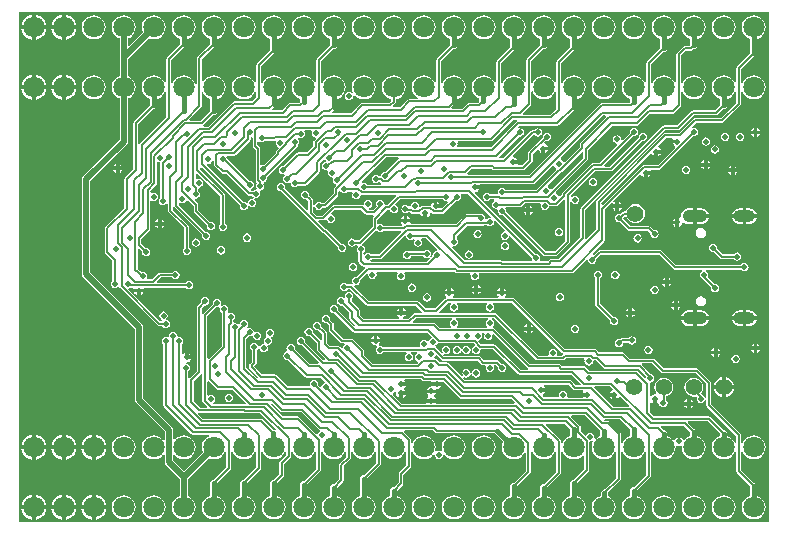
<source format=gbr>
%TF.GenerationSoftware,Altium Limited,Altium Designer,19.0.15 (446)*%
G04 Layer_Physical_Order=4*
G04 Layer_Color=16711680*
%FSLAX45Y45*%
%MOMM*%
%TF.FileFunction,Copper,L4,Bot,Signal*%
%TF.Part,Single*%
G01*
G75*
%TA.AperFunction,Conductor*%
%ADD34C,0.50000*%
%ADD35C,0.20000*%
%ADD37C,0.40000*%
%TA.AperFunction,ComponentPad*%
%ADD39C,1.80000*%
G04:AMPARAMS|DCode=40|XSize=1mm|YSize=1.8mm|CornerRadius=0.5mm|HoleSize=0mm|Usage=FLASHONLY|Rotation=90.000|XOffset=0mm|YOffset=0mm|HoleType=Round|Shape=RoundedRectangle|*
%AMROUNDEDRECTD40*
21,1,1.00000,0.80000,0,0,90.0*
21,1,0.00000,1.80000,0,0,90.0*
1,1,1.00000,0.40000,0.00000*
1,1,1.00000,0.40000,0.00000*
1,1,1.00000,-0.40000,0.00000*
1,1,1.00000,-0.40000,0.00000*
%
%ADD40ROUNDEDRECTD40*%
G04:AMPARAMS|DCode=41|XSize=1mm|YSize=2.1mm|CornerRadius=0.5mm|HoleSize=0mm|Usage=FLASHONLY|Rotation=90.000|XOffset=0mm|YOffset=0mm|HoleType=Round|Shape=RoundedRectangle|*
%AMROUNDEDRECTD41*
21,1,1.00000,1.10000,0,0,90.0*
21,1,0.00000,2.10000,0,0,90.0*
1,1,1.00000,0.55000,0.00000*
1,1,1.00000,0.55000,0.00000*
1,1,1.00000,-0.55000,0.00000*
1,1,1.00000,-0.55000,0.00000*
%
%ADD41ROUNDEDRECTD41*%
%TA.AperFunction,ViaPad*%
%ADD42C,0.50000*%
%TA.AperFunction,SMDPad,CuDef*%
%ADD43C,1.40000*%
G36*
X12573000Y4953000D02*
X6223000D01*
Y9271000D01*
X12573000D01*
Y4953000D01*
D02*
G37*
%LPC*%
G36*
X6619000Y9248940D02*
Y9159000D01*
X6708940D01*
X6707271Y9171672D01*
X6696591Y9197457D01*
X6679600Y9219600D01*
X6657457Y9236591D01*
X6631672Y9247271D01*
X6619000Y9248940D01*
D02*
G37*
G36*
X6365000D02*
Y9159000D01*
X6454940D01*
X6453271Y9171672D01*
X6442591Y9197457D01*
X6425600Y9219600D01*
X6403457Y9236591D01*
X6377672Y9247271D01*
X6365000Y9248940D01*
D02*
G37*
G36*
X6589000D02*
X6576328Y9247271D01*
X6550543Y9236591D01*
X6528400Y9219600D01*
X6511409Y9197457D01*
X6500729Y9171672D01*
X6499060Y9159000D01*
X6589000D01*
Y9248940D01*
D02*
G37*
G36*
X6335000D02*
X6322328Y9247271D01*
X6296543Y9236591D01*
X6274400Y9219600D01*
X6257409Y9197457D01*
X6246729Y9171672D01*
X6245060Y9159000D01*
X6335000D01*
Y9248940D01*
D02*
G37*
G36*
X12192000Y9244863D02*
X12165895Y9241426D01*
X12141569Y9231350D01*
X12120679Y9215321D01*
X12104650Y9194431D01*
X12094574Y9170105D01*
X12091137Y9144000D01*
X12094574Y9117895D01*
X12104650Y9093569D01*
X12120679Y9072679D01*
X12141569Y9056650D01*
X12165895Y9046574D01*
X12192000Y9043137D01*
X12218105Y9046574D01*
X12242431Y9056650D01*
X12263321Y9072679D01*
X12279350Y9093569D01*
X12289426Y9117895D01*
X12292863Y9144000D01*
X12289426Y9170105D01*
X12279350Y9194431D01*
X12263321Y9215321D01*
X12242431Y9231350D01*
X12218105Y9241426D01*
X12192000Y9244863D01*
D02*
G37*
G36*
X11430000D02*
X11403895Y9241426D01*
X11379569Y9231350D01*
X11358679Y9215321D01*
X11342650Y9194431D01*
X11332574Y9170105D01*
X11329137Y9144000D01*
X11332574Y9117895D01*
X11342650Y9093569D01*
X11358679Y9072679D01*
X11379569Y9056650D01*
X11403895Y9046574D01*
X11430000Y9043137D01*
X11456105Y9046574D01*
X11480431Y9056650D01*
X11501321Y9072679D01*
X11517350Y9093569D01*
X11527426Y9117895D01*
X11530863Y9144000D01*
X11527426Y9170105D01*
X11517350Y9194431D01*
X11501321Y9215321D01*
X11480431Y9231350D01*
X11456105Y9241426D01*
X11430000Y9244863D01*
D02*
G37*
G36*
X11176000D02*
X11149895Y9241426D01*
X11125569Y9231350D01*
X11104679Y9215321D01*
X11088650Y9194431D01*
X11078574Y9170105D01*
X11075137Y9144000D01*
X11078574Y9117895D01*
X11088650Y9093569D01*
X11104679Y9072679D01*
X11125569Y9056650D01*
X11149895Y9046574D01*
X11176000Y9043137D01*
X11202105Y9046574D01*
X11226431Y9056650D01*
X11247321Y9072679D01*
X11263350Y9093569D01*
X11273426Y9117895D01*
X11276863Y9144000D01*
X11273426Y9170105D01*
X11263350Y9194431D01*
X11247321Y9215321D01*
X11226431Y9231350D01*
X11202105Y9241426D01*
X11176000Y9244863D01*
D02*
G37*
G36*
X10160000D02*
X10133895Y9241426D01*
X10109569Y9231350D01*
X10088679Y9215321D01*
X10072650Y9194431D01*
X10062574Y9170105D01*
X10059137Y9144000D01*
X10062574Y9117895D01*
X10072650Y9093569D01*
X10088679Y9072679D01*
X10109569Y9056650D01*
X10133895Y9046574D01*
X10160000Y9043137D01*
X10186105Y9046574D01*
X10210431Y9056650D01*
X10231321Y9072679D01*
X10247350Y9093569D01*
X10257426Y9117895D01*
X10260863Y9144000D01*
X10257426Y9170105D01*
X10247350Y9194431D01*
X10231321Y9215321D01*
X10210431Y9231350D01*
X10186105Y9241426D01*
X10160000Y9244863D01*
D02*
G37*
G36*
X9652000D02*
X9625895Y9241426D01*
X9601569Y9231350D01*
X9580679Y9215321D01*
X9564650Y9194431D01*
X9554574Y9170105D01*
X9551137Y9144000D01*
X9554574Y9117895D01*
X9564650Y9093569D01*
X9580679Y9072679D01*
X9601569Y9056650D01*
X9625895Y9046574D01*
X9652000Y9043137D01*
X9678105Y9046574D01*
X9702431Y9056650D01*
X9723321Y9072679D01*
X9739350Y9093569D01*
X9749426Y9117895D01*
X9752863Y9144000D01*
X9749426Y9170105D01*
X9739350Y9194431D01*
X9723321Y9215321D01*
X9702431Y9231350D01*
X9678105Y9241426D01*
X9652000Y9244863D01*
D02*
G37*
G36*
X9398000D02*
X9371895Y9241426D01*
X9347569Y9231350D01*
X9326679Y9215321D01*
X9310650Y9194431D01*
X9300574Y9170105D01*
X9297137Y9144000D01*
X9300574Y9117895D01*
X9310650Y9093569D01*
X9326679Y9072679D01*
X9347569Y9056650D01*
X9371895Y9046574D01*
X9398000Y9043137D01*
X9424105Y9046574D01*
X9448431Y9056650D01*
X9469321Y9072679D01*
X9485350Y9093569D01*
X9495426Y9117895D01*
X9498863Y9144000D01*
X9495426Y9170105D01*
X9485350Y9194431D01*
X9469321Y9215321D01*
X9448431Y9231350D01*
X9424105Y9241426D01*
X9398000Y9244863D01*
D02*
G37*
G36*
X9144000D02*
X9117895Y9241426D01*
X9093569Y9231350D01*
X9072679Y9215321D01*
X9056650Y9194431D01*
X9046574Y9170105D01*
X9043137Y9144000D01*
X9046574Y9117895D01*
X9056650Y9093569D01*
X9072679Y9072679D01*
X9093569Y9056650D01*
X9117895Y9046574D01*
X9144000Y9043137D01*
X9170105Y9046574D01*
X9194431Y9056650D01*
X9215321Y9072679D01*
X9231350Y9093569D01*
X9241426Y9117895D01*
X9244863Y9144000D01*
X9241426Y9170105D01*
X9231350Y9194431D01*
X9215321Y9215321D01*
X9194431Y9231350D01*
X9170105Y9241426D01*
X9144000Y9244863D01*
D02*
G37*
G36*
X8636000D02*
X8609895Y9241426D01*
X8585569Y9231350D01*
X8564679Y9215321D01*
X8548650Y9194431D01*
X8538574Y9170105D01*
X8535137Y9144000D01*
X8538574Y9117895D01*
X8548650Y9093569D01*
X8564679Y9072679D01*
X8585569Y9056650D01*
X8609895Y9046574D01*
X8636000Y9043137D01*
X8662105Y9046574D01*
X8686431Y9056650D01*
X8707321Y9072679D01*
X8723350Y9093569D01*
X8733426Y9117895D01*
X8736863Y9144000D01*
X8733426Y9170105D01*
X8723350Y9194431D01*
X8707321Y9215321D01*
X8686431Y9231350D01*
X8662105Y9241426D01*
X8636000Y9244863D01*
D02*
G37*
G36*
X8128000D02*
X8101895Y9241426D01*
X8077569Y9231350D01*
X8056679Y9215321D01*
X8040650Y9194431D01*
X8030574Y9170105D01*
X8027137Y9144000D01*
X8030574Y9117895D01*
X8040650Y9093569D01*
X8056679Y9072679D01*
X8077569Y9056650D01*
X8101895Y9046574D01*
X8128000Y9043137D01*
X8154105Y9046574D01*
X8178431Y9056650D01*
X8199321Y9072679D01*
X8215350Y9093569D01*
X8225426Y9117895D01*
X8228863Y9144000D01*
X8225426Y9170105D01*
X8215350Y9194431D01*
X8199321Y9215321D01*
X8178431Y9231350D01*
X8154105Y9241426D01*
X8128000Y9244863D01*
D02*
G37*
G36*
X6858000D02*
X6831895Y9241426D01*
X6807569Y9231350D01*
X6786679Y9215321D01*
X6770650Y9194431D01*
X6760574Y9170105D01*
X6757137Y9144000D01*
X6760574Y9117895D01*
X6770650Y9093569D01*
X6786679Y9072679D01*
X6807569Y9056650D01*
X6831895Y9046574D01*
X6858000Y9043137D01*
X6884105Y9046574D01*
X6908431Y9056650D01*
X6929321Y9072679D01*
X6945350Y9093569D01*
X6955426Y9117895D01*
X6958863Y9144000D01*
X6955426Y9170105D01*
X6945350Y9194431D01*
X6929321Y9215321D01*
X6908431Y9231350D01*
X6884105Y9241426D01*
X6858000Y9244863D01*
D02*
G37*
G36*
X6708940Y9129000D02*
X6619000D01*
Y9039060D01*
X6631672Y9040729D01*
X6657457Y9051409D01*
X6679600Y9068400D01*
X6696591Y9090543D01*
X6707271Y9116328D01*
X6708940Y9129000D01*
D02*
G37*
G36*
X6454940D02*
X6365000D01*
Y9039060D01*
X6377672Y9040729D01*
X6403457Y9051409D01*
X6425600Y9068400D01*
X6442591Y9090543D01*
X6453271Y9116328D01*
X6454940Y9129000D01*
D02*
G37*
G36*
X6589000D02*
X6499060D01*
X6500729Y9116328D01*
X6511409Y9090543D01*
X6528400Y9068400D01*
X6550543Y9051409D01*
X6576328Y9040729D01*
X6589000Y9039060D01*
Y9129000D01*
D02*
G37*
G36*
X6335000D02*
X6245060D01*
X6246729Y9116328D01*
X6257409Y9090543D01*
X6274400Y9068400D01*
X6296543Y9051409D01*
X6322328Y9040729D01*
X6335000Y9039060D01*
Y9129000D01*
D02*
G37*
G36*
X12446000Y9244863D02*
X12419895Y9241426D01*
X12395569Y9231350D01*
X12374679Y9215321D01*
X12358650Y9194431D01*
X12348574Y9170105D01*
X12345137Y9144000D01*
X12348574Y9117895D01*
X12358650Y9093569D01*
X12374679Y9072679D01*
X12395569Y9056650D01*
X12415412Y9048431D01*
Y8928100D01*
X12415703Y8926641D01*
X12304581Y8815519D01*
X12300160Y8808904D01*
X12298608Y8801100D01*
Y8673124D01*
X12285908Y8670598D01*
X12279350Y8686431D01*
X12263321Y8707321D01*
X12242431Y8723350D01*
X12218105Y8733426D01*
X12192000Y8736863D01*
X12165895Y8733426D01*
X12141569Y8723350D01*
X12120679Y8707321D01*
X12104650Y8686431D01*
X12094574Y8662105D01*
X12091137Y8636000D01*
X12094574Y8609895D01*
X12104650Y8585569D01*
X12120679Y8564679D01*
X12141569Y8548650D01*
X12161412Y8540431D01*
Y8483600D01*
X12161703Y8482141D01*
X12120053Y8440492D01*
X11931651D01*
X11931650Y8440492D01*
X11923846Y8438940D01*
X11917231Y8434519D01*
X11917230Y8434519D01*
X11796203Y8313492D01*
X11684001D01*
X11684000Y8313492D01*
X11676196Y8311940D01*
X11669581Y8307519D01*
X11669580Y8307519D01*
X10983781Y7621719D01*
X10979360Y7615104D01*
X10977808Y7607300D01*
Y7364398D01*
X10796601Y7183192D01*
X10731501D01*
X10731500Y7183192D01*
X10723696Y7181640D01*
X10717081Y7177219D01*
X10703453Y7163592D01*
X10643323D01*
X10640778Y7168353D01*
X10637817Y7176292D01*
X10640186Y7188200D01*
X10637469Y7201856D01*
X10629734Y7213434D01*
X10618156Y7221169D01*
X10604500Y7223886D01*
X10598789Y7222750D01*
X10084305Y7737233D01*
X10089140Y7750359D01*
X10099797Y7752479D01*
X10113359Y7761541D01*
X10122421Y7775103D01*
X10122619Y7776100D01*
X10083800D01*
Y7806100D01*
X10125071D01*
X10130779Y7815708D01*
X10580160D01*
X10587964Y7817260D01*
X10594580Y7821681D01*
X10744380Y7971481D01*
X10758696Y7967836D01*
X10765441Y7957741D01*
X10772355Y7953120D01*
X10774756Y7937560D01*
X10604587Y7767392D01*
X10340939D01*
X10337703Y7772234D01*
X10326126Y7779969D01*
X10312470Y7782686D01*
X10298814Y7779969D01*
X10287236Y7772234D01*
X10279501Y7760656D01*
X10276784Y7747000D01*
X10277780Y7741992D01*
X10268096Y7729292D01*
X10213869D01*
X10210634Y7734134D01*
X10199056Y7741869D01*
X10185400Y7744586D01*
X10171744Y7741869D01*
X10160166Y7734134D01*
X10152431Y7722556D01*
X10149714Y7708900D01*
X10152431Y7695244D01*
X10160166Y7683666D01*
X10171744Y7675931D01*
X10185400Y7673214D01*
X10199056Y7675931D01*
X10210634Y7683666D01*
X10213869Y7688508D01*
X10249253D01*
X10250504Y7675808D01*
X10247944Y7675299D01*
X10236366Y7667563D01*
X10228631Y7655986D01*
X10225914Y7642330D01*
X10228631Y7628673D01*
X10236366Y7617096D01*
X10247944Y7609360D01*
X10261600Y7606644D01*
X10268359Y7607988D01*
X10278192Y7597210D01*
X10276714Y7589783D01*
X10279431Y7576127D01*
X10287166Y7564549D01*
X10298744Y7556814D01*
X10312400Y7554097D01*
X10318111Y7555233D01*
X10661464Y7211881D01*
X10668079Y7207460D01*
X10675883Y7205908D01*
X10769600D01*
X10777404Y7207460D01*
X10784019Y7211881D01*
X10885619Y7313480D01*
X10885619Y7313481D01*
X10890040Y7320096D01*
X10891592Y7327900D01*
Y7662158D01*
X10904292Y7666011D01*
X10909466Y7658266D01*
X10921044Y7650531D01*
X10934700Y7647814D01*
X10948356Y7650531D01*
X10959934Y7658266D01*
X10967669Y7669844D01*
X10970386Y7683500D01*
X10967669Y7697156D01*
X10959934Y7708734D01*
X10948356Y7716469D01*
X10934700Y7719186D01*
X10921044Y7716469D01*
X10909467Y7708734D01*
X10896249Y7711812D01*
X10895398Y7716959D01*
X11101897Y7923458D01*
X11233150D01*
X11240954Y7925010D01*
X11247569Y7929431D01*
X11500489Y8182350D01*
X11506200Y8181214D01*
X11519856Y8183931D01*
X11531434Y8191666D01*
X11539169Y8203244D01*
X11541886Y8216900D01*
X11539169Y8230556D01*
X11531434Y8242134D01*
X11519856Y8249869D01*
X11506200Y8252586D01*
X11492544Y8249869D01*
X11480966Y8242134D01*
X11473231Y8230556D01*
X11470514Y8216900D01*
X11471650Y8211189D01*
X11224703Y7964242D01*
X11184953D01*
X11180093Y7975975D01*
X11424289Y8220171D01*
X11430000Y8219035D01*
X11443656Y8221752D01*
X11455234Y8229487D01*
X11462969Y8241065D01*
X11465686Y8254721D01*
X11462969Y8268377D01*
X11455234Y8279954D01*
X11443656Y8287690D01*
X11430000Y8290407D01*
X11416344Y8287690D01*
X11404766Y8279954D01*
X11397031Y8268377D01*
X11394314Y8254721D01*
X11395450Y8249010D01*
X11338321Y8191880D01*
X11334253Y8192498D01*
X11325363Y8196883D01*
X11323269Y8207410D01*
X11315533Y8218987D01*
X11303956Y8226723D01*
X11290300Y8229439D01*
X11276643Y8226723D01*
X11265066Y8218987D01*
X11257331Y8207410D01*
X11254614Y8193753D01*
X11257331Y8180097D01*
X11265066Y8168520D01*
X11276643Y8160784D01*
X11287170Y8158690D01*
X11291555Y8149800D01*
X11292173Y8145732D01*
X11140682Y7994242D01*
X11081024D01*
X11073220Y7992690D01*
X11066604Y7988269D01*
X11066604Y7988269D01*
X10826781Y7748446D01*
X10822360Y7741830D01*
X10820808Y7734026D01*
Y7725307D01*
X10807520Y7712019D01*
X10793204Y7715664D01*
X10786459Y7725759D01*
X10774118Y7734006D01*
X10771989Y7737595D01*
X10769140Y7746988D01*
X11038019Y8015867D01*
X11038019Y8015868D01*
X11042440Y8022484D01*
X11043992Y8030287D01*
X11043992Y8030288D01*
Y8106853D01*
X11247947Y8310808D01*
X11455400D01*
X11463204Y8312360D01*
X11469819Y8316781D01*
X11565447Y8412408D01*
X11760200D01*
X11768004Y8413960D01*
X11774619Y8418381D01*
X11825419Y8469180D01*
X11825419Y8469181D01*
X11829840Y8475796D01*
X11831392Y8483600D01*
X11831392Y8483601D01*
Y8598876D01*
X11844092Y8601402D01*
X11850650Y8585569D01*
X11866679Y8564679D01*
X11887569Y8548650D01*
X11911895Y8538574D01*
X11938000Y8535137D01*
X11964105Y8538574D01*
X11988431Y8548650D01*
X12009321Y8564679D01*
X12025350Y8585569D01*
X12035426Y8609895D01*
X12038863Y8636000D01*
X12035426Y8662105D01*
X12025350Y8686431D01*
X12009321Y8707321D01*
X11988431Y8723350D01*
X11964105Y8733426D01*
X11938000Y8736863D01*
X11911895Y8733426D01*
X11887569Y8723350D01*
X11866679Y8707321D01*
X11850650Y8686431D01*
X11844092Y8670598D01*
X11831392Y8673124D01*
Y8906953D01*
X11870247Y8945808D01*
X11912600D01*
X11920404Y8947360D01*
X11927019Y8951781D01*
X11936541Y8961303D01*
X11938000Y8961012D01*
X11949705Y8963341D01*
X11959629Y8969971D01*
X11966259Y8979895D01*
X11968588Y8991600D01*
Y9048431D01*
X11988431Y9056650D01*
X12009321Y9072679D01*
X12025350Y9093569D01*
X12035426Y9117895D01*
X12038863Y9144000D01*
X12035426Y9170105D01*
X12025350Y9194431D01*
X12009321Y9215321D01*
X11988431Y9231350D01*
X11964105Y9241426D01*
X11938000Y9244863D01*
X11911895Y9241426D01*
X11887569Y9231350D01*
X11866679Y9215321D01*
X11850650Y9194431D01*
X11840574Y9170105D01*
X11837137Y9144000D01*
X11840574Y9117895D01*
X11850650Y9093569D01*
X11866679Y9072679D01*
X11887569Y9056650D01*
X11907412Y9048431D01*
Y8991600D01*
X11895962Y8986592D01*
X11861801D01*
X11861800Y8986592D01*
X11853996Y8985040D01*
X11847381Y8980619D01*
X11847380Y8980619D01*
X11796581Y8929819D01*
X11792160Y8923204D01*
X11790608Y8915400D01*
Y8673124D01*
X11777908Y8670598D01*
X11771350Y8686431D01*
X11755321Y8707321D01*
X11734431Y8723350D01*
X11710105Y8733426D01*
X11684000Y8736863D01*
X11657895Y8733426D01*
X11633569Y8723350D01*
X11612679Y8707321D01*
X11596650Y8686431D01*
X11590092Y8670598D01*
X11577392Y8673124D01*
Y8830753D01*
X11682541Y8935903D01*
X11684000Y8935612D01*
X11695705Y8937941D01*
X11705629Y8944571D01*
X11712259Y8954495D01*
X11714588Y8966200D01*
Y9048431D01*
X11734431Y9056650D01*
X11755321Y9072679D01*
X11771350Y9093569D01*
X11781426Y9117895D01*
X11784863Y9144000D01*
X11781426Y9170105D01*
X11771350Y9194431D01*
X11755321Y9215321D01*
X11734431Y9231350D01*
X11710105Y9241426D01*
X11684000Y9244863D01*
X11657895Y9241426D01*
X11633569Y9231350D01*
X11612679Y9215321D01*
X11596650Y9194431D01*
X11586574Y9170105D01*
X11583137Y9144000D01*
X11586574Y9117895D01*
X11596650Y9093569D01*
X11612679Y9072679D01*
X11633569Y9056650D01*
X11653412Y9048431D01*
Y8966200D01*
X11653703Y8964741D01*
X11542581Y8853619D01*
X11538160Y8847004D01*
X11536608Y8839200D01*
Y8673124D01*
X11523908Y8670598D01*
X11517350Y8686431D01*
X11501321Y8707321D01*
X11480431Y8723350D01*
X11456105Y8733426D01*
X11430000Y8736863D01*
X11403895Y8733426D01*
X11379569Y8723350D01*
X11358679Y8707321D01*
X11342650Y8686431D01*
X11332574Y8662105D01*
X11329137Y8636000D01*
X11332574Y8609895D01*
X11342650Y8585569D01*
X11358679Y8564679D01*
X11379569Y8548650D01*
X11399412Y8540431D01*
Y8507032D01*
X11387068Y8503992D01*
X11163301D01*
X11163300Y8503992D01*
X11155496Y8502440D01*
X11148881Y8498019D01*
X11148880Y8498019D01*
X10545253Y7894392D01*
X10027013D01*
X10024979Y7897230D01*
X10022221Y7907092D01*
X10060707Y7945578D01*
X10227118D01*
X10231116Y7941581D01*
X10237732Y7937160D01*
X10245535Y7935608D01*
X10496000D01*
X10503804Y7937160D01*
X10510419Y7941581D01*
X10568119Y7999281D01*
X10572540Y8005896D01*
X10574092Y8013700D01*
X10574092Y8013701D01*
Y8068753D01*
X10611857Y8106518D01*
X10624010Y8102831D01*
X10624318Y8101284D01*
X10633380Y8087722D01*
X10646941Y8078660D01*
X10647939Y8078462D01*
Y8117281D01*
X10662939D01*
Y8132281D01*
X10701758D01*
X10701560Y8133278D01*
X10692498Y8146840D01*
X10678936Y8155902D01*
X10677388Y8156210D01*
X10673702Y8168363D01*
X10687689Y8182350D01*
X10693400Y8181214D01*
X10707056Y8183931D01*
X10718634Y8191666D01*
X10726369Y8203244D01*
X10729086Y8216900D01*
X10726369Y8230556D01*
X10718634Y8242134D01*
X10707056Y8249869D01*
X10693400Y8252586D01*
X10679744Y8249869D01*
X10668166Y8242134D01*
X10660431Y8230556D01*
X10657714Y8216900D01*
X10658850Y8211189D01*
X10539281Y8091619D01*
X10534860Y8085004D01*
X10533308Y8077200D01*
Y8022147D01*
X10487553Y7976392D01*
X10457179D01*
X10451471Y7986000D01*
X10410200D01*
Y8016000D01*
X10449019D01*
X10448821Y8016997D01*
X10439759Y8030559D01*
X10426197Y8039621D01*
X10410200Y8042803D01*
X10409828Y8042729D01*
X10403572Y8054434D01*
X10577612Y8228474D01*
X10591967Y8227876D01*
X10603544Y8220141D01*
X10617200Y8217424D01*
X10630856Y8220141D01*
X10642434Y8227876D01*
X10650169Y8239453D01*
X10652886Y8253110D01*
X10650169Y8266766D01*
X10642434Y8278343D01*
X10630856Y8286079D01*
X10617200Y8288795D01*
X10603544Y8286079D01*
X10591966Y8278343D01*
X10588731Y8273502D01*
X10573410D01*
X10565606Y8271949D01*
X10558990Y8267529D01*
X10558990Y8267528D01*
X10325553Y8034092D01*
X10292581D01*
X10287321Y8046792D01*
X10459089Y8218560D01*
X10464800Y8217424D01*
X10478456Y8220141D01*
X10490034Y8227876D01*
X10497769Y8239453D01*
X10500486Y8253110D01*
X10497769Y8266766D01*
X10490034Y8278343D01*
X10478456Y8286079D01*
X10464800Y8288795D01*
X10454432Y8286733D01*
X10447484Y8297745D01*
X10460547Y8310808D01*
X10782300D01*
X10790104Y8312360D01*
X10796719Y8316781D01*
X10920541Y8440603D01*
X10922000Y8440312D01*
X10933705Y8442641D01*
X10943629Y8449271D01*
X10950259Y8459195D01*
X10952588Y8470900D01*
Y8540431D01*
X10972431Y8548650D01*
X10993321Y8564679D01*
X11009350Y8585569D01*
X11019426Y8609895D01*
X11022863Y8636000D01*
X11019426Y8662105D01*
X11009350Y8686431D01*
X10993321Y8707321D01*
X10972431Y8723350D01*
X10948105Y8733426D01*
X10922000Y8736863D01*
X10895895Y8733426D01*
X10871569Y8723350D01*
X10850679Y8707321D01*
X10834650Y8686431D01*
X10828092Y8670598D01*
X10815392Y8673124D01*
Y8843453D01*
X10920541Y8948603D01*
X10922000Y8948312D01*
X10933705Y8950641D01*
X10943629Y8957271D01*
X10950259Y8967195D01*
X10952588Y8978900D01*
Y9048431D01*
X10972431Y9056650D01*
X10993321Y9072679D01*
X11009350Y9093569D01*
X11019426Y9117895D01*
X11022863Y9144000D01*
X11019426Y9170105D01*
X11009350Y9194431D01*
X10993321Y9215321D01*
X10972431Y9231350D01*
X10948105Y9241426D01*
X10922000Y9244863D01*
X10895895Y9241426D01*
X10871569Y9231350D01*
X10850679Y9215321D01*
X10834650Y9194431D01*
X10824574Y9170105D01*
X10821137Y9144000D01*
X10824574Y9117895D01*
X10834650Y9093569D01*
X10850679Y9072679D01*
X10871569Y9056650D01*
X10891412Y9048431D01*
Y8978900D01*
X10891703Y8977441D01*
X10780581Y8866319D01*
X10776160Y8859704D01*
X10774608Y8851900D01*
Y8673124D01*
X10761908Y8670598D01*
X10755350Y8686431D01*
X10739321Y8707321D01*
X10718431Y8723350D01*
X10694105Y8733426D01*
X10668000Y8736863D01*
X10641895Y8733426D01*
X10617569Y8723350D01*
X10596679Y8707321D01*
X10580650Y8686431D01*
X10574092Y8670598D01*
X10561392Y8673124D01*
Y8856153D01*
X10666541Y8961303D01*
X10668000Y8961012D01*
X10679705Y8963341D01*
X10689629Y8969971D01*
X10696259Y8979895D01*
X10698588Y8991600D01*
Y9048431D01*
X10718431Y9056650D01*
X10739321Y9072679D01*
X10755350Y9093569D01*
X10765426Y9117895D01*
X10768863Y9144000D01*
X10765426Y9170105D01*
X10755350Y9194431D01*
X10739321Y9215321D01*
X10718431Y9231350D01*
X10694105Y9241426D01*
X10668000Y9244863D01*
X10641895Y9241426D01*
X10617569Y9231350D01*
X10596679Y9215321D01*
X10580650Y9194431D01*
X10570574Y9170105D01*
X10567137Y9144000D01*
X10570574Y9117895D01*
X10580650Y9093569D01*
X10596679Y9072679D01*
X10617569Y9056650D01*
X10637412Y9048431D01*
Y8991600D01*
X10637703Y8990141D01*
X10526581Y8879019D01*
X10522160Y8872404D01*
X10520608Y8864600D01*
Y8673124D01*
X10507908Y8670598D01*
X10501350Y8686431D01*
X10485321Y8707321D01*
X10464431Y8723350D01*
X10440105Y8733426D01*
X10414000Y8736863D01*
X10387895Y8733426D01*
X10363569Y8723350D01*
X10342679Y8707321D01*
X10326650Y8686431D01*
X10320092Y8670598D01*
X10307392Y8673124D01*
Y8843453D01*
X10412541Y8948603D01*
X10414000Y8948312D01*
X10425705Y8950641D01*
X10435629Y8957271D01*
X10442259Y8967195D01*
X10444588Y8978900D01*
Y9048431D01*
X10464431Y9056650D01*
X10485321Y9072679D01*
X10501350Y9093569D01*
X10511426Y9117895D01*
X10514863Y9144000D01*
X10511426Y9170105D01*
X10501350Y9194431D01*
X10485321Y9215321D01*
X10464431Y9231350D01*
X10440105Y9241426D01*
X10414000Y9244863D01*
X10387895Y9241426D01*
X10363569Y9231350D01*
X10342679Y9215321D01*
X10326650Y9194431D01*
X10316574Y9170105D01*
X10313137Y9144000D01*
X10316574Y9117895D01*
X10326650Y9093569D01*
X10342679Y9072679D01*
X10363569Y9056650D01*
X10383412Y9048431D01*
Y8978900D01*
X10383703Y8977441D01*
X10272581Y8866319D01*
X10268160Y8859704D01*
X10266608Y8851900D01*
Y8673124D01*
X10253908Y8670598D01*
X10247350Y8686431D01*
X10231321Y8707321D01*
X10210431Y8723350D01*
X10186105Y8733426D01*
X10160000Y8736863D01*
X10133895Y8733426D01*
X10109569Y8723350D01*
X10088679Y8707321D01*
X10072650Y8686431D01*
X10062574Y8662105D01*
X10059137Y8636000D01*
X10062574Y8609895D01*
X10072650Y8585569D01*
X10088679Y8564679D01*
X10109569Y8548650D01*
X10123712Y8542792D01*
Y8516000D01*
X10124003Y8514541D01*
X10113453Y8503992D01*
X10033001D01*
X10033000Y8503992D01*
X10025196Y8502440D01*
X10018581Y8498019D01*
X10018580Y8498019D01*
X9973753Y8453192D01*
X9891052D01*
X9885791Y8465892D01*
X9904541Y8484642D01*
X9906000Y8484352D01*
X9917705Y8486680D01*
X9927629Y8493311D01*
X9934259Y8503234D01*
X9936588Y8514940D01*
Y8540431D01*
X9956431Y8548650D01*
X9977321Y8564679D01*
X9993350Y8585569D01*
X10003426Y8609895D01*
X10006863Y8636000D01*
X10003426Y8662105D01*
X9993350Y8686431D01*
X9977321Y8707321D01*
X9956431Y8723350D01*
X9932105Y8733426D01*
X9906000Y8736863D01*
X9879895Y8733426D01*
X9855569Y8723350D01*
X9834679Y8707321D01*
X9818650Y8686431D01*
X9812092Y8670598D01*
X9799392Y8673124D01*
Y8856153D01*
X9904541Y8961303D01*
X9906000Y8961012D01*
X9917705Y8963341D01*
X9927629Y8969971D01*
X9934259Y8979895D01*
X9936588Y8991600D01*
Y9048431D01*
X9956431Y9056650D01*
X9977321Y9072679D01*
X9993350Y9093569D01*
X10003426Y9117895D01*
X10006863Y9144000D01*
X10003426Y9170105D01*
X9993350Y9194431D01*
X9977321Y9215321D01*
X9956431Y9231350D01*
X9932105Y9241426D01*
X9906000Y9244863D01*
X9879895Y9241426D01*
X9855569Y9231350D01*
X9834679Y9215321D01*
X9818650Y9194431D01*
X9808574Y9170105D01*
X9805137Y9144000D01*
X9808574Y9117895D01*
X9818650Y9093569D01*
X9834679Y9072679D01*
X9855569Y9056650D01*
X9875412Y9048431D01*
Y8991600D01*
X9875703Y8990141D01*
X9764581Y8879019D01*
X9760160Y8872404D01*
X9758608Y8864600D01*
Y8673124D01*
X9745908Y8670598D01*
X9739350Y8686431D01*
X9723321Y8707321D01*
X9702431Y8723350D01*
X9678105Y8733426D01*
X9652000Y8736863D01*
X9625895Y8733426D01*
X9601569Y8723350D01*
X9580679Y8707321D01*
X9564650Y8686431D01*
X9554574Y8662105D01*
X9551137Y8636000D01*
X9554574Y8609895D01*
X9564650Y8585569D01*
X9580679Y8564679D01*
X9600993Y8549092D01*
X9601094Y8547801D01*
X9596416Y8536392D01*
X9530893D01*
X9530891Y8536392D01*
X9523088Y8534840D01*
X9516472Y8530419D01*
X9516471Y8530419D01*
X9450960Y8464908D01*
X9394767D01*
X9389507Y8477608D01*
X9412419Y8500520D01*
X9412419Y8500520D01*
X9416840Y8507136D01*
X9418392Y8514940D01*
Y8537822D01*
X9424105Y8538574D01*
X9448431Y8548650D01*
X9469321Y8564679D01*
X9485350Y8585569D01*
X9495426Y8609895D01*
X9498863Y8636000D01*
X9495426Y8662105D01*
X9485350Y8686431D01*
X9469321Y8707321D01*
X9448431Y8723350D01*
X9424105Y8733426D01*
X9398000Y8736863D01*
X9371895Y8733426D01*
X9347569Y8723350D01*
X9326679Y8707321D01*
X9310650Y8686431D01*
X9300574Y8662105D01*
X9297137Y8636000D01*
X9300574Y8609895D01*
X9310650Y8585569D01*
X9326679Y8564679D01*
X9347569Y8548650D01*
X9371895Y8538574D01*
X9377608Y8537822D01*
Y8523386D01*
X9358214Y8503992D01*
X9131301D01*
X9131300Y8503992D01*
X9123496Y8502440D01*
X9116881Y8498019D01*
X9116880Y8498019D01*
X9033953Y8415092D01*
X8880991D01*
X8875731Y8427792D01*
X8888541Y8440602D01*
X8890000Y8440312D01*
X8901705Y8442641D01*
X8911629Y8449271D01*
X8918259Y8459195D01*
X8920588Y8470900D01*
Y8540431D01*
X8940431Y8548650D01*
X8961321Y8564679D01*
X8977350Y8585569D01*
X8987426Y8609895D01*
X8990863Y8636000D01*
X8987426Y8662105D01*
X8977350Y8686431D01*
X8961321Y8707321D01*
X8940431Y8723350D01*
X8916105Y8733426D01*
X8890000Y8736863D01*
X8863895Y8733426D01*
X8839569Y8723350D01*
X8818679Y8707321D01*
X8802650Y8686431D01*
X8796092Y8670598D01*
X8783392Y8673124D01*
Y8856153D01*
X8888541Y8961303D01*
X8890000Y8961012D01*
X8901705Y8963341D01*
X8911629Y8969971D01*
X8918259Y8979895D01*
X8920588Y8991600D01*
Y9048431D01*
X8940431Y9056650D01*
X8961321Y9072679D01*
X8977350Y9093569D01*
X8987426Y9117895D01*
X8990863Y9144000D01*
X8987426Y9170105D01*
X8977350Y9194431D01*
X8961321Y9215321D01*
X8940431Y9231350D01*
X8916105Y9241426D01*
X8890000Y9244863D01*
X8863895Y9241426D01*
X8839569Y9231350D01*
X8818679Y9215321D01*
X8802650Y9194431D01*
X8792574Y9170105D01*
X8789137Y9144000D01*
X8792574Y9117895D01*
X8802650Y9093569D01*
X8818679Y9072679D01*
X8839569Y9056650D01*
X8859412Y9048431D01*
Y8991600D01*
X8859703Y8990141D01*
X8748581Y8879019D01*
X8744160Y8872404D01*
X8742608Y8864600D01*
Y8673124D01*
X8729908Y8670598D01*
X8723350Y8686431D01*
X8707321Y8707321D01*
X8686431Y8723350D01*
X8662105Y8733426D01*
X8636000Y8736863D01*
X8609895Y8733426D01*
X8585569Y8723350D01*
X8564679Y8707321D01*
X8548650Y8686431D01*
X8538574Y8662105D01*
X8535137Y8636000D01*
X8538574Y8609895D01*
X8548650Y8585569D01*
X8564679Y8564679D01*
X8585569Y8548650D01*
X8605412Y8540431D01*
Y8514740D01*
X8605702Y8513281D01*
X8596413Y8503992D01*
X8521700D01*
X8513896Y8502440D01*
X8507281Y8498019D01*
X8507280Y8498019D01*
X8449753Y8440492D01*
X8372991D01*
X8367731Y8453192D01*
X8380541Y8466002D01*
X8382000Y8465712D01*
X8393705Y8468041D01*
X8403629Y8474671D01*
X8410259Y8484595D01*
X8412588Y8496300D01*
Y8540431D01*
X8432431Y8548650D01*
X8453321Y8564679D01*
X8469350Y8585569D01*
X8479426Y8609895D01*
X8482863Y8636000D01*
X8479426Y8662105D01*
X8469350Y8686431D01*
X8453321Y8707321D01*
X8432431Y8723350D01*
X8408105Y8733426D01*
X8382000Y8736863D01*
X8355895Y8733426D01*
X8331569Y8723350D01*
X8310679Y8707321D01*
X8294650Y8686431D01*
X8288092Y8670598D01*
X8275392Y8673124D01*
Y8818053D01*
X8380541Y8923203D01*
X8382000Y8922912D01*
X8393705Y8925241D01*
X8403629Y8931871D01*
X8410259Y8941795D01*
X8412588Y8953500D01*
Y9048431D01*
X8432431Y9056650D01*
X8453321Y9072679D01*
X8469350Y9093569D01*
X8479426Y9117895D01*
X8482863Y9144000D01*
X8479426Y9170105D01*
X8469350Y9194431D01*
X8453321Y9215321D01*
X8432431Y9231350D01*
X8408105Y9241426D01*
X8382000Y9244863D01*
X8355895Y9241426D01*
X8331569Y9231350D01*
X8310679Y9215321D01*
X8294650Y9194431D01*
X8284574Y9170105D01*
X8281137Y9144000D01*
X8284574Y9117895D01*
X8294650Y9093569D01*
X8310679Y9072679D01*
X8331569Y9056650D01*
X8351412Y9048431D01*
Y8953500D01*
X8351703Y8952041D01*
X8240581Y8840919D01*
X8236160Y8834304D01*
X8234608Y8826500D01*
Y8673124D01*
X8221908Y8670598D01*
X8215350Y8686431D01*
X8199321Y8707321D01*
X8178431Y8723350D01*
X8154105Y8733426D01*
X8128000Y8736863D01*
X8101895Y8733426D01*
X8077569Y8723350D01*
X8056679Y8707321D01*
X8040650Y8686431D01*
X8030574Y8662105D01*
X8027137Y8636000D01*
X8030574Y8609895D01*
X8040650Y8585569D01*
X8056679Y8564679D01*
X8077569Y8548650D01*
X8101895Y8538574D01*
X8128000Y8535137D01*
X8154105Y8538574D01*
X8178431Y8548650D01*
X8199321Y8564679D01*
X8215350Y8585569D01*
X8221908Y8601402D01*
X8234608Y8598876D01*
Y8555547D01*
X8195753Y8516692D01*
X8049092D01*
X8049090Y8516692D01*
X8041287Y8515140D01*
X8034671Y8510719D01*
X8034670Y8510719D01*
X7827453Y8303502D01*
X7789805D01*
X7785953Y8316202D01*
X7786819Y8316781D01*
X7872541Y8402503D01*
X7874000Y8402212D01*
X7885705Y8404541D01*
X7895629Y8411171D01*
X7902259Y8421095D01*
X7904588Y8432800D01*
Y8540431D01*
X7924431Y8548650D01*
X7945321Y8564679D01*
X7961350Y8585569D01*
X7971426Y8609895D01*
X7974863Y8636000D01*
X7971426Y8662105D01*
X7961350Y8686431D01*
X7945321Y8707321D01*
X7924431Y8723350D01*
X7900105Y8733426D01*
X7874000Y8736863D01*
X7847895Y8733426D01*
X7823569Y8723350D01*
X7802679Y8707321D01*
X7786650Y8686431D01*
X7782941Y8677476D01*
X7770241Y8680002D01*
Y8871702D01*
X7872541Y8974003D01*
X7874000Y8973712D01*
X7885705Y8976041D01*
X7895629Y8982671D01*
X7902259Y8992595D01*
X7904588Y9004300D01*
Y9048431D01*
X7924431Y9056650D01*
X7945321Y9072679D01*
X7961350Y9093569D01*
X7971426Y9117895D01*
X7974863Y9144000D01*
X7971426Y9170105D01*
X7961350Y9194431D01*
X7945321Y9215321D01*
X7924431Y9231350D01*
X7900105Y9241426D01*
X7874000Y9244863D01*
X7847895Y9241426D01*
X7823569Y9231350D01*
X7802679Y9215321D01*
X7786650Y9194431D01*
X7776574Y9170105D01*
X7773137Y9144000D01*
X7776574Y9117895D01*
X7786650Y9093569D01*
X7802679Y9072679D01*
X7823569Y9056650D01*
X7843412Y9048431D01*
Y9004300D01*
X7843703Y9002841D01*
X7735430Y8894568D01*
X7731009Y8887953D01*
X7729457Y8880149D01*
Y8664733D01*
X7717426Y8662105D01*
X7707350Y8686431D01*
X7691321Y8707321D01*
X7670431Y8723350D01*
X7646105Y8733426D01*
X7620000Y8736863D01*
X7593895Y8733426D01*
X7569569Y8723350D01*
X7548679Y8707321D01*
X7532650Y8686431D01*
X7526092Y8670598D01*
X7513392Y8673124D01*
Y8868853D01*
X7618541Y8974003D01*
X7620000Y8973712D01*
X7631705Y8976041D01*
X7641629Y8982671D01*
X7648259Y8992595D01*
X7650588Y9004300D01*
Y9048431D01*
X7670431Y9056650D01*
X7691321Y9072679D01*
X7707350Y9093569D01*
X7717426Y9117895D01*
X7720863Y9144000D01*
X7717426Y9170105D01*
X7707350Y9194431D01*
X7691321Y9215321D01*
X7670431Y9231350D01*
X7646105Y9241426D01*
X7620000Y9244863D01*
X7593895Y9241426D01*
X7569569Y9231350D01*
X7548679Y9215321D01*
X7532650Y9194431D01*
X7522574Y9170105D01*
X7519137Y9144000D01*
X7522574Y9117895D01*
X7532650Y9093569D01*
X7548679Y9072679D01*
X7569569Y9056650D01*
X7589412Y9048431D01*
Y9004300D01*
X7589703Y9002841D01*
X7478581Y8891719D01*
X7474160Y8885104D01*
X7472608Y8877300D01*
Y8673124D01*
X7459908Y8670598D01*
X7453350Y8686431D01*
X7437321Y8707321D01*
X7416431Y8723350D01*
X7392105Y8733426D01*
X7366000Y8736863D01*
X7339895Y8733426D01*
X7315569Y8723350D01*
X7294679Y8707321D01*
X7278650Y8686431D01*
X7268574Y8662105D01*
X7265137Y8636000D01*
X7268574Y8609895D01*
X7278650Y8585569D01*
X7294679Y8564679D01*
X7315569Y8548650D01*
X7335412Y8540431D01*
Y8486022D01*
X7335702Y8484563D01*
X7199181Y8348041D01*
X7194760Y8341425D01*
X7193208Y8333622D01*
Y7945947D01*
X7122981Y7875719D01*
X7118560Y7869104D01*
X7117008Y7861300D01*
Y7615747D01*
X6957881Y7456619D01*
X6953460Y7450004D01*
X6951908Y7442200D01*
Y7239000D01*
X6953460Y7231196D01*
X6957881Y7224581D01*
X7015408Y7167053D01*
Y7000769D01*
X7010566Y6997534D01*
X7002831Y6985956D01*
X7000114Y6972300D01*
X7002831Y6958644D01*
X7010566Y6947066D01*
X7022144Y6939331D01*
X7035800Y6936614D01*
X7049456Y6939331D01*
X7061034Y6947066D01*
X7061223Y6947350D01*
X7074660Y6944896D01*
X7079081Y6938281D01*
X7398180Y6619181D01*
X7398181Y6619181D01*
X7404796Y6614760D01*
X7412600Y6613208D01*
X7436325D01*
X7442366Y6604166D01*
X7453944Y6596431D01*
X7467600Y6593714D01*
X7481256Y6596431D01*
X7492834Y6604166D01*
X7500569Y6615744D01*
X7503286Y6629400D01*
X7500569Y6643056D01*
X7492834Y6654634D01*
X7481256Y6662369D01*
X7475294Y6663555D01*
X7472612Y6677038D01*
X7473853Y6677867D01*
X7481588Y6689444D01*
X7484305Y6703100D01*
X7481588Y6716756D01*
X7473853Y6728334D01*
X7462275Y6736069D01*
X7448619Y6738786D01*
X7434963Y6736069D01*
X7423385Y6728334D01*
X7415650Y6716756D01*
X7412933Y6703100D01*
X7415650Y6689444D01*
X7423385Y6677867D01*
X7430315Y6673237D01*
X7434001Y6659926D01*
X7433764Y6657420D01*
X7432809Y6656256D01*
X7419238Y6655801D01*
X7151173Y6923865D01*
X7155820Y6937180D01*
X7163220Y6938652D01*
X7163390Y6938618D01*
X7192021D01*
X7197729Y6929010D01*
X7280271D01*
X7285979Y6938618D01*
X7636698D01*
X7638607Y6935762D01*
X7650184Y6928027D01*
X7663840Y6925310D01*
X7677496Y6928027D01*
X7689074Y6935762D01*
X7696809Y6947339D01*
X7699526Y6960996D01*
X7696809Y6974652D01*
X7689074Y6986229D01*
X7677496Y6993965D01*
X7663840Y6996681D01*
X7650184Y6993965D01*
X7638607Y6986229D01*
X7634044Y6979402D01*
X7399403D01*
X7394542Y6991135D01*
X7429701Y7026293D01*
X7521472D01*
X7524707Y7021452D01*
X7536284Y7013716D01*
X7549941Y7010999D01*
X7563597Y7013716D01*
X7575174Y7021452D01*
X7582910Y7033029D01*
X7585626Y7046685D01*
X7582910Y7060341D01*
X7575174Y7071919D01*
X7563597Y7079654D01*
X7549941Y7082371D01*
X7536284Y7079654D01*
X7524707Y7071919D01*
X7521472Y7067077D01*
X7421254D01*
X7413450Y7065525D01*
X7406835Y7061104D01*
X7355132Y7009402D01*
X7316830D01*
X7310041Y7022102D01*
X7310069Y7022144D01*
X7312786Y7035800D01*
X7310069Y7049456D01*
X7302334Y7061034D01*
X7290756Y7068769D01*
X7277100Y7071486D01*
X7264618Y7069003D01*
X7249377Y7084244D01*
X7242761Y7088664D01*
X7239782Y7089257D01*
X7229392Y7099647D01*
Y7266676D01*
X7241125Y7271536D01*
X7267950Y7244711D01*
X7266814Y7239000D01*
X7269531Y7225344D01*
X7277266Y7213766D01*
X7288844Y7206031D01*
X7302500Y7203314D01*
X7316156Y7206031D01*
X7327734Y7213766D01*
X7335469Y7225344D01*
X7338186Y7239000D01*
X7335469Y7252656D01*
X7327734Y7264234D01*
X7316156Y7271969D01*
X7302500Y7274686D01*
X7296789Y7273550D01*
X7259392Y7310947D01*
Y7347505D01*
X7329619Y7417732D01*
X7334040Y7424348D01*
X7335592Y7432152D01*
Y7671850D01*
X7348292Y7678638D01*
X7352344Y7675931D01*
X7366000Y7673214D01*
X7379656Y7675931D01*
X7391234Y7683666D01*
X7398969Y7695244D01*
X7401686Y7708900D01*
X7398969Y7722556D01*
X7391234Y7734134D01*
X7379656Y7741869D01*
X7366000Y7744586D01*
X7352344Y7741869D01*
X7348292Y7739162D01*
X7335592Y7745950D01*
Y7760334D01*
X7385819Y7810561D01*
X7385820Y7810562D01*
X7390240Y7817178D01*
X7391792Y7824981D01*
Y7996277D01*
X7396553Y7998822D01*
X7404492Y8001783D01*
X7416400Y7999414D01*
X7421808Y7987541D01*
Y7699269D01*
X7416966Y7696034D01*
X7409231Y7684456D01*
X7406514Y7670800D01*
X7409231Y7657144D01*
X7416966Y7645566D01*
X7428544Y7637831D01*
X7442200Y7635114D01*
X7455856Y7637831D01*
X7467434Y7645566D01*
X7472608Y7653311D01*
X7485308Y7649458D01*
Y7590184D01*
X7486860Y7582381D01*
X7491281Y7575765D01*
X7625008Y7442038D01*
Y7280169D01*
X7620166Y7276934D01*
X7612431Y7265356D01*
X7609714Y7251700D01*
X7612431Y7238044D01*
X7620166Y7226466D01*
X7631744Y7218731D01*
X7645400Y7216014D01*
X7659056Y7218731D01*
X7670634Y7226466D01*
X7678369Y7238044D01*
X7681086Y7251700D01*
X7678369Y7265356D01*
X7670634Y7276934D01*
X7665792Y7280169D01*
Y7450484D01*
X7664240Y7458288D01*
X7659819Y7464904D01*
X7659819Y7464904D01*
X7526092Y7598631D01*
Y7621090D01*
X7532043Y7623048D01*
X7538792Y7623203D01*
X7542081Y7618281D01*
X7775950Y7384411D01*
X7774814Y7378700D01*
X7777531Y7365044D01*
X7785266Y7353466D01*
X7796844Y7345731D01*
X7810500Y7343014D01*
X7824156Y7345731D01*
X7835734Y7353466D01*
X7843469Y7365044D01*
X7846186Y7378700D01*
X7843469Y7392356D01*
X7835734Y7403934D01*
X7824156Y7411669D01*
X7810500Y7414386D01*
X7804789Y7413250D01*
X7576892Y7641147D01*
Y7654777D01*
X7589592Y7661565D01*
X7593644Y7658858D01*
X7607300Y7656142D01*
X7620956Y7658858D01*
X7632534Y7666594D01*
X7639279Y7676689D01*
X7646987Y7680209D01*
X7652153Y7681776D01*
X7702571Y7631357D01*
Y7587364D01*
X7704124Y7579561D01*
X7708544Y7572945D01*
X7814050Y7467439D01*
X7812914Y7461728D01*
X7815631Y7448071D01*
X7823366Y7436494D01*
X7834944Y7428758D01*
X7848600Y7426042D01*
X7862256Y7428758D01*
X7873834Y7436494D01*
X7881569Y7448071D01*
X7884286Y7461728D01*
X7881569Y7475384D01*
X7873834Y7486961D01*
X7862256Y7494697D01*
X7848600Y7497413D01*
X7842889Y7496277D01*
X7743355Y7595811D01*
Y7639802D01*
X7743355Y7639804D01*
X7741803Y7647607D01*
X7737383Y7654223D01*
X7737382Y7654223D01*
X7709978Y7681628D01*
X7716234Y7693332D01*
X7721600Y7692265D01*
X7735256Y7694981D01*
X7746834Y7702717D01*
X7754569Y7714294D01*
X7757286Y7727950D01*
X7754569Y7741607D01*
X7746834Y7753184D01*
X7741992Y7756419D01*
Y7775562D01*
X7746555Y7786453D01*
X7754150Y7788937D01*
X7760656Y7790231D01*
X7772234Y7797966D01*
X7779969Y7809544D01*
X7782686Y7823200D01*
X7779969Y7836856D01*
X7772234Y7848434D01*
X7760656Y7856169D01*
X7747000Y7858886D01*
X7735092Y7856517D01*
X7727153Y7859478D01*
X7722392Y7862023D01*
Y7903976D01*
X7734125Y7908836D01*
X7929808Y7713153D01*
Y7483369D01*
X7924966Y7480134D01*
X7917231Y7468556D01*
X7914514Y7454900D01*
X7917231Y7441244D01*
X7924966Y7429666D01*
X7936544Y7421931D01*
X7950200Y7419214D01*
X7963856Y7421931D01*
X7975434Y7429666D01*
X7983169Y7441244D01*
X7985886Y7454900D01*
X7983169Y7468556D01*
X7975434Y7480134D01*
X7970592Y7483369D01*
Y7721599D01*
X7970592Y7721600D01*
X7969040Y7729404D01*
X7964619Y7736019D01*
X7964619Y7736020D01*
X7756234Y7944405D01*
X7757424Y7954804D01*
X7769333Y7959458D01*
X8093450Y7635341D01*
X8092314Y7629630D01*
X8095031Y7615973D01*
X8102766Y7604396D01*
X8114344Y7596660D01*
X8128000Y7593944D01*
X8141656Y7596660D01*
X8153234Y7604396D01*
X8160969Y7615973D01*
X8163064Y7626504D01*
X8168928Y7629889D01*
X8171629Y7630875D01*
X8176034Y7631565D01*
X8185664Y7625131D01*
X8199321Y7622414D01*
X8212977Y7625131D01*
X8224554Y7632866D01*
X8232290Y7644444D01*
X8235006Y7658100D01*
X8232290Y7671756D01*
X8224554Y7683334D01*
X8218269Y7687533D01*
X8217447Y7688083D01*
X8222402Y7700046D01*
X8223208Y7699886D01*
X8229600Y7698614D01*
X8243256Y7701331D01*
X8254834Y7709066D01*
X8262569Y7720644D01*
X8265286Y7734300D01*
X8262569Y7747956D01*
X8261313Y7749836D01*
X8267700Y7761514D01*
X8281356Y7764231D01*
X8292934Y7771966D01*
X8300669Y7783544D01*
X8303386Y7797200D01*
X8300669Y7810856D01*
X8294047Y7820767D01*
X8295950Y7828702D01*
X8298495Y7833992D01*
X8306756Y7835635D01*
X8318334Y7843371D01*
X8326069Y7854948D01*
X8328786Y7868604D01*
X8327650Y7874315D01*
X8578279Y8124944D01*
X8582699Y8131560D01*
X8584251Y8139363D01*
X8584251Y8139365D01*
Y8147602D01*
X8585034Y8148125D01*
X8592769Y8159703D01*
X8595486Y8173359D01*
X8592769Y8187015D01*
X8586689Y8196115D01*
X8588261Y8206303D01*
X8590030Y8210529D01*
X8593488Y8211640D01*
X8596944Y8209331D01*
X8610600Y8206614D01*
X8624256Y8209331D01*
X8635834Y8217066D01*
X8643569Y8228644D01*
X8646286Y8242300D01*
X8643569Y8255956D01*
X8640862Y8260008D01*
X8647650Y8272708D01*
X8697497D01*
X8704329Y8260073D01*
X8701612Y8246417D01*
X8704329Y8232761D01*
X8712064Y8221183D01*
X8723641Y8213448D01*
X8732133Y8211759D01*
X8737055Y8198720D01*
X8722781Y8184445D01*
X8718360Y8177830D01*
X8716808Y8170026D01*
Y8136047D01*
X8665653Y8084892D01*
X8589201D01*
X8589200Y8084892D01*
X8581396Y8083340D01*
X8574781Y8078919D01*
X8463911Y7968050D01*
X8458200Y7969186D01*
X8444544Y7966469D01*
X8432966Y7958734D01*
X8425231Y7947156D01*
X8422514Y7933500D01*
X8425231Y7919844D01*
X8432966Y7908266D01*
X8444544Y7900531D01*
X8458200Y7897814D01*
X8468010Y7899766D01*
X8472966Y7887803D01*
X8471066Y7886534D01*
X8463331Y7874956D01*
X8460614Y7861300D01*
X8463331Y7847644D01*
X8471066Y7836066D01*
X8482644Y7828331D01*
X8496300Y7825614D01*
X8509956Y7828331D01*
X8512528Y7830049D01*
X8524114Y7823200D01*
X8526831Y7809544D01*
X8534566Y7797966D01*
X8546144Y7790231D01*
X8559800Y7787514D01*
X8573456Y7790231D01*
X8585034Y7797966D01*
X8588269Y7802808D01*
X8648700D01*
X8656504Y7804360D01*
X8663119Y7808781D01*
X8764719Y7910380D01*
X8764719Y7910381D01*
X8769140Y7916996D01*
X8770692Y7924800D01*
Y7992693D01*
X8807047Y8029048D01*
X8812212Y8027482D01*
X8819921Y8023961D01*
X8823953Y8017928D01*
X8820468Y8005765D01*
X8819134Y8004020D01*
X8812844Y8002769D01*
X8801266Y7995034D01*
X8793531Y7983456D01*
X8790814Y7969800D01*
X8793531Y7956144D01*
X8801266Y7944566D01*
X8812844Y7936831D01*
X8826500Y7934114D01*
X8836290Y7936062D01*
X8844660Y7925729D01*
X8844331Y7925235D01*
X8841614Y7911579D01*
X8844331Y7897923D01*
X8852066Y7886345D01*
X8863644Y7878610D01*
X8877300Y7875893D01*
X8883748Y7864227D01*
X8882431Y7862256D01*
X8879714Y7848600D01*
X8882431Y7834944D01*
X8890166Y7823366D01*
X8901744Y7815631D01*
X8905320Y7814919D01*
X8909500Y7801139D01*
X8894631Y7786270D01*
X8890211Y7779654D01*
X8888658Y7771850D01*
Y7736397D01*
X8809553Y7657292D01*
X8788662D01*
X8788234Y7657934D01*
X8776656Y7665669D01*
X8763000Y7668386D01*
X8749344Y7665669D01*
X8737766Y7657934D01*
X8730031Y7646356D01*
X8729112Y7641738D01*
X8716412Y7642989D01*
Y7677577D01*
X8714860Y7685381D01*
X8710440Y7691997D01*
X8683250Y7719186D01*
X8684386Y7724897D01*
X8681669Y7738554D01*
X8673934Y7750131D01*
X8662356Y7757867D01*
X8648700Y7760583D01*
X8635044Y7757867D01*
X8623466Y7750131D01*
X8615731Y7738554D01*
X8613014Y7724897D01*
X8615731Y7711241D01*
X8623466Y7699664D01*
X8635044Y7691928D01*
X8648700Y7689212D01*
X8654411Y7690348D01*
X8675628Y7669130D01*
Y7594414D01*
X8663895Y7589554D01*
X8474615Y7778834D01*
X8476882Y7790231D01*
X8474166Y7803887D01*
X8466430Y7815464D01*
X8454853Y7823200D01*
X8441196Y7825917D01*
X8427540Y7823200D01*
X8415963Y7815464D01*
X8408227Y7803887D01*
X8405511Y7790231D01*
X8408227Y7776574D01*
X8415963Y7764997D01*
X8427540Y7757262D01*
X8441196Y7754545D01*
X8441222Y7754550D01*
X8789475Y7406297D01*
X8789476Y7406296D01*
X8796092Y7401876D01*
X8803895Y7400324D01*
X8809258D01*
X8926771Y7282811D01*
X8925635Y7277100D01*
X8928351Y7263444D01*
X8936087Y7251866D01*
X8947664Y7244131D01*
X8961321Y7241414D01*
X8974977Y7244131D01*
X8986554Y7251866D01*
X8994290Y7263444D01*
X8997006Y7277100D01*
X8994290Y7290756D01*
X8986554Y7302334D01*
X8974977Y7310069D01*
X8961321Y7312786D01*
X8955609Y7311650D01*
X8832125Y7435135D01*
X8825509Y7439555D01*
X8817705Y7441107D01*
X8812342D01*
X8756138Y7497312D01*
X8760998Y7509045D01*
X8800269D01*
X8808072Y7510597D01*
X8814688Y7515017D01*
X8816867Y7517196D01*
X8830647Y7513016D01*
X8831631Y7508071D01*
X8839366Y7496494D01*
X8850944Y7488758D01*
X8864600Y7486042D01*
X8878256Y7488758D01*
X8889834Y7496494D01*
X8897569Y7508071D01*
X8900286Y7521727D01*
X8897569Y7535384D01*
X8889834Y7546961D01*
X8878256Y7554697D01*
X8873311Y7555680D01*
X8869131Y7569461D01*
X8899279Y7599608D01*
X9118527D01*
X9155070Y7563065D01*
X9161686Y7558645D01*
X9169490Y7557092D01*
X9224933D01*
X9229956Y7548169D01*
X9230524Y7544723D01*
X9224281Y7538480D01*
X9219860Y7531864D01*
X9218308Y7524061D01*
Y7453347D01*
X9105950Y7340988D01*
X9070869D01*
X9067634Y7345830D01*
X9056056Y7353566D01*
X9042400Y7356282D01*
X9028744Y7353566D01*
X9017166Y7345830D01*
X9009431Y7334253D01*
X9006714Y7320596D01*
X9009431Y7306940D01*
X9017166Y7295363D01*
X9028744Y7287627D01*
X9042400Y7284911D01*
X9056056Y7287627D01*
X9067634Y7295363D01*
X9070869Y7300205D01*
X9088572D01*
X9092213Y7291036D01*
X9092946Y7287505D01*
X9085631Y7276556D01*
X9082914Y7262900D01*
X9085631Y7249244D01*
X9093366Y7237667D01*
X9098208Y7234431D01*
Y7162800D01*
X9099760Y7154996D01*
X9104181Y7148381D01*
X9129580Y7122981D01*
X9129581Y7122981D01*
X9136196Y7118560D01*
X9144000Y7117008D01*
X9153163D01*
X9158269Y7104308D01*
X9086211Y7032250D01*
X9080500Y7033386D01*
X9066844Y7030669D01*
X9055266Y7022934D01*
X9047531Y7011356D01*
X9044814Y6997700D01*
X9047531Y6984044D01*
X9052670Y6976352D01*
X9048365Y6969627D01*
X9044274Y6966059D01*
X9038074Y6967292D01*
X9007369D01*
X9004134Y6972134D01*
X8992556Y6979869D01*
X8978900Y6982586D01*
X8965244Y6979869D01*
X8953666Y6972134D01*
X8945931Y6960556D01*
X8943214Y6946900D01*
X8945931Y6933244D01*
X8953666Y6921666D01*
X8965244Y6913931D01*
X8978900Y6911214D01*
X8992556Y6913931D01*
X9004134Y6921666D01*
X9007369Y6926508D01*
X9029627D01*
X9163354Y6792781D01*
X9163355Y6792781D01*
X9169970Y6788360D01*
X9177774Y6786808D01*
X9588427D01*
X9639043Y6736192D01*
X9633783Y6723492D01*
X9579191D01*
X9571388Y6721940D01*
X9564772Y6717519D01*
X9522445Y6675192D01*
X9478176D01*
X9476925Y6687892D01*
X9477497Y6688006D01*
X9491059Y6697067D01*
X9500121Y6710629D01*
X9500319Y6711627D01*
X9422681D01*
X9422879Y6710629D01*
X9431941Y6697067D01*
X9445503Y6688006D01*
X9446075Y6687892D01*
X9444824Y6675192D01*
X9149947D01*
X9113592Y6711547D01*
Y6744741D01*
X9112040Y6752545D01*
X9107619Y6759160D01*
X9042633Y6824147D01*
Y6846064D01*
X9049969Y6857044D01*
X9052686Y6870700D01*
X9049969Y6884356D01*
X9042234Y6895934D01*
X9030656Y6903669D01*
X9017000Y6906386D01*
X9003344Y6903669D01*
X8991766Y6895934D01*
X8984031Y6884356D01*
X8981314Y6870700D01*
X8983360Y6860417D01*
X8974472Y6852664D01*
X8973067Y6852020D01*
X8967156Y6855969D01*
X8953500Y6858686D01*
X8939844Y6855969D01*
X8928266Y6848234D01*
X8920531Y6836656D01*
X8917814Y6823000D01*
X8920531Y6809344D01*
X8928266Y6797766D01*
X8939844Y6790031D01*
X8953500Y6787314D01*
X8959211Y6788450D01*
X9022008Y6725654D01*
Y6680200D01*
X9023560Y6672396D01*
X9027981Y6665781D01*
X9071573Y6622188D01*
X9067393Y6608408D01*
X9066924Y6608314D01*
X8924550Y6750689D01*
X8925686Y6756400D01*
X8922969Y6770056D01*
X8915234Y6781634D01*
X8903656Y6789369D01*
X8890000Y6792086D01*
X8876344Y6789369D01*
X8864766Y6781634D01*
X8857031Y6770056D01*
X8854314Y6756400D01*
X8857031Y6742744D01*
X8864766Y6731166D01*
X8876344Y6723431D01*
X8890000Y6720714D01*
X8895711Y6721850D01*
X9053380Y6564181D01*
X9053381Y6564181D01*
X9059996Y6559760D01*
X9067800Y6558208D01*
X9681793D01*
X9718148Y6521853D01*
X9716582Y6516689D01*
X9713061Y6508979D01*
X9702966Y6502234D01*
X9695231Y6490656D01*
X9694302Y6485988D01*
X9680820Y6483306D01*
X9678272Y6487119D01*
X9666694Y6494855D01*
X9653038Y6497571D01*
X9639382Y6494855D01*
X9627804Y6487119D01*
X9620069Y6475542D01*
X9617352Y6461886D01*
X9620069Y6448229D01*
X9621163Y6446592D01*
X9614374Y6433892D01*
X9307935D01*
X9304700Y6438734D01*
X9293123Y6446469D01*
X9279466Y6449186D01*
X9276734Y6448642D01*
X9271779Y6460606D01*
X9273659Y6461862D01*
X9282721Y6475424D01*
X9282919Y6476421D01*
X9205281D01*
X9205479Y6475424D01*
X9214541Y6461862D01*
X9228103Y6452800D01*
X9244100Y6449618D01*
X9249173Y6450627D01*
X9254138Y6438956D01*
X9254195Y6438677D01*
X9246497Y6427156D01*
X9243781Y6413500D01*
X9246497Y6399844D01*
X9254233Y6388266D01*
X9265810Y6380531D01*
X9279466Y6377814D01*
X9293123Y6380531D01*
X9304700Y6388266D01*
X9307935Y6393108D01*
X9503658D01*
X9507511Y6380408D01*
X9499766Y6375234D01*
X9492031Y6363656D01*
X9489314Y6350000D01*
X9492031Y6336344D01*
X9499766Y6324766D01*
X9511344Y6317031D01*
X9525000Y6314314D01*
X9538656Y6317031D01*
X9550234Y6324766D01*
X9557969Y6336344D01*
X9560686Y6350000D01*
X9557969Y6363656D01*
X9550234Y6375234D01*
X9542489Y6380408D01*
X9546342Y6393108D01*
X9592558D01*
X9596411Y6380408D01*
X9588666Y6375234D01*
X9580931Y6363656D01*
X9578214Y6350000D01*
X9580931Y6336344D01*
X9588666Y6324766D01*
X9598761Y6318021D01*
X9602282Y6310312D01*
X9603848Y6305147D01*
X9593992Y6295292D01*
X9224336D01*
X9147366Y6372262D01*
Y6402525D01*
X9147366Y6402526D01*
X9145814Y6410330D01*
X9141393Y6416945D01*
X9056819Y6501519D01*
X9050204Y6505939D01*
X9042400Y6507492D01*
X8970487D01*
X8890931Y6587047D01*
Y6629554D01*
X8889379Y6637358D01*
X8884959Y6643974D01*
X8861050Y6667883D01*
X8862186Y6673594D01*
X8859469Y6687250D01*
X8851734Y6698827D01*
X8840156Y6706563D01*
X8826500Y6709279D01*
X8812844Y6706563D01*
X8801266Y6698827D01*
X8793531Y6687250D01*
X8790814Y6673594D01*
X8793531Y6659937D01*
X8801266Y6648360D01*
X8812844Y6640625D01*
X8826500Y6637908D01*
X8832211Y6639044D01*
X8850148Y6621107D01*
Y6578600D01*
X8851700Y6570796D01*
X8856120Y6564181D01*
X8947620Y6472680D01*
X8954236Y6468260D01*
X8962040Y6466708D01*
X8979207D01*
X8983059Y6454008D01*
X8979066Y6451340D01*
X8971331Y6439763D01*
X8969673Y6431427D01*
X8956556Y6426582D01*
X8942519Y6440619D01*
X8935904Y6445040D01*
X8928100Y6446592D01*
X8860347D01*
X8834192Y6472747D01*
Y6553200D01*
X8832640Y6561004D01*
X8828219Y6567619D01*
X8828219Y6567620D01*
X8784850Y6610989D01*
X8785986Y6616700D01*
X8783269Y6630356D01*
X8775534Y6641934D01*
X8763956Y6649669D01*
X8750300Y6652386D01*
X8736644Y6649669D01*
X8725066Y6641934D01*
X8717331Y6630356D01*
X8714614Y6616700D01*
X8717331Y6603044D01*
X8725066Y6591466D01*
X8736644Y6583731D01*
X8750300Y6581014D01*
X8756011Y6582150D01*
X8793408Y6544753D01*
Y6495886D01*
X8784560Y6491971D01*
X8780708Y6491580D01*
X8712100Y6560189D01*
X8713236Y6565900D01*
X8710519Y6579556D01*
X8702784Y6591134D01*
X8691206Y6598869D01*
X8677550Y6601586D01*
X8663894Y6598869D01*
X8652316Y6591134D01*
X8644581Y6579556D01*
X8641864Y6565900D01*
X8644581Y6552244D01*
X8652316Y6540666D01*
X8663894Y6532931D01*
X8677550Y6530214D01*
X8683261Y6531350D01*
X8746808Y6467804D01*
Y6413500D01*
X8748360Y6405696D01*
X8752781Y6399081D01*
X8813814Y6338047D01*
X8809255Y6324645D01*
X8802742Y6323796D01*
X8645150Y6481389D01*
X8646286Y6487100D01*
X8643569Y6500756D01*
X8635834Y6512333D01*
X8624256Y6520069D01*
X8610600Y6522786D01*
X8596944Y6520069D01*
X8585366Y6512333D01*
X8577631Y6500756D01*
X8574914Y6487100D01*
X8577631Y6473443D01*
X8585366Y6461866D01*
X8596944Y6454131D01*
X8610600Y6451414D01*
X8616311Y6452550D01*
X8761969Y6306892D01*
X8756709Y6294192D01*
X8685997D01*
X8559700Y6420489D01*
X8560836Y6426200D01*
X8558119Y6439856D01*
X8550384Y6451434D01*
X8538806Y6459169D01*
X8525150Y6461886D01*
X8511494Y6459169D01*
X8499916Y6451434D01*
X8492181Y6439856D01*
X8489464Y6426200D01*
X8492181Y6412544D01*
X8493563Y6410476D01*
X8487717Y6396364D01*
X8484225Y6395669D01*
X8472648Y6387934D01*
X8464912Y6376356D01*
X8462196Y6362700D01*
X8464912Y6349044D01*
X8472648Y6337466D01*
X8484225Y6329731D01*
X8497881Y6327014D01*
X8503592Y6328150D01*
X8648562Y6183181D01*
X8655178Y6178760D01*
X8662981Y6177208D01*
X8662983Y6177208D01*
X8778453D01*
X8812583Y6143078D01*
X8808402Y6129298D01*
X8806750Y6128969D01*
X8795173Y6121234D01*
X8787437Y6109656D01*
X8786774Y6106325D01*
X8772994Y6102145D01*
X8759450Y6115689D01*
X8760586Y6121400D01*
X8757869Y6135056D01*
X8750134Y6146634D01*
X8738556Y6154369D01*
X8724900Y6157086D01*
X8711244Y6154369D01*
X8699666Y6146634D01*
X8691931Y6135056D01*
X8689214Y6121400D01*
X8690344Y6115723D01*
X8689286Y6112965D01*
X8680526Y6103692D01*
X8506328D01*
X8410701Y6199319D01*
X8404085Y6203740D01*
X8396281Y6205292D01*
X8284247D01*
X8215739Y6273800D01*
X8231319Y6289381D01*
X8235740Y6295996D01*
X8237292Y6303800D01*
Y6410431D01*
X8242134Y6413666D01*
X8248534Y6423246D01*
X8256705Y6423323D01*
X8261750Y6421905D01*
X8263631Y6412450D01*
X8271366Y6400873D01*
X8282944Y6393137D01*
X8296600Y6390421D01*
X8310256Y6393137D01*
X8321834Y6400873D01*
X8329569Y6412450D01*
X8332286Y6426106D01*
X8329569Y6439763D01*
X8328259Y6441724D01*
X8329372Y6445858D01*
X8334881Y6454673D01*
X8345225Y6456731D01*
X8356802Y6464466D01*
X8364538Y6476044D01*
X8367255Y6489700D01*
X8364538Y6503356D01*
X8360111Y6509982D01*
X8361711Y6521436D01*
X8364289Y6524849D01*
X8373549Y6531037D01*
X8381285Y6542614D01*
X8384002Y6556270D01*
X8381285Y6569927D01*
X8373549Y6581504D01*
X8361972Y6589240D01*
X8348316Y6591956D01*
X8334659Y6589240D01*
X8323082Y6581504D01*
X8315347Y6569927D01*
X8312630Y6556270D01*
X8315347Y6542614D01*
X8319774Y6535988D01*
X8318173Y6524535D01*
X8315596Y6521121D01*
X8306335Y6514934D01*
X8298600Y6503356D01*
X8295883Y6489700D01*
X8298600Y6476044D01*
X8299910Y6474083D01*
X8298797Y6469949D01*
X8293288Y6461133D01*
X8282944Y6459075D01*
X8271366Y6451340D01*
X8264966Y6441760D01*
X8256795Y6441684D01*
X8251750Y6443101D01*
X8249869Y6452556D01*
X8242134Y6464134D01*
X8230556Y6471869D01*
X8216900Y6474586D01*
X8203244Y6471869D01*
X8191666Y6464134D01*
X8183931Y6452556D01*
X8181214Y6438900D01*
X8183931Y6425244D01*
X8191666Y6413666D01*
X8196508Y6410431D01*
Y6312247D01*
X8180765Y6296504D01*
X8176345Y6289888D01*
X8174792Y6282084D01*
Y6265516D01*
X8176345Y6257712D01*
X8180765Y6251096D01*
X8252475Y6179386D01*
X8248540Y6165361D01*
X8246236Y6164802D01*
X8148392Y6262647D01*
Y6507800D01*
X8171042Y6530450D01*
X8176754Y6529314D01*
X8190410Y6532031D01*
X8194178Y6534549D01*
X8197624Y6533890D01*
X8207420Y6528122D01*
X8209331Y6518516D01*
X8217066Y6506939D01*
X8228644Y6499203D01*
X8242300Y6496487D01*
X8255956Y6499203D01*
X8267534Y6506939D01*
X8275269Y6518516D01*
X8277986Y6532173D01*
X8275269Y6545829D01*
X8267534Y6557406D01*
X8255956Y6565142D01*
X8242300Y6567858D01*
X8228644Y6565142D01*
X8224875Y6562624D01*
X8221430Y6563282D01*
X8211634Y6569050D01*
X8209723Y6578656D01*
X8201987Y6590234D01*
X8190410Y6597969D01*
X8176754Y6600686D01*
X8164562Y6598261D01*
X8160813Y6601457D01*
X8156165Y6608554D01*
X8160969Y6615744D01*
X8163686Y6629400D01*
X8160969Y6643056D01*
X8153234Y6654634D01*
X8141656Y6662369D01*
X8128000Y6665086D01*
X8114344Y6662369D01*
X8102766Y6654634D01*
X8095031Y6643056D01*
X8092314Y6629400D01*
X8092327Y6629335D01*
X8090866Y6628189D01*
X8074893Y6629234D01*
X8063316Y6636969D01*
X8049660Y6639686D01*
X8039892Y6647702D01*
Y6664431D01*
X8044734Y6667666D01*
X8052469Y6679244D01*
X8055186Y6692900D01*
X8052469Y6706556D01*
X8044734Y6718134D01*
X8033156Y6725869D01*
X8019500Y6728586D01*
X8005844Y6725869D01*
X8005314Y6725515D01*
X8001905Y6725183D01*
X7990261Y6730475D01*
X7990130Y6730644D01*
X7990671Y6734964D01*
X7995869Y6742744D01*
X7998586Y6756400D01*
X7995869Y6770056D01*
X7988134Y6781634D01*
X7976556Y6789369D01*
X7962900Y6792086D01*
X7949244Y6789369D01*
X7941314Y6784071D01*
X7932158Y6793227D01*
X7932369Y6793544D01*
X7935086Y6807200D01*
X7932369Y6820856D01*
X7924634Y6832434D01*
X7913056Y6840169D01*
X7899400Y6842886D01*
X7885744Y6840169D01*
X7874166Y6832434D01*
X7866431Y6820856D01*
X7863714Y6807200D01*
X7864850Y6801489D01*
X7783381Y6720019D01*
X7782941Y6719361D01*
X7770241Y6723214D01*
Y6762230D01*
X7796462Y6788450D01*
X7802173Y6787314D01*
X7815829Y6790031D01*
X7827406Y6797766D01*
X7835142Y6809344D01*
X7837858Y6823000D01*
X7835142Y6836656D01*
X7827406Y6848234D01*
X7815829Y6855969D01*
X7802173Y6858686D01*
X7788516Y6855969D01*
X7776939Y6848234D01*
X7769203Y6836656D01*
X7766487Y6823000D01*
X7767623Y6817289D01*
X7735430Y6785096D01*
X7731009Y6778480D01*
X7729457Y6770677D01*
Y6234296D01*
X7671188Y6176026D01*
X7662985Y6177951D01*
X7658488Y6180925D01*
Y6232631D01*
X7663329Y6235866D01*
X7671065Y6247444D01*
X7673781Y6261100D01*
X7671065Y6274756D01*
X7663329Y6286334D01*
X7651752Y6294069D01*
X7643136Y6295784D01*
X7645401Y6308196D01*
X7661397Y6311379D01*
X7674959Y6320441D01*
X7684021Y6334003D01*
X7684219Y6335000D01*
X7645400D01*
Y6350000D01*
X7630400D01*
Y6388819D01*
X7629403Y6388621D01*
X7615841Y6379559D01*
X7614992Y6378289D01*
X7602292Y6382141D01*
Y6458631D01*
X7607134Y6461866D01*
X7614869Y6473443D01*
X7617586Y6487100D01*
X7614869Y6500756D01*
X7607134Y6512333D01*
X7595556Y6520069D01*
X7581900Y6522786D01*
X7578607Y6522130D01*
X7566786Y6527800D01*
X7564069Y6541456D01*
X7556334Y6553034D01*
X7544756Y6560769D01*
X7531100Y6563486D01*
X7517444Y6560769D01*
X7505866Y6553034D01*
X7498131Y6541456D01*
X7495414Y6527800D01*
X7495854Y6525589D01*
X7484424Y6517952D01*
X7481256Y6520069D01*
X7467600Y6522786D01*
X7453944Y6520069D01*
X7442366Y6512333D01*
X7434631Y6500756D01*
X7431914Y6487100D01*
X7434631Y6473443D01*
X7442366Y6461866D01*
X7447208Y6458631D01*
Y5943600D01*
X7448760Y5935796D01*
X7453181Y5929181D01*
X7681781Y5700581D01*
X7688396Y5696160D01*
X7696200Y5694608D01*
X7836876D01*
X7839402Y5681908D01*
X7823569Y5675350D01*
X7802679Y5659321D01*
X7786650Y5638431D01*
X7776574Y5614105D01*
X7773137Y5588000D01*
X7776574Y5561895D01*
X7782682Y5547149D01*
X7620000Y5384467D01*
X7530686Y5473782D01*
Y5519267D01*
X7543386Y5523578D01*
X7548679Y5516679D01*
X7569569Y5500650D01*
X7593895Y5490574D01*
X7620000Y5487137D01*
X7646105Y5490574D01*
X7670431Y5500650D01*
X7691321Y5516679D01*
X7707350Y5537569D01*
X7717426Y5561895D01*
X7720863Y5588000D01*
X7717426Y5614105D01*
X7707350Y5638431D01*
X7691321Y5659321D01*
X7670431Y5675350D01*
X7646105Y5685426D01*
X7620000Y5688863D01*
X7593895Y5685426D01*
X7569569Y5675350D01*
X7548679Y5659321D01*
X7543386Y5652422D01*
X7530686Y5656733D01*
Y5737250D01*
X7527969Y5750906D01*
X7520234Y5762484D01*
X7278447Y6004270D01*
Y6604000D01*
X7275730Y6617656D01*
X7267995Y6629234D01*
X6830186Y7067043D01*
Y7843726D01*
X7137234Y8150774D01*
X7144969Y8162351D01*
X7147686Y8176008D01*
Y8542543D01*
X7162431Y8548650D01*
X7183321Y8564679D01*
X7199350Y8585569D01*
X7209426Y8609895D01*
X7212863Y8636000D01*
X7209426Y8662105D01*
X7199350Y8686431D01*
X7183321Y8707321D01*
X7162431Y8723350D01*
X7147686Y8729457D01*
Y8875218D01*
X7325149Y9052682D01*
X7339895Y9046574D01*
X7366000Y9043137D01*
X7392105Y9046574D01*
X7416431Y9056650D01*
X7437321Y9072679D01*
X7453350Y9093569D01*
X7463426Y9117895D01*
X7466863Y9144000D01*
X7463426Y9170105D01*
X7453350Y9194431D01*
X7437321Y9215321D01*
X7416431Y9231350D01*
X7392105Y9241426D01*
X7366000Y9244863D01*
X7339895Y9241426D01*
X7315569Y9231350D01*
X7294679Y9215321D01*
X7278650Y9194431D01*
X7268574Y9170105D01*
X7265137Y9144000D01*
X7268574Y9117895D01*
X7274682Y9103149D01*
X7159419Y8987886D01*
X7147686Y8992747D01*
Y9050543D01*
X7162431Y9056650D01*
X7183321Y9072679D01*
X7199350Y9093569D01*
X7209426Y9117895D01*
X7212863Y9144000D01*
X7209426Y9170105D01*
X7199350Y9194431D01*
X7183321Y9215321D01*
X7162431Y9231350D01*
X7138105Y9241426D01*
X7112000Y9244863D01*
X7085895Y9241426D01*
X7061569Y9231350D01*
X7040679Y9215321D01*
X7024650Y9194431D01*
X7014574Y9170105D01*
X7011137Y9144000D01*
X7014574Y9117895D01*
X7024650Y9093569D01*
X7040679Y9072679D01*
X7061569Y9056650D01*
X7076314Y9050543D01*
Y8890000D01*
Y8729457D01*
X7061569Y8723350D01*
X7040679Y8707321D01*
X7024650Y8686431D01*
X7014574Y8662105D01*
X7011137Y8636000D01*
X7014574Y8609895D01*
X7024650Y8585569D01*
X7040679Y8564679D01*
X7061569Y8548650D01*
X7076314Y8542543D01*
Y8190789D01*
X6769266Y7883741D01*
X6761531Y7872164D01*
X6758814Y7858508D01*
Y7052261D01*
X6761531Y7038605D01*
X6769266Y7027028D01*
X7207076Y6589218D01*
Y5989489D01*
X7209792Y5975832D01*
X7217528Y5964255D01*
X7459314Y5722468D01*
Y5651520D01*
X7446614Y5647209D01*
X7437321Y5659321D01*
X7416431Y5675350D01*
X7392105Y5685426D01*
X7366000Y5688863D01*
X7339895Y5685426D01*
X7315569Y5675350D01*
X7294679Y5659321D01*
X7278650Y5638431D01*
X7268574Y5614105D01*
X7265137Y5588000D01*
X7268574Y5561895D01*
X7278650Y5537569D01*
X7294679Y5516679D01*
X7315569Y5500650D01*
X7339895Y5490574D01*
X7366000Y5487137D01*
X7392105Y5490574D01*
X7416431Y5500650D01*
X7437321Y5516679D01*
X7446614Y5528791D01*
X7459314Y5524480D01*
Y5459000D01*
X7462031Y5445344D01*
X7469766Y5433766D01*
X7584314Y5319218D01*
Y5173457D01*
X7569569Y5167350D01*
X7548679Y5151321D01*
X7532650Y5130431D01*
X7522574Y5106105D01*
X7519137Y5080000D01*
X7522574Y5053895D01*
X7532650Y5029569D01*
X7548679Y5008679D01*
X7569569Y4992650D01*
X7593895Y4982574D01*
X7620000Y4979137D01*
X7646105Y4982574D01*
X7670431Y4992650D01*
X7691321Y5008679D01*
X7707350Y5029569D01*
X7717426Y5053895D01*
X7720863Y5080000D01*
X7717426Y5106105D01*
X7707350Y5130431D01*
X7691321Y5151321D01*
X7670431Y5167350D01*
X7655686Y5173457D01*
Y5319218D01*
X7833149Y5496682D01*
X7847895Y5490574D01*
X7874000Y5487137D01*
X7900105Y5490574D01*
X7924431Y5500650D01*
X7945321Y5516679D01*
X7961350Y5537569D01*
X7967908Y5553402D01*
X7980608Y5550876D01*
Y5418647D01*
X7875459Y5313497D01*
X7874000Y5313788D01*
X7862295Y5311459D01*
X7852371Y5304829D01*
X7845741Y5294905D01*
X7843412Y5283200D01*
Y5175569D01*
X7823569Y5167350D01*
X7802679Y5151321D01*
X7786650Y5130431D01*
X7776574Y5106105D01*
X7773137Y5080000D01*
X7776574Y5053895D01*
X7786650Y5029569D01*
X7802679Y5008679D01*
X7823569Y4992650D01*
X7847895Y4982574D01*
X7874000Y4979137D01*
X7900105Y4982574D01*
X7924431Y4992650D01*
X7945321Y5008679D01*
X7961350Y5029569D01*
X7971426Y5053895D01*
X7974863Y5080000D01*
X7971426Y5106105D01*
X7961350Y5130431D01*
X7945321Y5151321D01*
X7924431Y5167350D01*
X7904588Y5175569D01*
Y5283200D01*
X7904297Y5284659D01*
X8015419Y5395780D01*
X8015419Y5395781D01*
X8019840Y5402396D01*
X8021392Y5410200D01*
X8021392Y5410201D01*
Y5550876D01*
X8034092Y5553402D01*
X8040650Y5537569D01*
X8056679Y5516679D01*
X8077569Y5500650D01*
X8101895Y5490574D01*
X8128000Y5487137D01*
X8154105Y5490574D01*
X8178431Y5500650D01*
X8199321Y5516679D01*
X8215350Y5537569D01*
X8221908Y5553402D01*
X8234608Y5550876D01*
Y5418647D01*
X8129459Y5313497D01*
X8128000Y5313788D01*
X8116295Y5311459D01*
X8106371Y5304829D01*
X8099741Y5294905D01*
X8097412Y5283200D01*
Y5175569D01*
X8077569Y5167350D01*
X8056679Y5151321D01*
X8040650Y5130431D01*
X8030574Y5106105D01*
X8027137Y5080000D01*
X8030574Y5053895D01*
X8040650Y5029569D01*
X8056679Y5008679D01*
X8077569Y4992650D01*
X8101895Y4982574D01*
X8128000Y4979137D01*
X8154105Y4982574D01*
X8178431Y4992650D01*
X8199321Y5008679D01*
X8215350Y5029569D01*
X8225426Y5053895D01*
X8228863Y5080000D01*
X8225426Y5106105D01*
X8215350Y5130431D01*
X8199321Y5151321D01*
X8178431Y5167350D01*
X8158588Y5175569D01*
Y5283200D01*
X8158297Y5284659D01*
X8269419Y5395780D01*
X8269419Y5395781D01*
X8273840Y5402396D01*
X8275392Y5410200D01*
X8275392Y5410201D01*
Y5550876D01*
X8288092Y5553402D01*
X8294650Y5537569D01*
X8310679Y5516679D01*
X8331569Y5500650D01*
X8355895Y5490574D01*
X8382000Y5487137D01*
X8408105Y5490574D01*
X8432431Y5500650D01*
X8453321Y5516679D01*
X8469350Y5537569D01*
X8475908Y5553402D01*
X8488608Y5550876D01*
Y5520247D01*
X8434581Y5466219D01*
X8430160Y5459604D01*
X8428608Y5451800D01*
Y5358647D01*
X8383459Y5313497D01*
X8382000Y5313788D01*
X8370295Y5311459D01*
X8360371Y5304829D01*
X8353741Y5294905D01*
X8351412Y5283200D01*
Y5175569D01*
X8331569Y5167350D01*
X8310679Y5151321D01*
X8294650Y5130431D01*
X8284574Y5106105D01*
X8281137Y5080000D01*
X8284574Y5053895D01*
X8294650Y5029569D01*
X8310679Y5008679D01*
X8331569Y4992650D01*
X8355895Y4982574D01*
X8382000Y4979137D01*
X8408105Y4982574D01*
X8432431Y4992650D01*
X8453321Y5008679D01*
X8469350Y5029569D01*
X8479426Y5053895D01*
X8482863Y5080000D01*
X8479426Y5106105D01*
X8469350Y5130431D01*
X8453321Y5151321D01*
X8432431Y5167350D01*
X8412588Y5175569D01*
Y5283200D01*
X8412297Y5284659D01*
X8463419Y5335780D01*
X8463419Y5335781D01*
X8467840Y5342396D01*
X8469392Y5350200D01*
Y5443353D01*
X8523419Y5497380D01*
X8523419Y5497381D01*
X8527840Y5503996D01*
X8529392Y5511800D01*
X8529392Y5511801D01*
Y5550876D01*
X8542092Y5553402D01*
X8548650Y5537569D01*
X8564679Y5516679D01*
X8585569Y5500650D01*
X8609895Y5490574D01*
X8636000Y5487137D01*
X8662105Y5490574D01*
X8686431Y5500650D01*
X8707321Y5516679D01*
X8723350Y5537569D01*
X8729908Y5553402D01*
X8742608Y5550876D01*
Y5405947D01*
X8637459Y5300797D01*
X8636000Y5301088D01*
X8624295Y5298759D01*
X8614371Y5292129D01*
X8607741Y5282205D01*
X8605412Y5270500D01*
Y5175569D01*
X8585569Y5167350D01*
X8564679Y5151321D01*
X8548650Y5130431D01*
X8538574Y5106105D01*
X8535137Y5080000D01*
X8538574Y5053895D01*
X8548650Y5029569D01*
X8564679Y5008679D01*
X8585569Y4992650D01*
X8609895Y4982574D01*
X8636000Y4979137D01*
X8662105Y4982574D01*
X8686431Y4992650D01*
X8707321Y5008679D01*
X8723350Y5029569D01*
X8733426Y5053895D01*
X8736863Y5080000D01*
X8733426Y5106105D01*
X8723350Y5130431D01*
X8707321Y5151321D01*
X8686431Y5167350D01*
X8666588Y5175569D01*
Y5270500D01*
X8666297Y5271959D01*
X8777419Y5383080D01*
X8777419Y5383081D01*
X8781840Y5389696D01*
X8783392Y5397500D01*
X8783392Y5397501D01*
Y5550876D01*
X8796092Y5553402D01*
X8802650Y5537569D01*
X8818679Y5516679D01*
X8839569Y5500650D01*
X8863895Y5490574D01*
X8890000Y5487137D01*
X8916105Y5490574D01*
X8940431Y5500650D01*
X8961321Y5516679D01*
X8977350Y5537569D01*
X8983908Y5553402D01*
X8996608Y5550876D01*
Y5507547D01*
X8939081Y5450019D01*
X8934660Y5443404D01*
X8933108Y5435600D01*
Y5317047D01*
X8891459Y5275397D01*
X8890000Y5275688D01*
X8878295Y5273359D01*
X8868371Y5266729D01*
X8861741Y5256805D01*
X8859412Y5245100D01*
Y5175569D01*
X8839569Y5167350D01*
X8818679Y5151321D01*
X8802650Y5130431D01*
X8792574Y5106105D01*
X8789137Y5080000D01*
X8792574Y5053895D01*
X8802650Y5029569D01*
X8818679Y5008679D01*
X8839569Y4992650D01*
X8863895Y4982574D01*
X8890000Y4979137D01*
X8916105Y4982574D01*
X8940431Y4992650D01*
X8961321Y5008679D01*
X8977350Y5029569D01*
X8987426Y5053895D01*
X8990863Y5080000D01*
X8987426Y5106105D01*
X8977350Y5130431D01*
X8961321Y5151321D01*
X8940431Y5167350D01*
X8920588Y5175569D01*
Y5245100D01*
X8920297Y5246559D01*
X8967919Y5294180D01*
X8967919Y5294181D01*
X8972340Y5300796D01*
X8973892Y5308600D01*
Y5427153D01*
X9031419Y5484680D01*
X9031419Y5484681D01*
X9035840Y5491296D01*
X9037392Y5499100D01*
Y5550876D01*
X9050092Y5553402D01*
X9056650Y5537569D01*
X9072679Y5516679D01*
X9093569Y5500650D01*
X9117895Y5490574D01*
X9144000Y5487137D01*
X9170105Y5490574D01*
X9194431Y5500650D01*
X9215321Y5516679D01*
X9231350Y5537569D01*
X9237908Y5553402D01*
X9250608Y5550876D01*
Y5456747D01*
X9145459Y5351597D01*
X9144000Y5351888D01*
X9132295Y5349559D01*
X9122371Y5342929D01*
X9115741Y5333005D01*
X9113412Y5321300D01*
Y5175569D01*
X9093569Y5167350D01*
X9072679Y5151321D01*
X9056650Y5130431D01*
X9046574Y5106105D01*
X9043137Y5080000D01*
X9046574Y5053895D01*
X9056650Y5029569D01*
X9072679Y5008679D01*
X9093569Y4992650D01*
X9117895Y4982574D01*
X9144000Y4979137D01*
X9170105Y4982574D01*
X9194431Y4992650D01*
X9215321Y5008679D01*
X9231350Y5029569D01*
X9241426Y5053895D01*
X9244863Y5080000D01*
X9241426Y5106105D01*
X9231350Y5130431D01*
X9215321Y5151321D01*
X9194431Y5167350D01*
X9174588Y5175569D01*
Y5321300D01*
X9174297Y5322759D01*
X9285419Y5433880D01*
X9285419Y5433881D01*
X9289840Y5440496D01*
X9291392Y5448300D01*
X9291392Y5448301D01*
Y5550876D01*
X9304092Y5553402D01*
X9310650Y5537569D01*
X9326679Y5516679D01*
X9347569Y5500650D01*
X9371895Y5490574D01*
X9398000Y5487137D01*
X9424105Y5490574D01*
X9448431Y5500650D01*
X9469321Y5516679D01*
X9485350Y5537569D01*
X9491908Y5553402D01*
X9504608Y5550876D01*
Y5433439D01*
X9444988Y5373819D01*
X9440567Y5367204D01*
X9439015Y5359400D01*
Y5289554D01*
X9399459Y5249997D01*
X9398000Y5250288D01*
X9386295Y5247959D01*
X9376371Y5241329D01*
X9369741Y5231405D01*
X9367412Y5219700D01*
Y5175569D01*
X9347569Y5167350D01*
X9326679Y5151321D01*
X9310650Y5130431D01*
X9300574Y5106105D01*
X9297137Y5080000D01*
X9300574Y5053895D01*
X9310650Y5029569D01*
X9326679Y5008679D01*
X9347569Y4992650D01*
X9371895Y4982574D01*
X9398000Y4979137D01*
X9424105Y4982574D01*
X9448431Y4992650D01*
X9469321Y5008679D01*
X9485350Y5029569D01*
X9495426Y5053895D01*
X9498863Y5080000D01*
X9495426Y5106105D01*
X9485350Y5130431D01*
X9469321Y5151321D01*
X9448431Y5167350D01*
X9428588Y5175569D01*
Y5219700D01*
X9428297Y5221159D01*
X9473826Y5266687D01*
X9473826Y5266688D01*
X9478247Y5273303D01*
X9479799Y5281107D01*
Y5350953D01*
X9539419Y5410573D01*
X9539419Y5410574D01*
X9543840Y5417189D01*
X9545392Y5424993D01*
X9545392Y5424994D01*
Y5550876D01*
X9558092Y5553402D01*
X9564650Y5537569D01*
X9580679Y5516679D01*
X9601569Y5500650D01*
X9625895Y5490574D01*
X9652000Y5487137D01*
X9678105Y5490574D01*
X9702431Y5500650D01*
X9723321Y5516679D01*
X9730933Y5526600D01*
X9737334Y5525514D01*
X9743729Y5522414D01*
X9746031Y5510844D01*
X9753766Y5499266D01*
X9765344Y5491531D01*
X9779000Y5488814D01*
X9792656Y5491531D01*
X9804234Y5499266D01*
X9811969Y5510844D01*
X9814271Y5522414D01*
X9820666Y5525514D01*
X9827067Y5526600D01*
X9834679Y5516679D01*
X9855569Y5500650D01*
X9879895Y5490574D01*
X9906000Y5487137D01*
X9932105Y5490574D01*
X9956431Y5500650D01*
X9977321Y5516679D01*
X9993350Y5537569D01*
X10003426Y5561895D01*
X10006863Y5588000D01*
X10003426Y5614105D01*
X9993350Y5638431D01*
X9977321Y5659321D01*
X9956431Y5675350D01*
X9932105Y5685426D01*
X9906000Y5688863D01*
X9879895Y5685426D01*
X9855569Y5675350D01*
X9834679Y5659321D01*
X9818650Y5638431D01*
X9808574Y5614105D01*
X9805137Y5588000D01*
X9808544Y5562128D01*
X9808019Y5561460D01*
X9798194Y5553769D01*
X9792656Y5557469D01*
X9779000Y5560186D01*
X9765344Y5557469D01*
X9759806Y5553769D01*
X9749981Y5561460D01*
X9749456Y5562128D01*
X9752863Y5588000D01*
X9749426Y5614105D01*
X9739350Y5638431D01*
X9723321Y5659321D01*
X9702431Y5675350D01*
X9678105Y5685426D01*
X9652000Y5688863D01*
X9625895Y5685426D01*
X9601569Y5675350D01*
X9580679Y5659321D01*
X9564650Y5638431D01*
X9558092Y5622598D01*
X9545392Y5625124D01*
Y5651500D01*
X9543840Y5659304D01*
X9539419Y5665919D01*
X9485331Y5720008D01*
X9487867Y5729453D01*
X9490156Y5732708D01*
X9726172D01*
X9745599Y5713281D01*
X9745600Y5713281D01*
X9752215Y5708860D01*
X9760019Y5707308D01*
X10251845D01*
X10252671Y5706071D01*
X10324794Y5633949D01*
X10316574Y5614105D01*
X10313137Y5588000D01*
X10316574Y5561895D01*
X10326650Y5537569D01*
X10342679Y5516679D01*
X10363569Y5500650D01*
X10387895Y5490574D01*
X10414000Y5487137D01*
X10440105Y5490574D01*
X10464431Y5500650D01*
X10485321Y5516679D01*
X10501350Y5537569D01*
X10503535Y5542845D01*
X10516235Y5540319D01*
Y5388873D01*
X10415459Y5288097D01*
X10414000Y5288388D01*
X10402295Y5286059D01*
X10392371Y5279429D01*
X10385741Y5269505D01*
X10383412Y5257800D01*
Y5175569D01*
X10363569Y5167350D01*
X10342679Y5151321D01*
X10326650Y5130431D01*
X10316574Y5106105D01*
X10313137Y5080000D01*
X10316574Y5053895D01*
X10326650Y5029569D01*
X10342679Y5008679D01*
X10363569Y4992650D01*
X10387895Y4982574D01*
X10414000Y4979137D01*
X10440105Y4982574D01*
X10464431Y4992650D01*
X10485321Y5008679D01*
X10501350Y5029569D01*
X10511426Y5053895D01*
X10514863Y5080000D01*
X10511426Y5106105D01*
X10501350Y5130431D01*
X10485321Y5151321D01*
X10464431Y5167350D01*
X10444588Y5175569D01*
Y5257800D01*
X10444297Y5259259D01*
X10551045Y5366007D01*
X10551046Y5366008D01*
X10555467Y5372623D01*
X10557019Y5380427D01*
Y5567560D01*
X10569719Y5568392D01*
X10570574Y5561895D01*
X10580650Y5537569D01*
X10596679Y5516679D01*
X10617569Y5500650D01*
X10641895Y5490574D01*
X10668000Y5487137D01*
X10694105Y5490574D01*
X10718431Y5500650D01*
X10739321Y5516679D01*
X10755350Y5537569D01*
X10761908Y5553402D01*
X10774608Y5550876D01*
Y5380547D01*
X10669459Y5275397D01*
X10668000Y5275688D01*
X10656295Y5273359D01*
X10646371Y5266729D01*
X10639741Y5256805D01*
X10637412Y5245100D01*
Y5175569D01*
X10617569Y5167350D01*
X10596679Y5151321D01*
X10580650Y5130431D01*
X10570574Y5106105D01*
X10567137Y5080000D01*
X10570574Y5053895D01*
X10580650Y5029569D01*
X10596679Y5008679D01*
X10617569Y4992650D01*
X10641895Y4982574D01*
X10668000Y4979137D01*
X10694105Y4982574D01*
X10718431Y4992650D01*
X10739321Y5008679D01*
X10755350Y5029569D01*
X10765426Y5053895D01*
X10768863Y5080000D01*
X10765426Y5106105D01*
X10755350Y5130431D01*
X10739321Y5151321D01*
X10718431Y5167350D01*
X10698588Y5175569D01*
Y5245100D01*
X10698297Y5246559D01*
X10809419Y5357680D01*
X10809419Y5357681D01*
X10813840Y5364296D01*
X10815392Y5372100D01*
X10815392Y5372101D01*
Y5550876D01*
X10828092Y5553402D01*
X10834650Y5537569D01*
X10850679Y5516679D01*
X10871569Y5500650D01*
X10895895Y5490574D01*
X10922000Y5487137D01*
X10948105Y5490574D01*
X10972431Y5500650D01*
X10993321Y5516679D01*
X10998908Y5523961D01*
X11011608Y5519650D01*
Y5399554D01*
X10923459Y5311405D01*
X10922000Y5311695D01*
X10910295Y5309366D01*
X10900371Y5302736D01*
X10893741Y5292812D01*
X10891412Y5281107D01*
Y5175569D01*
X10871569Y5167350D01*
X10850679Y5151321D01*
X10834650Y5130431D01*
X10824574Y5106105D01*
X10821137Y5080000D01*
X10824574Y5053895D01*
X10834650Y5029569D01*
X10850679Y5008679D01*
X10871569Y4992650D01*
X10895895Y4982574D01*
X10922000Y4979137D01*
X10948105Y4982574D01*
X10972431Y4992650D01*
X10993321Y5008679D01*
X11009350Y5029569D01*
X11019426Y5053895D01*
X11022863Y5080000D01*
X11019426Y5106105D01*
X11009350Y5130431D01*
X10993321Y5151321D01*
X10972431Y5167350D01*
X10952588Y5175569D01*
Y5281107D01*
X10952298Y5282566D01*
X11046419Y5376688D01*
X11050840Y5383303D01*
X11052392Y5391107D01*
X11052392Y5391108D01*
Y5630117D01*
X11061700Y5641214D01*
X11064103Y5641692D01*
X11075356Y5643931D01*
X11087505Y5638349D01*
X11088140Y5637198D01*
X11078574Y5614105D01*
X11075137Y5588000D01*
X11078574Y5561895D01*
X11088650Y5537569D01*
X11104679Y5516679D01*
X11125569Y5500650D01*
X11149895Y5490574D01*
X11176000Y5487137D01*
X11202105Y5490574D01*
X11226431Y5500650D01*
X11247321Y5516679D01*
X11263350Y5537569D01*
X11269908Y5553402D01*
X11282608Y5550876D01*
Y5329747D01*
X11183159Y5230297D01*
X11181700Y5230588D01*
X11169995Y5228259D01*
X11160071Y5221629D01*
X11153441Y5211705D01*
X11151112Y5200000D01*
Y5177586D01*
X11149895Y5177426D01*
X11125569Y5167350D01*
X11104679Y5151321D01*
X11088650Y5130431D01*
X11078574Y5106105D01*
X11075137Y5080000D01*
X11078574Y5053895D01*
X11088650Y5029569D01*
X11104679Y5008679D01*
X11125569Y4992650D01*
X11149895Y4982574D01*
X11176000Y4979137D01*
X11202105Y4982574D01*
X11226431Y4992650D01*
X11247321Y5008679D01*
X11263350Y5029569D01*
X11273426Y5053895D01*
X11276863Y5080000D01*
X11273426Y5106105D01*
X11263350Y5130431D01*
X11247321Y5151321D01*
X11226431Y5167350D01*
X11212288Y5173208D01*
Y5200000D01*
X11211997Y5201459D01*
X11317419Y5306880D01*
X11317419Y5306881D01*
X11321840Y5313496D01*
X11323392Y5321300D01*
Y5550876D01*
X11336092Y5553402D01*
X11342650Y5537569D01*
X11358679Y5516679D01*
X11379569Y5500650D01*
X11403895Y5490574D01*
X11430000Y5487137D01*
X11456105Y5490574D01*
X11480431Y5500650D01*
X11501321Y5516679D01*
X11517350Y5537569D01*
X11523908Y5553402D01*
X11536608Y5550876D01*
Y5355147D01*
X11431459Y5249997D01*
X11430000Y5250288D01*
X11418295Y5247959D01*
X11408371Y5241329D01*
X11401741Y5231405D01*
X11399412Y5219700D01*
Y5175569D01*
X11379569Y5167350D01*
X11358679Y5151321D01*
X11342650Y5130431D01*
X11332574Y5106105D01*
X11329137Y5080000D01*
X11332574Y5053895D01*
X11342650Y5029569D01*
X11358679Y5008679D01*
X11379569Y4992650D01*
X11403895Y4982574D01*
X11430000Y4979137D01*
X11456105Y4982574D01*
X11480431Y4992650D01*
X11501321Y5008679D01*
X11517350Y5029569D01*
X11527426Y5053895D01*
X11530863Y5080000D01*
X11527426Y5106105D01*
X11517350Y5130431D01*
X11501321Y5151321D01*
X11480431Y5167350D01*
X11460588Y5175569D01*
Y5219700D01*
X11460297Y5221159D01*
X11571419Y5332280D01*
X11571419Y5332281D01*
X11575840Y5338896D01*
X11577392Y5346700D01*
X11577392Y5346701D01*
Y5550876D01*
X11590092Y5553402D01*
X11596650Y5537569D01*
X11612679Y5516679D01*
X11633569Y5500650D01*
X11657895Y5490574D01*
X11684000Y5487137D01*
X11710105Y5490574D01*
X11734431Y5500650D01*
X11755321Y5516679D01*
X11771350Y5537569D01*
X11781426Y5561895D01*
X11784863Y5588000D01*
X11783432Y5598866D01*
X11795272Y5606229D01*
X11798324Y5604190D01*
X11811980Y5601474D01*
X11825637Y5604190D01*
X11826538Y5604793D01*
X11838379Y5597430D01*
X11837137Y5588000D01*
X11840574Y5561895D01*
X11850650Y5537569D01*
X11866679Y5516679D01*
X11887569Y5500650D01*
X11911895Y5490574D01*
X11938000Y5487137D01*
X11964105Y5490574D01*
X11988431Y5500650D01*
X12009321Y5516679D01*
X12025350Y5537569D01*
X12035426Y5561895D01*
X12038863Y5588000D01*
X12035426Y5614105D01*
X12025350Y5638431D01*
X12009321Y5659321D01*
X11988431Y5675350D01*
X11968588Y5683569D01*
Y5715000D01*
X11966259Y5726705D01*
X11959629Y5736629D01*
X11949705Y5743259D01*
X11938000Y5745588D01*
X11936541Y5745298D01*
X11885631Y5796208D01*
X11890891Y5808908D01*
X12056553D01*
X12161703Y5703759D01*
X12161412Y5702300D01*
Y5683569D01*
X12141569Y5675350D01*
X12120679Y5659321D01*
X12104650Y5638431D01*
X12094574Y5614105D01*
X12091137Y5588000D01*
X12094574Y5561895D01*
X12104650Y5537569D01*
X12120679Y5516679D01*
X12141569Y5500650D01*
X12165895Y5490574D01*
X12192000Y5487137D01*
X12218105Y5490574D01*
X12242431Y5500650D01*
X12263321Y5516679D01*
X12279350Y5537569D01*
X12285908Y5553402D01*
X12298608Y5550876D01*
Y5384800D01*
X12300160Y5376996D01*
X12304581Y5370381D01*
X12415703Y5259259D01*
X12415412Y5257800D01*
Y5175569D01*
X12395569Y5167350D01*
X12374679Y5151321D01*
X12358650Y5130431D01*
X12348574Y5106105D01*
X12345137Y5080000D01*
X12348574Y5053895D01*
X12358650Y5029569D01*
X12374679Y5008679D01*
X12395569Y4992650D01*
X12419895Y4982574D01*
X12446000Y4979137D01*
X12472105Y4982574D01*
X12496431Y4992650D01*
X12517321Y5008679D01*
X12533350Y5029569D01*
X12543426Y5053895D01*
X12546863Y5080000D01*
X12543426Y5106105D01*
X12533350Y5130431D01*
X12517321Y5151321D01*
X12496431Y5167350D01*
X12476588Y5175569D01*
Y5257800D01*
X12474259Y5269505D01*
X12467629Y5279429D01*
X12457705Y5286059D01*
X12446000Y5288388D01*
X12444541Y5288097D01*
X12339392Y5393247D01*
Y5550876D01*
X12352092Y5553402D01*
X12358650Y5537569D01*
X12374679Y5516679D01*
X12395569Y5500650D01*
X12419895Y5490574D01*
X12446000Y5487137D01*
X12472105Y5490574D01*
X12496431Y5500650D01*
X12517321Y5516679D01*
X12533350Y5537569D01*
X12543426Y5561895D01*
X12546863Y5588000D01*
X12543426Y5614105D01*
X12533350Y5638431D01*
X12517321Y5659321D01*
X12496431Y5675350D01*
X12472105Y5685426D01*
X12446000Y5688863D01*
X12419895Y5685426D01*
X12395569Y5675350D01*
X12374679Y5659321D01*
X12358650Y5638431D01*
X12352092Y5622598D01*
X12339392Y5625124D01*
Y5688099D01*
X12339392Y5688100D01*
X12337840Y5695904D01*
X12333419Y5702519D01*
X12333419Y5702520D01*
X12085392Y5950547D01*
Y6134100D01*
X12083840Y6141904D01*
X12079419Y6148519D01*
X12079419Y6148520D01*
X11976056Y6251883D01*
X11969440Y6256303D01*
X11961636Y6257855D01*
X11684883D01*
X11609519Y6333219D01*
X11602904Y6337640D01*
X11595100Y6339192D01*
X11397760D01*
X11349432Y6387519D01*
X11342817Y6391940D01*
X11335013Y6393492D01*
X11137672D01*
X11114219Y6416945D01*
X11107604Y6421366D01*
X11099800Y6422918D01*
X10847459D01*
X10423358Y6847019D01*
X10416742Y6851440D01*
X10408939Y6852992D01*
X10343265D01*
X10339412Y6865692D01*
X10342029Y6867441D01*
X10351091Y6881002D01*
X10351289Y6882000D01*
X10273651D01*
X10273849Y6881002D01*
X10282911Y6867441D01*
X10285528Y6865692D01*
X10281675Y6852992D01*
X9899843D01*
X9895991Y6865692D01*
X9897459Y6866673D01*
X9906521Y6880235D01*
X9906719Y6881233D01*
X9829081D01*
X9829279Y6880235D01*
X9838341Y6866673D01*
X9841410Y6864623D01*
X9840680Y6856443D01*
X9839257Y6850787D01*
X9833618Y6847019D01*
X9833617Y6847019D01*
X9750690Y6764092D01*
X9668820D01*
X9611293Y6821619D01*
X9604678Y6826040D01*
X9596874Y6827592D01*
X9186220D01*
X9059346Y6954466D01*
X9066844Y6964731D01*
X9080500Y6962014D01*
X9094156Y6964731D01*
X9105734Y6972466D01*
X9113469Y6984044D01*
X9116186Y6997700D01*
X9115050Y7003411D01*
X9171389Y7059750D01*
X9183093Y7053494D01*
X9182100Y7048500D01*
X9184817Y7034844D01*
X9192552Y7023266D01*
X9204129Y7015531D01*
X9217786Y7012814D01*
X9231442Y7015531D01*
X9243019Y7023266D01*
X9250755Y7034844D01*
X9253471Y7048500D01*
X9251103Y7060408D01*
X9254064Y7068347D01*
X9256609Y7073108D01*
X9427514D01*
X9430842Y7067368D01*
X9432768Y7060408D01*
X9426162Y7050522D01*
X9423445Y7036865D01*
X9426162Y7023209D01*
X9433898Y7011632D01*
X9445475Y7003896D01*
X9459131Y7001180D01*
X9472788Y7003896D01*
X9484365Y7011632D01*
X9492100Y7023209D01*
X9494817Y7036865D01*
X9492100Y7050522D01*
X9485495Y7060408D01*
X9487420Y7067368D01*
X9490748Y7073108D01*
X9913227D01*
X9919954Y7066381D01*
X9919955Y7066381D01*
X9926570Y7061960D01*
X9934374Y7060408D01*
X9934375Y7060408D01*
X10044977D01*
X10047522Y7055647D01*
X10050483Y7047708D01*
X10048114Y7035800D01*
X10050831Y7022144D01*
X10058566Y7010566D01*
X10070144Y7002831D01*
X10083800Y7000114D01*
X10097456Y7002831D01*
X10109034Y7010566D01*
X10116769Y7022144D01*
X10119486Y7035800D01*
X10117117Y7047708D01*
X10120078Y7055647D01*
X10122623Y7060408D01*
X10903500D01*
X10911304Y7061960D01*
X10917919Y7066381D01*
X11030619Y7179080D01*
X11037182Y7177254D01*
X11043266Y7173767D01*
X11045605Y7162010D01*
X11053341Y7150433D01*
X11064918Y7142697D01*
X11078574Y7139981D01*
X11092231Y7142697D01*
X11103808Y7150433D01*
X11111543Y7162010D01*
X11114260Y7175666D01*
X11113124Y7181378D01*
X11149021Y7217275D01*
X11647963D01*
X11766731Y7098507D01*
X11766732Y7098506D01*
X11773347Y7094085D01*
X11781151Y7092533D01*
X11781152Y7092533D01*
X12008683D01*
X12008750Y7092371D01*
X12010795Y7079833D01*
X12001666Y7073734D01*
X11993931Y7062156D01*
X11991214Y7048500D01*
X11993931Y7034844D01*
X12001666Y7023266D01*
X12007900Y7019101D01*
X12008060Y7018296D01*
X12012481Y7011681D01*
X12084250Y6939911D01*
X12083114Y6934200D01*
X12085831Y6920544D01*
X12093566Y6908966D01*
X12105144Y6901231D01*
X12118800Y6898514D01*
X12132456Y6901231D01*
X12144034Y6908966D01*
X12151769Y6920544D01*
X12154486Y6934200D01*
X12151769Y6947856D01*
X12144034Y6959434D01*
X12132456Y6967169D01*
X12118800Y6969886D01*
X12113089Y6968750D01*
X12054712Y7027126D01*
X12059869Y7034844D01*
X12062586Y7048500D01*
X12059869Y7062156D01*
X12052134Y7073734D01*
X12043005Y7079833D01*
X12045050Y7092371D01*
X12045117Y7092533D01*
X12337781D01*
X12341016Y7087691D01*
X12352594Y7079956D01*
X12366250Y7077239D01*
X12379906Y7079956D01*
X12391483Y7087691D01*
X12399219Y7099269D01*
X12401936Y7112925D01*
X12399219Y7126581D01*
X12391483Y7138159D01*
X12379906Y7145894D01*
X12366250Y7148611D01*
X12352594Y7145894D01*
X12341016Y7138159D01*
X12337781Y7133317D01*
X11789597D01*
X11670829Y7252086D01*
X11664213Y7256506D01*
X11656410Y7258058D01*
X11140574D01*
X11132771Y7256506D01*
X11126155Y7252086D01*
X11126155Y7252085D01*
X11091444Y7217374D01*
X11086772Y7217272D01*
X11082540Y7225824D01*
X11082603Y7231064D01*
X11177719Y7326181D01*
X11182140Y7332796D01*
X11183692Y7340600D01*
Y7598993D01*
X11248644Y7663945D01*
X11258508Y7655849D01*
X11256168Y7652345D01*
X11251679Y7645627D01*
X11251480Y7644630D01*
X11275300D01*
Y7668449D01*
X11274302Y7668251D01*
X11267584Y7663762D01*
X11264080Y7661421D01*
X11255985Y7671285D01*
X11480980Y7896281D01*
X11495296Y7892636D01*
X11502041Y7882541D01*
X11515603Y7873479D01*
X11516600Y7873281D01*
Y7912100D01*
X11531600D01*
Y7927100D01*
X11572871D01*
X11578579Y7936708D01*
X11641990D01*
X11649794Y7938260D01*
X11656410Y7942681D01*
X11933865Y8220137D01*
X11938000Y8219314D01*
X11951656Y8222031D01*
X11963234Y8229766D01*
X11970969Y8241344D01*
X11973686Y8255000D01*
X11970969Y8268656D01*
X11963234Y8280234D01*
X11951656Y8287969D01*
X11938000Y8290686D01*
X11929992Y8289093D01*
X11923736Y8300797D01*
X11959147Y8336208D01*
X12177800D01*
X12185604Y8337760D01*
X12192219Y8342181D01*
X12333419Y8483380D01*
X12333419Y8483381D01*
X12337840Y8489996D01*
X12339392Y8497800D01*
Y8598876D01*
X12352092Y8601402D01*
X12358650Y8585569D01*
X12374679Y8564679D01*
X12395569Y8548650D01*
X12419895Y8538574D01*
X12446000Y8535137D01*
X12472105Y8538574D01*
X12496431Y8548650D01*
X12517321Y8564679D01*
X12533350Y8585569D01*
X12543426Y8609895D01*
X12546863Y8636000D01*
X12543426Y8662105D01*
X12533350Y8686431D01*
X12517321Y8707321D01*
X12496431Y8723350D01*
X12472105Y8733426D01*
X12446000Y8736863D01*
X12419895Y8733426D01*
X12395569Y8723350D01*
X12374679Y8707321D01*
X12358650Y8686431D01*
X12352092Y8670598D01*
X12339392Y8673124D01*
Y8792653D01*
X12444541Y8897803D01*
X12446000Y8897512D01*
X12457705Y8899841D01*
X12467629Y8906471D01*
X12474259Y8916395D01*
X12476588Y8928100D01*
Y9048431D01*
X12496431Y9056650D01*
X12517321Y9072679D01*
X12533350Y9093569D01*
X12543426Y9117895D01*
X12546863Y9144000D01*
X12543426Y9170105D01*
X12533350Y9194431D01*
X12517321Y9215321D01*
X12496431Y9231350D01*
X12472105Y9241426D01*
X12446000Y9244863D01*
D02*
G37*
G36*
X6619000Y8740940D02*
Y8651000D01*
X6708940D01*
X6707271Y8663672D01*
X6696591Y8689457D01*
X6679600Y8711600D01*
X6657457Y8728591D01*
X6631672Y8739271D01*
X6619000Y8740940D01*
D02*
G37*
G36*
X6365000D02*
Y8651000D01*
X6454940D01*
X6453271Y8663672D01*
X6442591Y8689457D01*
X6425600Y8711600D01*
X6403457Y8728591D01*
X6377672Y8739271D01*
X6365000Y8740940D01*
D02*
G37*
G36*
X6589000D02*
X6576328Y8739271D01*
X6550543Y8728591D01*
X6528400Y8711600D01*
X6511409Y8689457D01*
X6500729Y8663672D01*
X6499060Y8651000D01*
X6589000D01*
Y8740940D01*
D02*
G37*
G36*
X6335000D02*
X6322328Y8739271D01*
X6296543Y8728591D01*
X6274400Y8711600D01*
X6257409Y8689457D01*
X6246729Y8663672D01*
X6245060Y8651000D01*
X6335000D01*
Y8740940D01*
D02*
G37*
G36*
X9144000Y8736863D02*
X9117895Y8733426D01*
X9093569Y8723350D01*
X9072679Y8707321D01*
X9056650Y8686431D01*
X9046574Y8662105D01*
X9043137Y8636000D01*
X9046574Y8609895D01*
X9054276Y8591302D01*
X9043190Y8585034D01*
X9031613Y8592769D01*
X9017956Y8595486D01*
X9004300Y8592769D01*
X8992723Y8585034D01*
X8984987Y8573456D01*
X8982271Y8559800D01*
X8984987Y8546144D01*
X8992723Y8534566D01*
X9004300Y8526831D01*
X9017956Y8524114D01*
X9031613Y8526831D01*
X9043190Y8534566D01*
X9050926Y8546144D01*
X9053642Y8559800D01*
X9063751Y8574074D01*
X9065276Y8574328D01*
X9072679Y8564679D01*
X9093569Y8548650D01*
X9117895Y8538574D01*
X9144000Y8535137D01*
X9170105Y8538574D01*
X9194431Y8548650D01*
X9215321Y8564679D01*
X9231350Y8585569D01*
X9241426Y8609895D01*
X9244863Y8636000D01*
X9241426Y8662105D01*
X9231350Y8686431D01*
X9215321Y8707321D01*
X9194431Y8723350D01*
X9170105Y8733426D01*
X9144000Y8736863D01*
D02*
G37*
G36*
X11176000D02*
X11149895Y8733426D01*
X11125569Y8723350D01*
X11104679Y8707321D01*
X11088650Y8686431D01*
X11078574Y8662105D01*
X11075137Y8636000D01*
X11078574Y8609895D01*
X11088650Y8585569D01*
X11104679Y8564679D01*
X11125569Y8548650D01*
X11149895Y8538574D01*
X11176000Y8535137D01*
X11202105Y8538574D01*
X11226431Y8548650D01*
X11247321Y8564679D01*
X11263350Y8585569D01*
X11273426Y8609895D01*
X11276863Y8636000D01*
X11273426Y8662105D01*
X11263350Y8686431D01*
X11247321Y8707321D01*
X11226431Y8723350D01*
X11202105Y8733426D01*
X11176000Y8736863D01*
D02*
G37*
G36*
X6858000D02*
X6831895Y8733426D01*
X6807569Y8723350D01*
X6786679Y8707321D01*
X6770650Y8686431D01*
X6760574Y8662105D01*
X6757137Y8636000D01*
X6760574Y8609895D01*
X6770650Y8585569D01*
X6786679Y8564679D01*
X6807569Y8548650D01*
X6831895Y8538574D01*
X6858000Y8535137D01*
X6884105Y8538574D01*
X6908431Y8548650D01*
X6929321Y8564679D01*
X6945350Y8585569D01*
X6955426Y8609895D01*
X6958863Y8636000D01*
X6955426Y8662105D01*
X6945350Y8686431D01*
X6929321Y8707321D01*
X6908431Y8723350D01*
X6884105Y8733426D01*
X6858000Y8736863D01*
D02*
G37*
G36*
X6708940Y8621000D02*
X6619000D01*
Y8531060D01*
X6631672Y8532729D01*
X6657457Y8543409D01*
X6679600Y8560400D01*
X6696591Y8582543D01*
X6707271Y8608328D01*
X6708940Y8621000D01*
D02*
G37*
G36*
X6454940D02*
X6365000D01*
Y8531060D01*
X6377672Y8532729D01*
X6403457Y8543409D01*
X6425600Y8560400D01*
X6442591Y8582543D01*
X6453271Y8608328D01*
X6454940Y8621000D01*
D02*
G37*
G36*
X6589000D02*
X6499060D01*
X6500729Y8608328D01*
X6511409Y8582543D01*
X6528400Y8560400D01*
X6550543Y8543409D01*
X6576328Y8532729D01*
X6589000Y8531060D01*
Y8621000D01*
D02*
G37*
G36*
X6335000D02*
X6245060D01*
X6246729Y8608328D01*
X6257409Y8582543D01*
X6274400Y8560400D01*
X6296543Y8543409D01*
X6322328Y8532729D01*
X6335000Y8531060D01*
Y8621000D01*
D02*
G37*
G36*
X12475200Y8293540D02*
Y8269721D01*
X12499019D01*
X12498821Y8270718D01*
X12489759Y8284280D01*
X12476197Y8293342D01*
X12475200Y8293540D01*
D02*
G37*
G36*
X12445200D02*
X12444202Y8293342D01*
X12430641Y8284280D01*
X12421579Y8270718D01*
X12421381Y8269721D01*
X12445200D01*
Y8293540D01*
D02*
G37*
G36*
X12499019Y8239721D02*
X12475200D01*
Y8215902D01*
X12476197Y8216100D01*
X12489759Y8225162D01*
X12498821Y8238723D01*
X12499019Y8239721D01*
D02*
G37*
G36*
X12445200D02*
X12421381D01*
X12421579Y8238723D01*
X12430641Y8225162D01*
X12444202Y8216100D01*
X12445200Y8215902D01*
Y8239721D01*
D02*
G37*
G36*
X12331700Y8252586D02*
X12318044Y8249869D01*
X12306466Y8242134D01*
X12298731Y8230556D01*
X12296014Y8216900D01*
X12298731Y8203244D01*
X12306466Y8191666D01*
X12318044Y8183931D01*
X12331700Y8181214D01*
X12345356Y8183931D01*
X12356934Y8191666D01*
X12364669Y8203244D01*
X12367386Y8216900D01*
X12364669Y8230556D01*
X12356934Y8242134D01*
X12345356Y8249869D01*
X12331700Y8252586D01*
D02*
G37*
G36*
X12204700D02*
X12191044Y8249869D01*
X12179466Y8242134D01*
X12171731Y8230556D01*
X12169014Y8216900D01*
X12171731Y8203244D01*
X12179466Y8191666D01*
X12191044Y8183931D01*
X12204700Y8181214D01*
X12218356Y8183931D01*
X12229934Y8191666D01*
X12237669Y8203244D01*
X12240386Y8216900D01*
X12237669Y8230556D01*
X12229934Y8242134D01*
X12218356Y8249869D01*
X12204700Y8252586D01*
D02*
G37*
G36*
X12039600Y8211415D02*
X12025944Y8208699D01*
X12014366Y8200963D01*
X12006631Y8189386D01*
X12003914Y8175730D01*
X12006631Y8162073D01*
X12014366Y8150496D01*
X12025944Y8142760D01*
X12039600Y8140044D01*
X12053256Y8142760D01*
X12064834Y8150496D01*
X12072569Y8162073D01*
X12075286Y8175730D01*
X12072569Y8189386D01*
X12064834Y8200963D01*
X12053256Y8208699D01*
X12039600Y8211415D01*
D02*
G37*
G36*
X10701758Y8102281D02*
X10677939D01*
Y8078462D01*
X10678936Y8078660D01*
X10692498Y8087722D01*
X10701560Y8101284D01*
X10701758Y8102281D01*
D02*
G37*
G36*
X12115800Y8144636D02*
X12102144Y8141919D01*
X12090566Y8134184D01*
X12082831Y8122606D01*
X12080114Y8108950D01*
X12082831Y8095294D01*
X12090566Y8083716D01*
X12102144Y8075981D01*
X12115800Y8073264D01*
X12129456Y8075981D01*
X12141034Y8083716D01*
X12148769Y8095294D01*
X12151486Y8108950D01*
X12148769Y8122606D01*
X12141034Y8134184D01*
X12129456Y8141919D01*
X12115800Y8144636D01*
D02*
G37*
G36*
X12054600Y8017489D02*
Y7993670D01*
X12078419D01*
X12078221Y7994667D01*
X12069159Y8008229D01*
X12055597Y8017291D01*
X12054600Y8017489D01*
D02*
G37*
G36*
X12024600D02*
X12023603Y8017291D01*
X12010041Y8008229D01*
X12000979Y7994667D01*
X12000781Y7993670D01*
X12024600D01*
Y8017489D01*
D02*
G37*
G36*
X7076200Y7989019D02*
Y7965200D01*
X7100019D01*
X7099821Y7966197D01*
X7090759Y7979759D01*
X7077197Y7988821D01*
X7076200Y7989019D01*
D02*
G37*
G36*
X7046200D02*
X7045203Y7988821D01*
X7031641Y7979759D01*
X7022579Y7966197D01*
X7022381Y7965200D01*
X7046200D01*
Y7989019D01*
D02*
G37*
G36*
X12283200Y7972319D02*
Y7948500D01*
X12307019D01*
X12306821Y7949497D01*
X12297759Y7963059D01*
X12284197Y7972121D01*
X12283200Y7972319D01*
D02*
G37*
G36*
X12253200D02*
X12252203Y7972121D01*
X12238641Y7963059D01*
X12229579Y7949497D01*
X12229381Y7948500D01*
X12253200D01*
Y7972319D01*
D02*
G37*
G36*
X12078419Y7963670D02*
X12054600D01*
Y7939850D01*
X12055597Y7940049D01*
X12069159Y7949110D01*
X12078221Y7962672D01*
X12078419Y7963670D01*
D02*
G37*
G36*
X12024600D02*
X12000781D01*
X12000979Y7962672D01*
X12010041Y7949110D01*
X12023603Y7940049D01*
X12024600Y7939850D01*
Y7963670D01*
D02*
G37*
G36*
X7100019Y7935200D02*
X7076200D01*
Y7911381D01*
X7077197Y7911579D01*
X7090759Y7920641D01*
X7099821Y7934203D01*
X7100019Y7935200D01*
D02*
G37*
G36*
X7046200D02*
X7022381D01*
X7022579Y7934203D01*
X7031641Y7920641D01*
X7045203Y7911579D01*
X7046200Y7911381D01*
Y7935200D01*
D02*
G37*
G36*
X11874500Y7973186D02*
X11860844Y7970469D01*
X11849266Y7962734D01*
X11841531Y7951156D01*
X11838814Y7937500D01*
X11841531Y7923844D01*
X11849266Y7912266D01*
X11860844Y7904531D01*
X11874500Y7901814D01*
X11888156Y7904531D01*
X11899734Y7912266D01*
X11907469Y7923844D01*
X11910186Y7937500D01*
X11907469Y7951156D01*
X11899734Y7962734D01*
X11888156Y7970469D01*
X11874500Y7973186D01*
D02*
G37*
G36*
X12307019Y7918500D02*
X12283200D01*
Y7894681D01*
X12284197Y7894879D01*
X12297759Y7903941D01*
X12306821Y7917503D01*
X12307019Y7918500D01*
D02*
G37*
G36*
X12253200D02*
X12229381D01*
X12229579Y7917503D01*
X12238641Y7903941D01*
X12252203Y7894879D01*
X12253200Y7894681D01*
Y7918500D01*
D02*
G37*
G36*
X11570419Y7897100D02*
X11546600D01*
Y7873281D01*
X11547597Y7873479D01*
X11561159Y7882541D01*
X11570221Y7896103D01*
X11570419Y7897100D01*
D02*
G37*
G36*
X11087100Y7867967D02*
X11073444Y7865250D01*
X11061866Y7857515D01*
X11054131Y7845937D01*
X11051414Y7832281D01*
X11054131Y7818625D01*
X11061866Y7807047D01*
X11073444Y7799312D01*
X11087100Y7796595D01*
X11100756Y7799312D01*
X11112334Y7807047D01*
X11120069Y7818625D01*
X11122786Y7832281D01*
X11120069Y7845937D01*
X11112334Y7857515D01*
X11100756Y7865250D01*
X11087100Y7867967D01*
D02*
G37*
G36*
X11305300Y7668449D02*
Y7644630D01*
X11329119D01*
X11328921Y7645627D01*
X11319859Y7659189D01*
X11306297Y7668251D01*
X11305300Y7668449D01*
D02*
G37*
G36*
X11329119Y7614630D02*
X11305300D01*
Y7590810D01*
X11306297Y7591009D01*
X11319859Y7600070D01*
X11328921Y7613632D01*
X11329119Y7614630D01*
D02*
G37*
G36*
X11275300D02*
X11251480D01*
X11251679Y7613632D01*
X11260740Y7600070D01*
X11274302Y7591009D01*
X11275300Y7590810D01*
Y7614630D01*
D02*
G37*
G36*
X11443656Y7646480D02*
X11422772Y7643731D01*
X11403311Y7635670D01*
X11386600Y7622847D01*
X11373777Y7606135D01*
X11365716Y7586674D01*
X11365368Y7584030D01*
X11343656D01*
X11335853Y7582478D01*
X11329237Y7578058D01*
X11329236Y7578057D01*
X11315482Y7564303D01*
X11303000Y7566786D01*
X11289344Y7564069D01*
X11277766Y7556334D01*
X11270031Y7544756D01*
X11267314Y7531100D01*
X11270031Y7517444D01*
X11277766Y7505866D01*
X11289344Y7498131D01*
X11303000Y7495414D01*
X11308711Y7496550D01*
X11377480Y7427781D01*
X11377481Y7427781D01*
X11384096Y7423360D01*
X11391900Y7421808D01*
X11391901Y7421808D01*
X11546960D01*
X11571750Y7397018D01*
X11570614Y7391307D01*
X11573331Y7377651D01*
X11581066Y7366073D01*
X11592644Y7358338D01*
X11606300Y7355621D01*
X11619956Y7358338D01*
X11631534Y7366073D01*
X11639269Y7377651D01*
X11641986Y7391307D01*
X11639269Y7404963D01*
X11631534Y7416541D01*
X11619956Y7424276D01*
X11606300Y7426993D01*
X11600589Y7425857D01*
X11569826Y7456619D01*
X11563211Y7461040D01*
X11555407Y7462592D01*
X11400347D01*
X11337550Y7525389D01*
X11338370Y7529514D01*
X11352103Y7543247D01*
X11366403D01*
X11373777Y7525445D01*
X11386600Y7508734D01*
X11403311Y7495910D01*
X11422772Y7487849D01*
X11443656Y7485100D01*
X11464540Y7487849D01*
X11484001Y7495910D01*
X11500713Y7508734D01*
X11513536Y7525445D01*
X11521597Y7544906D01*
X11524347Y7565790D01*
X11521597Y7586674D01*
X11513536Y7606135D01*
X11500713Y7622847D01*
X11484001Y7635670D01*
X11464540Y7643731D01*
X11443656Y7646480D01*
D02*
G37*
G36*
X12003250Y7610569D02*
X11963250D01*
Y7559001D01*
X12067845D01*
X12067551Y7561229D01*
X12060901Y7577285D01*
X12050322Y7591071D01*
X12036535Y7601651D01*
X12020479Y7608301D01*
X12003250Y7610569D01*
D02*
G37*
G36*
X12406250D02*
X12381250D01*
Y7559000D01*
X12470844D01*
X12470551Y7561229D01*
X12463900Y7577285D01*
X12453321Y7591071D01*
X12439534Y7601651D01*
X12423479Y7608301D01*
X12406250Y7610569D01*
D02*
G37*
G36*
X12351250D02*
X12326250D01*
X12309021Y7608301D01*
X12292965Y7601651D01*
X12279178Y7591071D01*
X12268599Y7577285D01*
X12261949Y7561229D01*
X12261655Y7559000D01*
X12351250D01*
Y7610569D01*
D02*
G37*
G36*
X11933250D02*
X11893250D01*
X11876020Y7608301D01*
X11859965Y7601651D01*
X11846178Y7591071D01*
X11835599Y7577285D01*
X11828949Y7561229D01*
X11826680Y7544000D01*
X11827729Y7536035D01*
X11815888Y7528673D01*
X11814297Y7529736D01*
X11813300Y7529934D01*
Y7491115D01*
Y7452295D01*
X11814297Y7452494D01*
X11827859Y7461556D01*
X11836921Y7475117D01*
X11839148Y7486314D01*
X11850655Y7492088D01*
X11852290Y7492239D01*
X11859965Y7486349D01*
X11876020Y7479699D01*
X11893250Y7477431D01*
X11933250D01*
Y7544001D01*
Y7610569D01*
D02*
G37*
G36*
X11783300Y7529934D02*
X11782303Y7529736D01*
X11768741Y7520674D01*
X11759679Y7507112D01*
X11759481Y7506115D01*
X11783300D01*
Y7529934D01*
D02*
G37*
G36*
X7431800Y7519119D02*
Y7495300D01*
X7455619D01*
X7455421Y7496297D01*
X7446359Y7509859D01*
X7432797Y7518921D01*
X7431800Y7519119D01*
D02*
G37*
G36*
X7401800D02*
X7400803Y7518921D01*
X7387241Y7509859D01*
X7378179Y7496297D01*
X7377981Y7495300D01*
X7401800D01*
Y7519119D01*
D02*
G37*
G36*
X12470844Y7529000D02*
X12381250D01*
Y7477431D01*
X12406250D01*
X12423479Y7479699D01*
X12439534Y7486349D01*
X12453321Y7496928D01*
X12463900Y7510715D01*
X12470551Y7526771D01*
X12470844Y7529000D01*
D02*
G37*
G36*
X12351250D02*
X12261655D01*
X12261949Y7526771D01*
X12268599Y7510715D01*
X12279178Y7496928D01*
X12292965Y7486349D01*
X12309021Y7479699D01*
X12326250Y7477431D01*
X12351250D01*
Y7529000D01*
D02*
G37*
G36*
X12067845Y7529001D02*
X11963250D01*
Y7477431D01*
X12003250D01*
X12020479Y7479699D01*
X12036535Y7486349D01*
X12050322Y7496928D01*
X12060901Y7510715D01*
X12067551Y7526771D01*
X12067845Y7529001D01*
D02*
G37*
G36*
X11783300Y7476115D02*
X11759481D01*
X11759679Y7475117D01*
X11768741Y7461556D01*
X11782303Y7452494D01*
X11783300Y7452295D01*
Y7476115D01*
D02*
G37*
G36*
X7455619Y7465300D02*
X7431800D01*
Y7441481D01*
X7432797Y7441679D01*
X7446359Y7450741D01*
X7455421Y7464303D01*
X7455619Y7465300D01*
D02*
G37*
G36*
X7401800D02*
X7377981D01*
X7378179Y7464303D01*
X7387241Y7450741D01*
X7400803Y7441679D01*
X7401800Y7441481D01*
Y7465300D01*
D02*
G37*
G36*
X11998250Y7444333D02*
X11981667Y7441034D01*
X11967609Y7431641D01*
X11958216Y7417583D01*
X11954917Y7401000D01*
X11958216Y7384417D01*
X11967609Y7370359D01*
X11981667Y7360966D01*
X11998250Y7357667D01*
X12014832Y7360966D01*
X12028891Y7370359D01*
X12038284Y7384417D01*
X12041582Y7401000D01*
X12038284Y7417583D01*
X12028891Y7431641D01*
X12014832Y7441034D01*
X11998250Y7444333D01*
D02*
G37*
G36*
X8155691Y7398388D02*
X8142035Y7395672D01*
X8130458Y7387936D01*
X8122722Y7376359D01*
X8120006Y7362703D01*
X8122722Y7349046D01*
X8130458Y7337469D01*
X8142035Y7329733D01*
X8155691Y7327017D01*
X8169348Y7329733D01*
X8180925Y7337469D01*
X8188661Y7349046D01*
X8191377Y7362703D01*
X8188661Y7376359D01*
X8180925Y7387936D01*
X8169348Y7395672D01*
X8155691Y7398388D01*
D02*
G37*
G36*
X11462006Y7392682D02*
X11448349Y7389966D01*
X11436772Y7382230D01*
X11429037Y7370653D01*
X11426320Y7356997D01*
X11429037Y7343340D01*
X11436772Y7331763D01*
X11448349Y7324028D01*
X11462006Y7321311D01*
X11475662Y7324028D01*
X11487239Y7331763D01*
X11494975Y7343340D01*
X11497692Y7356997D01*
X11494975Y7370653D01*
X11487239Y7382230D01*
X11475662Y7389966D01*
X11462006Y7392682D01*
D02*
G37*
G36*
X7721600Y7356282D02*
X7707944Y7353566D01*
X7696366Y7345830D01*
X7688631Y7334253D01*
X7685914Y7320596D01*
X7688631Y7306940D01*
X7696366Y7295363D01*
X7707944Y7287627D01*
X7721600Y7284911D01*
X7735256Y7287627D01*
X7746834Y7295363D01*
X7754569Y7306940D01*
X7757286Y7320596D01*
X7754569Y7334253D01*
X7746834Y7345830D01*
X7735256Y7353566D01*
X7721600Y7356282D01*
D02*
G37*
G36*
X7937500Y7290712D02*
X7923844Y7287995D01*
X7912266Y7280260D01*
X7904531Y7268682D01*
X7901814Y7255026D01*
X7904531Y7241370D01*
X7912266Y7229792D01*
X7923844Y7222057D01*
X7937500Y7219340D01*
X7951156Y7222057D01*
X7962734Y7229792D01*
X7970469Y7241370D01*
X7973186Y7255026D01*
X7970469Y7268682D01*
X7962734Y7280260D01*
X7951156Y7287995D01*
X7937500Y7290712D01*
D02*
G37*
G36*
X12103100Y7312786D02*
X12089444Y7310069D01*
X12077866Y7302334D01*
X12070131Y7290756D01*
X12067414Y7277100D01*
X12070131Y7263444D01*
X12077866Y7251866D01*
X12089444Y7244131D01*
X12103100Y7241414D01*
X12108811Y7242550D01*
X12163381Y7187981D01*
X12169996Y7183560D01*
X12177800Y7182008D01*
X12277831D01*
X12281066Y7177166D01*
X12292644Y7169431D01*
X12306300Y7166714D01*
X12319956Y7169431D01*
X12331534Y7177166D01*
X12339269Y7188744D01*
X12341986Y7202400D01*
X12339269Y7216056D01*
X12331534Y7227634D01*
X12319956Y7235369D01*
X12306300Y7238086D01*
X12292644Y7235369D01*
X12281066Y7227634D01*
X12277831Y7222792D01*
X12186247D01*
X12137650Y7271389D01*
X12138786Y7277100D01*
X12136069Y7290756D01*
X12128334Y7302334D01*
X12116756Y7310069D01*
X12103100Y7312786D01*
D02*
G37*
G36*
X9055100Y7148611D02*
X9041444Y7145894D01*
X9029866Y7138159D01*
X9022131Y7126581D01*
X9019414Y7112925D01*
X9022131Y7099269D01*
X9029866Y7087691D01*
X9041444Y7079956D01*
X9055100Y7077239D01*
X9068756Y7079956D01*
X9080334Y7087691D01*
X9088069Y7099269D01*
X9090786Y7112925D01*
X9088069Y7126581D01*
X9080334Y7138159D01*
X9068756Y7145894D01*
X9055100Y7148611D01*
D02*
G37*
G36*
X11274302Y7082371D02*
X11260646Y7079654D01*
X11249069Y7071919D01*
X11241333Y7060341D01*
X11238617Y7046685D01*
X11241333Y7033029D01*
X11249069Y7021452D01*
X11260646Y7013716D01*
X11274302Y7010999D01*
X11287959Y7013716D01*
X11299536Y7021452D01*
X11307272Y7033029D01*
X11309988Y7046685D01*
X11307272Y7060341D01*
X11299536Y7071919D01*
X11287959Y7079654D01*
X11274302Y7082371D01*
D02*
G37*
G36*
X11725030Y7025819D02*
Y7002000D01*
X11748849D01*
X11748651Y7002997D01*
X11739589Y7016559D01*
X11726027Y7025621D01*
X11725030Y7025819D01*
D02*
G37*
G36*
X11695030D02*
X11694032Y7025621D01*
X11680470Y7016559D01*
X11671409Y7002997D01*
X11671210Y7002000D01*
X11695030D01*
Y7025819D01*
D02*
G37*
G36*
X11748849Y6972000D02*
X11725030D01*
Y6948181D01*
X11726027Y6948379D01*
X11739589Y6957441D01*
X11748651Y6971003D01*
X11748849Y6972000D01*
D02*
G37*
G36*
X11695030D02*
X11671210D01*
X11671409Y6971003D01*
X11680470Y6957441D01*
X11694032Y6948379D01*
X11695030Y6948181D01*
Y6972000D01*
D02*
G37*
G36*
X10111500Y6959900D02*
Y6936081D01*
X10135319D01*
X10135121Y6937079D01*
X10126059Y6950640D01*
X10112497Y6959702D01*
X10111500Y6959900D01*
D02*
G37*
G36*
X10081500D02*
X10080503Y6959702D01*
X10066941Y6950640D01*
X10057879Y6937079D01*
X10057681Y6936081D01*
X10081500D01*
Y6959900D01*
D02*
G37*
G36*
X10327470Y6935819D02*
Y6912000D01*
X10351289D01*
X10351091Y6912997D01*
X10342029Y6926559D01*
X10328467Y6935621D01*
X10327470Y6935819D01*
D02*
G37*
G36*
X10297470D02*
X10296472Y6935621D01*
X10282911Y6926559D01*
X10273849Y6912997D01*
X10273651Y6912000D01*
X10297470D01*
Y6935819D01*
D02*
G37*
G36*
X9882900Y6935052D02*
Y6911233D01*
X9906719D01*
X9906521Y6912230D01*
X9897459Y6925792D01*
X9883897Y6934854D01*
X9882900Y6935052D01*
D02*
G37*
G36*
X9852900D02*
X9851903Y6934854D01*
X9838341Y6925792D01*
X9829279Y6912230D01*
X9829081Y6911233D01*
X9852900D01*
Y6935052D01*
D02*
G37*
G36*
X9550400Y6974444D02*
X9536744Y6971728D01*
X9525166Y6963992D01*
X9517431Y6952415D01*
X9514714Y6938759D01*
X9517431Y6925102D01*
X9525166Y6913525D01*
X9536744Y6905789D01*
X9550400Y6903073D01*
X9564056Y6905789D01*
X9575634Y6913525D01*
X9583369Y6925102D01*
X9586086Y6938759D01*
X9583369Y6952415D01*
X9575634Y6963992D01*
X9564056Y6971728D01*
X9550400Y6974444D01*
D02*
G37*
G36*
X11606300Y6956767D02*
X11592644Y6954050D01*
X11581066Y6946315D01*
X11573331Y6934737D01*
X11570614Y6921081D01*
X11573331Y6907425D01*
X11581066Y6895848D01*
X11592644Y6888112D01*
X11606300Y6885395D01*
X11619956Y6888112D01*
X11631534Y6895848D01*
X11639269Y6907425D01*
X11641986Y6921081D01*
X11639269Y6934737D01*
X11631534Y6946315D01*
X11619956Y6954050D01*
X11606300Y6956767D01*
D02*
G37*
G36*
X10135319Y6906081D02*
X10111500D01*
Y6882262D01*
X10112497Y6882460D01*
X10126059Y6891522D01*
X10135121Y6905084D01*
X10135319Y6906081D01*
D02*
G37*
G36*
X10081500D02*
X10057681D01*
X10057879Y6905084D01*
X10066941Y6891522D01*
X10080503Y6882460D01*
X10081500Y6882262D01*
Y6906081D01*
D02*
G37*
G36*
X7277819Y6899010D02*
X7254000D01*
Y6875190D01*
X7254997Y6875389D01*
X7268559Y6884451D01*
X7277621Y6898012D01*
X7277819Y6899010D01*
D02*
G37*
G36*
X7224000D02*
X7200181D01*
X7200379Y6898012D01*
X7209441Y6884451D01*
X7223003Y6875389D01*
X7224000Y6875190D01*
Y6899010D01*
D02*
G37*
G36*
X10803541Y6896233D02*
X10789884Y6893516D01*
X10778307Y6885780D01*
X10770572Y6874203D01*
X10767855Y6860547D01*
X10770572Y6846891D01*
X10778307Y6835313D01*
X10789884Y6827578D01*
X10803541Y6824861D01*
X10817197Y6827578D01*
X10828774Y6835313D01*
X10836510Y6846891D01*
X10839226Y6860547D01*
X10836510Y6874203D01*
X10828774Y6885780D01*
X10817197Y6893516D01*
X10803541Y6896233D01*
D02*
G37*
G36*
X9679197Y6891655D02*
X9665541Y6888938D01*
X9653964Y6881203D01*
X9646228Y6869626D01*
X9643512Y6855969D01*
X9646228Y6842313D01*
X9653964Y6830736D01*
X9665541Y6823000D01*
X9679197Y6820284D01*
X9692854Y6823000D01*
X9704431Y6830736D01*
X9712167Y6842313D01*
X9714883Y6855969D01*
X9712167Y6869626D01*
X9704431Y6881203D01*
X9692854Y6888938D01*
X9679197Y6891655D01*
D02*
G37*
G36*
X11800600Y6830819D02*
Y6807000D01*
X11824419D01*
X11824221Y6807998D01*
X11815159Y6821559D01*
X11801597Y6830621D01*
X11800600Y6830819D01*
D02*
G37*
G36*
X11770600D02*
X11769603Y6830621D01*
X11756041Y6821559D01*
X11746979Y6807998D01*
X11746781Y6807000D01*
X11770600D01*
Y6830819D01*
D02*
G37*
G36*
X11998250Y6866333D02*
X11981667Y6863034D01*
X11967609Y6853641D01*
X11958216Y6839583D01*
X11954917Y6823000D01*
X11958216Y6806417D01*
X11967609Y6792359D01*
X11981667Y6782966D01*
X11998250Y6779667D01*
X12014832Y6782966D01*
X12028891Y6792359D01*
X12038284Y6806417D01*
X12041582Y6823000D01*
X12038284Y6839583D01*
X12028891Y6853641D01*
X12014832Y6863034D01*
X11998250Y6866333D01*
D02*
G37*
G36*
X11824419Y6777000D02*
X11800600D01*
Y6753181D01*
X11801597Y6753379D01*
X11815159Y6762441D01*
X11824221Y6776003D01*
X11824419Y6777000D01*
D02*
G37*
G36*
X11770600D02*
X11746781D01*
X11746979Y6776003D01*
X11756041Y6762441D01*
X11769603Y6753379D01*
X11770600Y6753181D01*
Y6777000D01*
D02*
G37*
G36*
X11413639Y6765446D02*
Y6741627D01*
X11437458D01*
X11437260Y6742624D01*
X11428198Y6756186D01*
X11414636Y6765248D01*
X11413639Y6765446D01*
D02*
G37*
G36*
X11383639D02*
X11382641Y6765248D01*
X11369080Y6756186D01*
X11360018Y6742624D01*
X11359820Y6741627D01*
X11383639D01*
Y6765446D01*
D02*
G37*
G36*
X9476500D02*
Y6741627D01*
X9500319D01*
X9500121Y6742624D01*
X9491059Y6756186D01*
X9477497Y6765248D01*
X9476500Y6765446D01*
D02*
G37*
G36*
X9446500D02*
X9445503Y6765248D01*
X9431941Y6756186D01*
X9422879Y6742624D01*
X9422681Y6741627D01*
X9446500D01*
Y6765446D01*
D02*
G37*
G36*
X12003250Y6746569D02*
X11963249D01*
Y6695000D01*
X12067845D01*
X12067551Y6697229D01*
X12060901Y6713285D01*
X12050322Y6727072D01*
X12036535Y6737651D01*
X12020479Y6744301D01*
X12003250Y6746569D01*
D02*
G37*
G36*
X11933249D02*
X11893250D01*
X11876020Y6744301D01*
X11859965Y6737651D01*
X11846178Y6727072D01*
X11835599Y6713285D01*
X11828949Y6697229D01*
X11828655Y6695000D01*
X11933249D01*
Y6746569D01*
D02*
G37*
G36*
X12406250D02*
X12381250D01*
Y6695000D01*
X12470845D01*
X12470551Y6697229D01*
X12463900Y6713285D01*
X12453321Y6727072D01*
X12439534Y6737651D01*
X12423479Y6744301D01*
X12406250Y6746569D01*
D02*
G37*
G36*
X12351250D02*
X12326250D01*
X12309021Y6744301D01*
X12292965Y6737651D01*
X12279178Y6727072D01*
X12268599Y6713285D01*
X12261949Y6697229D01*
X12261655Y6695000D01*
X12351250D01*
Y6746569D01*
D02*
G37*
G36*
X11437458Y6711627D02*
X11413639D01*
Y6687807D01*
X11414636Y6688006D01*
X11428198Y6697067D01*
X11437260Y6710629D01*
X11437458Y6711627D01*
D02*
G37*
G36*
X11383639D02*
X11359820D01*
X11360018Y6710629D01*
X11369080Y6697067D01*
X11382641Y6688006D01*
X11383639Y6687807D01*
Y6711627D01*
D02*
G37*
G36*
X11125200Y7084186D02*
X11111544Y7081469D01*
X11099966Y7073734D01*
X11092231Y7062156D01*
X11089514Y7048500D01*
X11092231Y7034844D01*
X11099966Y7023266D01*
X11104808Y7020031D01*
Y6794500D01*
X11106360Y6786696D01*
X11110781Y6780081D01*
X11230350Y6660511D01*
X11229214Y6654800D01*
X11231931Y6641144D01*
X11239666Y6629566D01*
X11251244Y6621831D01*
X11264900Y6619114D01*
X11278556Y6621831D01*
X11290134Y6629566D01*
X11297869Y6641144D01*
X11300586Y6654800D01*
X11297869Y6668456D01*
X11290134Y6680034D01*
X11278556Y6687769D01*
X11264900Y6690486D01*
X11259189Y6689350D01*
X11145592Y6802947D01*
Y7020031D01*
X11150434Y7023266D01*
X11158169Y7034844D01*
X11160886Y7048500D01*
X11158169Y7062156D01*
X11150434Y7073734D01*
X11138856Y7081469D01*
X11125200Y7084186D01*
D02*
G37*
G36*
X12470844Y6665000D02*
X12381250D01*
Y6613431D01*
X12406250D01*
X12423479Y6615699D01*
X12439534Y6622349D01*
X12453321Y6632929D01*
X12463900Y6646715D01*
X12470551Y6662771D01*
X12470844Y6665000D01*
D02*
G37*
G36*
X12351250D02*
X12261655D01*
X12261949Y6662771D01*
X12268599Y6646715D01*
X12279178Y6632929D01*
X12292965Y6622349D01*
X12309021Y6615699D01*
X12326250Y6613431D01*
X12351250D01*
Y6665000D01*
D02*
G37*
G36*
X12067845Y6665000D02*
X11963249D01*
Y6613431D01*
X12003250D01*
X12020479Y6615699D01*
X12036535Y6622349D01*
X12050322Y6632929D01*
X12060901Y6646715D01*
X12067551Y6662771D01*
X12067845Y6665000D01*
D02*
G37*
G36*
X11933249D02*
X11828655D01*
X11828949Y6662771D01*
X11835599Y6646715D01*
X11846178Y6632929D01*
X11859965Y6622349D01*
X11876020Y6615699D01*
X11893250Y6613431D01*
X11933249D01*
Y6665000D01*
D02*
G37*
G36*
X10934700Y6626986D02*
X10921044Y6624269D01*
X10909466Y6616534D01*
X10901731Y6604956D01*
X10899014Y6591300D01*
X10901731Y6577644D01*
X10909466Y6566066D01*
X10921044Y6558331D01*
X10934700Y6555614D01*
X10948356Y6558331D01*
X10959934Y6566066D01*
X10967669Y6577644D01*
X10970386Y6591300D01*
X10967669Y6604956D01*
X10959934Y6616534D01*
X10948356Y6624269D01*
X10934700Y6626986D01*
D02*
G37*
G36*
X9259100Y6530240D02*
Y6506421D01*
X9282919D01*
X9282721Y6507419D01*
X9273659Y6520980D01*
X9260098Y6530042D01*
X9259100Y6530240D01*
D02*
G37*
G36*
X9229100D02*
X9228103Y6530042D01*
X9214541Y6520980D01*
X9205479Y6507419D01*
X9205281Y6506421D01*
X9229100D01*
Y6530240D01*
D02*
G37*
G36*
X11413639Y6527800D02*
X11399983Y6525083D01*
X11388405Y6517348D01*
X11385170Y6512506D01*
X11332044D01*
X11324240Y6510954D01*
X11317625Y6506534D01*
X11317624Y6506533D01*
X11314268Y6503177D01*
X11305300Y6504961D01*
X11291643Y6502244D01*
X11280066Y6494509D01*
X11272331Y6482931D01*
X11269614Y6469275D01*
X11272331Y6455619D01*
X11280066Y6444041D01*
X11291643Y6436306D01*
X11305300Y6433589D01*
X11318956Y6436306D01*
X11330533Y6444041D01*
X11338269Y6455619D01*
X11340985Y6469275D01*
X11342994Y6471722D01*
X11385170D01*
X11388405Y6466881D01*
X11399983Y6459145D01*
X11413639Y6456429D01*
X11427295Y6459145D01*
X11438872Y6466881D01*
X11446608Y6478458D01*
X11449325Y6492114D01*
X11446608Y6505771D01*
X11438872Y6517348D01*
X11427295Y6525083D01*
X11413639Y6527800D01*
D02*
G37*
G36*
X12475200Y6464926D02*
Y6441106D01*
X12499019D01*
X12498821Y6442104D01*
X12489759Y6455666D01*
X12476197Y6464727D01*
X12475200Y6464926D01*
D02*
G37*
G36*
X12445200D02*
X12444202Y6464727D01*
X12430641Y6455666D01*
X12421579Y6442104D01*
X12421381Y6441106D01*
X12445200D01*
Y6464926D01*
D02*
G37*
G36*
X12140025Y6429570D02*
Y6405751D01*
X12163844D01*
X12163646Y6406748D01*
X12154584Y6420310D01*
X12141022Y6429372D01*
X12140025Y6429570D01*
D02*
G37*
G36*
X12110025D02*
X12109027Y6429372D01*
X12095466Y6420310D01*
X12086404Y6406748D01*
X12086205Y6405751D01*
X12110025D01*
Y6429570D01*
D02*
G37*
G36*
X12499019Y6411106D02*
X12475200D01*
Y6387287D01*
X12476197Y6387485D01*
X12489759Y6396547D01*
X12498821Y6410109D01*
X12499019Y6411106D01*
D02*
G37*
G36*
X12445200D02*
X12421381D01*
X12421579Y6410109D01*
X12430641Y6396547D01*
X12444202Y6387485D01*
X12445200Y6387287D01*
Y6411106D01*
D02*
G37*
G36*
X11553930Y6446115D02*
X11540273Y6443399D01*
X11528696Y6435663D01*
X11520960Y6424086D01*
X11518244Y6410430D01*
X11520960Y6396773D01*
X11528696Y6385196D01*
X11540273Y6377460D01*
X11553930Y6374744D01*
X11567586Y6377460D01*
X11579163Y6385196D01*
X11586899Y6396773D01*
X11589615Y6410430D01*
X11586899Y6424086D01*
X11579163Y6435663D01*
X11567586Y6443399D01*
X11553930Y6446115D01*
D02*
G37*
G36*
X7660400Y6388819D02*
Y6365000D01*
X7684219D01*
X7684021Y6365997D01*
X7674959Y6379559D01*
X7661397Y6388621D01*
X7660400Y6388819D01*
D02*
G37*
G36*
X12163844Y6375751D02*
X12140025D01*
Y6351932D01*
X12141022Y6352130D01*
X12154584Y6361192D01*
X12163646Y6374754D01*
X12163844Y6375751D01*
D02*
G37*
G36*
X12110025D02*
X12086205D01*
X12086404Y6374754D01*
X12095466Y6361192D01*
X12109027Y6352130D01*
X12110025Y6351932D01*
Y6375751D01*
D02*
G37*
G36*
X12292100Y6372986D02*
X12278444Y6370269D01*
X12266866Y6362534D01*
X12259131Y6350956D01*
X12256414Y6337300D01*
X12259131Y6323644D01*
X12266866Y6312066D01*
X12278444Y6304331D01*
X12292100Y6301614D01*
X12305756Y6304331D01*
X12317334Y6312066D01*
X12325069Y6323644D01*
X12327786Y6337300D01*
X12325069Y6350956D01*
X12317334Y6362534D01*
X12305756Y6370269D01*
X12292100Y6372986D01*
D02*
G37*
G36*
X12207000Y6180767D02*
Y6111000D01*
X12276767D01*
X12275786Y6118451D01*
X12267121Y6139371D01*
X12253336Y6157336D01*
X12235371Y6171121D01*
X12214451Y6179786D01*
X12207000Y6180767D01*
D02*
G37*
G36*
X12177000D02*
X12169549Y6179786D01*
X12148629Y6171121D01*
X12130664Y6157336D01*
X12116879Y6139371D01*
X12108214Y6118451D01*
X12107233Y6111000D01*
X12177000D01*
Y6180767D01*
D02*
G37*
G36*
X12276767Y6081000D02*
X12207000D01*
Y6011233D01*
X12214451Y6012214D01*
X12235371Y6020879D01*
X12253336Y6034664D01*
X12267121Y6052629D01*
X12275786Y6073549D01*
X12276767Y6081000D01*
D02*
G37*
G36*
X12177000D02*
X12107233D01*
X12108214Y6073549D01*
X12116879Y6052629D01*
X12130664Y6034664D01*
X12148629Y6020879D01*
X12169549Y6012214D01*
X12177000Y6011233D01*
Y6081000D01*
D02*
G37*
G36*
X6619000Y5692940D02*
Y5603000D01*
X6708940D01*
X6707271Y5615672D01*
X6696591Y5641457D01*
X6679600Y5663600D01*
X6657457Y5680591D01*
X6631672Y5691271D01*
X6619000Y5692940D01*
D02*
G37*
G36*
X6873000D02*
Y5603000D01*
X6962940D01*
X6961271Y5615672D01*
X6950591Y5641457D01*
X6933600Y5663600D01*
X6911457Y5680591D01*
X6885672Y5691271D01*
X6873000Y5692940D01*
D02*
G37*
G36*
X6365000D02*
Y5603000D01*
X6454940D01*
X6453271Y5615672D01*
X6442591Y5641457D01*
X6425600Y5663600D01*
X6403457Y5680591D01*
X6377672Y5691271D01*
X6365000Y5692940D01*
D02*
G37*
G36*
X6589000D02*
X6576328Y5691271D01*
X6550543Y5680591D01*
X6528400Y5663600D01*
X6511409Y5641457D01*
X6500729Y5615672D01*
X6499060Y5603000D01*
X6589000D01*
Y5692940D01*
D02*
G37*
G36*
X6843000D02*
X6830328Y5691271D01*
X6804543Y5680591D01*
X6782400Y5663600D01*
X6765409Y5641457D01*
X6754729Y5615672D01*
X6753060Y5603000D01*
X6843000D01*
Y5692940D01*
D02*
G37*
G36*
X6335000D02*
X6322328Y5691271D01*
X6296543Y5680591D01*
X6274400Y5663600D01*
X6257409Y5641457D01*
X6246729Y5615672D01*
X6245060Y5603000D01*
X6335000D01*
Y5692940D01*
D02*
G37*
G36*
X10160000Y5688863D02*
X10133895Y5685426D01*
X10109569Y5675350D01*
X10088679Y5659321D01*
X10072650Y5638431D01*
X10062574Y5614105D01*
X10059137Y5588000D01*
X10062574Y5561895D01*
X10072650Y5537569D01*
X10088679Y5516679D01*
X10109569Y5500650D01*
X10133895Y5490574D01*
X10160000Y5487137D01*
X10186105Y5490574D01*
X10210431Y5500650D01*
X10231321Y5516679D01*
X10247350Y5537569D01*
X10257426Y5561895D01*
X10260863Y5588000D01*
X10257426Y5614105D01*
X10247350Y5638431D01*
X10231321Y5659321D01*
X10210431Y5675350D01*
X10186105Y5685426D01*
X10160000Y5688863D01*
D02*
G37*
G36*
X7112000D02*
X7085895Y5685426D01*
X7061569Y5675350D01*
X7040679Y5659321D01*
X7024650Y5638431D01*
X7014574Y5614105D01*
X7011137Y5588000D01*
X7014574Y5561895D01*
X7024650Y5537569D01*
X7040679Y5516679D01*
X7061569Y5500650D01*
X7085895Y5490574D01*
X7112000Y5487137D01*
X7138105Y5490574D01*
X7162431Y5500650D01*
X7183321Y5516679D01*
X7199350Y5537569D01*
X7209426Y5561895D01*
X7212863Y5588000D01*
X7209426Y5614105D01*
X7199350Y5638431D01*
X7183321Y5659321D01*
X7162431Y5675350D01*
X7138105Y5685426D01*
X7112000Y5688863D01*
D02*
G37*
G36*
X6962940Y5573000D02*
X6873000D01*
Y5483060D01*
X6885672Y5484729D01*
X6911457Y5495409D01*
X6933600Y5512400D01*
X6950591Y5534543D01*
X6961271Y5560328D01*
X6962940Y5573000D01*
D02*
G37*
G36*
X6708940D02*
X6619000D01*
Y5483060D01*
X6631672Y5484729D01*
X6657457Y5495409D01*
X6679600Y5512400D01*
X6696591Y5534543D01*
X6707271Y5560328D01*
X6708940Y5573000D01*
D02*
G37*
G36*
X6454940D02*
X6365000D01*
Y5483060D01*
X6377672Y5484729D01*
X6403457Y5495409D01*
X6425600Y5512400D01*
X6442591Y5534543D01*
X6453271Y5560328D01*
X6454940Y5573000D01*
D02*
G37*
G36*
X6843000D02*
X6753060D01*
X6754729Y5560328D01*
X6765409Y5534543D01*
X6782400Y5512400D01*
X6804543Y5495409D01*
X6830328Y5484729D01*
X6843000Y5483060D01*
Y5573000D01*
D02*
G37*
G36*
X6589000D02*
X6499060D01*
X6500729Y5560328D01*
X6511409Y5534543D01*
X6528400Y5512400D01*
X6550543Y5495409D01*
X6576328Y5484729D01*
X6589000Y5483060D01*
Y5573000D01*
D02*
G37*
G36*
X6335000D02*
X6245060D01*
X6246729Y5560328D01*
X6257409Y5534543D01*
X6274400Y5512400D01*
X6296543Y5495409D01*
X6322328Y5484729D01*
X6335000Y5483060D01*
Y5573000D01*
D02*
G37*
G36*
X6619000Y5184940D02*
Y5095000D01*
X6708940D01*
X6707271Y5107672D01*
X6696591Y5133457D01*
X6679600Y5155600D01*
X6657457Y5172591D01*
X6631672Y5183271D01*
X6619000Y5184940D01*
D02*
G37*
G36*
X6873000D02*
Y5095000D01*
X6962940D01*
X6961271Y5107672D01*
X6950591Y5133457D01*
X6933600Y5155600D01*
X6911457Y5172591D01*
X6885672Y5183271D01*
X6873000Y5184940D01*
D02*
G37*
G36*
X6365000D02*
Y5095000D01*
X6454940D01*
X6453271Y5107672D01*
X6442591Y5133457D01*
X6425600Y5155600D01*
X6403457Y5172591D01*
X6377672Y5183271D01*
X6365000Y5184940D01*
D02*
G37*
G36*
X6589000D02*
X6576328Y5183271D01*
X6550543Y5172591D01*
X6528400Y5155600D01*
X6511409Y5133457D01*
X6500729Y5107672D01*
X6499060Y5095000D01*
X6589000D01*
Y5184940D01*
D02*
G37*
G36*
X6843000D02*
X6830328Y5183271D01*
X6804543Y5172591D01*
X6782400Y5155600D01*
X6765409Y5133457D01*
X6754729Y5107672D01*
X6753060Y5095000D01*
X6843000D01*
Y5184940D01*
D02*
G37*
G36*
X6335000D02*
X6322328Y5183271D01*
X6296543Y5172591D01*
X6274400Y5155600D01*
X6257409Y5133457D01*
X6246729Y5107672D01*
X6245060Y5095000D01*
X6335000D01*
Y5184940D01*
D02*
G37*
G36*
X12192000Y5180863D02*
X12165895Y5177426D01*
X12141569Y5167350D01*
X12120679Y5151321D01*
X12104650Y5130431D01*
X12094574Y5106105D01*
X12091137Y5080000D01*
X12094574Y5053895D01*
X12104650Y5029569D01*
X12120679Y5008679D01*
X12141569Y4992650D01*
X12165895Y4982574D01*
X12192000Y4979137D01*
X12218105Y4982574D01*
X12242431Y4992650D01*
X12263321Y5008679D01*
X12279350Y5029569D01*
X12289426Y5053895D01*
X12292863Y5080000D01*
X12289426Y5106105D01*
X12279350Y5130431D01*
X12263321Y5151321D01*
X12242431Y5167350D01*
X12218105Y5177426D01*
X12192000Y5180863D01*
D02*
G37*
G36*
X11938000D02*
X11911895Y5177426D01*
X11887569Y5167350D01*
X11866679Y5151321D01*
X11850650Y5130431D01*
X11840574Y5106105D01*
X11837137Y5080000D01*
X11840574Y5053895D01*
X11850650Y5029569D01*
X11866679Y5008679D01*
X11887569Y4992650D01*
X11911895Y4982574D01*
X11938000Y4979137D01*
X11964105Y4982574D01*
X11988431Y4992650D01*
X12009321Y5008679D01*
X12025350Y5029569D01*
X12035426Y5053895D01*
X12038863Y5080000D01*
X12035426Y5106105D01*
X12025350Y5130431D01*
X12009321Y5151321D01*
X11988431Y5167350D01*
X11964105Y5177426D01*
X11938000Y5180863D01*
D02*
G37*
G36*
X11684000D02*
X11657895Y5177426D01*
X11633569Y5167350D01*
X11612679Y5151321D01*
X11596650Y5130431D01*
X11586574Y5106105D01*
X11583137Y5080000D01*
X11586574Y5053895D01*
X11596650Y5029569D01*
X11612679Y5008679D01*
X11633569Y4992650D01*
X11657895Y4982574D01*
X11684000Y4979137D01*
X11710105Y4982574D01*
X11734431Y4992650D01*
X11755321Y5008679D01*
X11771350Y5029569D01*
X11781426Y5053895D01*
X11784863Y5080000D01*
X11781426Y5106105D01*
X11771350Y5130431D01*
X11755321Y5151321D01*
X11734431Y5167350D01*
X11710105Y5177426D01*
X11684000Y5180863D01*
D02*
G37*
G36*
X10160000D02*
X10133895Y5177426D01*
X10109569Y5167350D01*
X10088679Y5151321D01*
X10072650Y5130431D01*
X10062574Y5106105D01*
X10059137Y5080000D01*
X10062574Y5053895D01*
X10072650Y5029569D01*
X10088679Y5008679D01*
X10109569Y4992650D01*
X10133895Y4982574D01*
X10160000Y4979137D01*
X10186105Y4982574D01*
X10210431Y4992650D01*
X10231321Y5008679D01*
X10247350Y5029569D01*
X10257426Y5053895D01*
X10260863Y5080000D01*
X10257426Y5106105D01*
X10247350Y5130431D01*
X10231321Y5151321D01*
X10210431Y5167350D01*
X10186105Y5177426D01*
X10160000Y5180863D01*
D02*
G37*
G36*
X9906000D02*
X9879895Y5177426D01*
X9855569Y5167350D01*
X9834679Y5151321D01*
X9818650Y5130431D01*
X9808574Y5106105D01*
X9805137Y5080000D01*
X9808574Y5053895D01*
X9818650Y5029569D01*
X9834679Y5008679D01*
X9855569Y4992650D01*
X9879895Y4982574D01*
X9906000Y4979137D01*
X9932105Y4982574D01*
X9956431Y4992650D01*
X9977321Y5008679D01*
X9993350Y5029569D01*
X10003426Y5053895D01*
X10006863Y5080000D01*
X10003426Y5106105D01*
X9993350Y5130431D01*
X9977321Y5151321D01*
X9956431Y5167350D01*
X9932105Y5177426D01*
X9906000Y5180863D01*
D02*
G37*
G36*
X9652000D02*
X9625895Y5177426D01*
X9601569Y5167350D01*
X9580679Y5151321D01*
X9564650Y5130431D01*
X9554574Y5106105D01*
X9551137Y5080000D01*
X9554574Y5053895D01*
X9564650Y5029569D01*
X9580679Y5008679D01*
X9601569Y4992650D01*
X9625895Y4982574D01*
X9652000Y4979137D01*
X9678105Y4982574D01*
X9702431Y4992650D01*
X9723321Y5008679D01*
X9739350Y5029569D01*
X9749426Y5053895D01*
X9752863Y5080000D01*
X9749426Y5106105D01*
X9739350Y5130431D01*
X9723321Y5151321D01*
X9702431Y5167350D01*
X9678105Y5177426D01*
X9652000Y5180863D01*
D02*
G37*
G36*
X7366000D02*
X7339895Y5177426D01*
X7315569Y5167350D01*
X7294679Y5151321D01*
X7278650Y5130431D01*
X7268574Y5106105D01*
X7265137Y5080000D01*
X7268574Y5053895D01*
X7278650Y5029569D01*
X7294679Y5008679D01*
X7315569Y4992650D01*
X7339895Y4982574D01*
X7366000Y4979137D01*
X7392105Y4982574D01*
X7416431Y4992650D01*
X7437321Y5008679D01*
X7453350Y5029569D01*
X7463426Y5053895D01*
X7466863Y5080000D01*
X7463426Y5106105D01*
X7453350Y5130431D01*
X7437321Y5151321D01*
X7416431Y5167350D01*
X7392105Y5177426D01*
X7366000Y5180863D01*
D02*
G37*
G36*
X7112000D02*
X7085895Y5177426D01*
X7061569Y5167350D01*
X7040679Y5151321D01*
X7024650Y5130431D01*
X7014574Y5106105D01*
X7011137Y5080000D01*
X7014574Y5053895D01*
X7024650Y5029569D01*
X7040679Y5008679D01*
X7061569Y4992650D01*
X7085895Y4982574D01*
X7112000Y4979137D01*
X7138105Y4982574D01*
X7162431Y4992650D01*
X7183321Y5008679D01*
X7199350Y5029569D01*
X7209426Y5053895D01*
X7212863Y5080000D01*
X7209426Y5106105D01*
X7199350Y5130431D01*
X7183321Y5151321D01*
X7162431Y5167350D01*
X7138105Y5177426D01*
X7112000Y5180863D01*
D02*
G37*
G36*
X6962940Y5065000D02*
X6873000D01*
Y4975060D01*
X6885672Y4976729D01*
X6911457Y4987409D01*
X6933600Y5004400D01*
X6950591Y5026543D01*
X6961271Y5052328D01*
X6962940Y5065000D01*
D02*
G37*
G36*
X6708940D02*
X6619000D01*
Y4975060D01*
X6631672Y4976729D01*
X6657457Y4987409D01*
X6679600Y5004400D01*
X6696591Y5026543D01*
X6707271Y5052328D01*
X6708940Y5065000D01*
D02*
G37*
G36*
X6454940D02*
X6365000D01*
Y4975060D01*
X6377672Y4976729D01*
X6403457Y4987409D01*
X6425600Y5004400D01*
X6442591Y5026543D01*
X6453271Y5052328D01*
X6454940Y5065000D01*
D02*
G37*
G36*
X6843000D02*
X6753060D01*
X6754729Y5052328D01*
X6765409Y5026543D01*
X6782400Y5004400D01*
X6804543Y4987409D01*
X6830328Y4976729D01*
X6843000Y4975060D01*
Y5065000D01*
D02*
G37*
G36*
X6589000D02*
X6499060D01*
X6500729Y5052328D01*
X6511409Y5026543D01*
X6528400Y5004400D01*
X6550543Y4987409D01*
X6576328Y4976729D01*
X6589000Y4975060D01*
Y5065000D01*
D02*
G37*
G36*
X6335000D02*
X6245060D01*
X6246729Y5052328D01*
X6257409Y5026543D01*
X6274400Y5004400D01*
X6296543Y4987409D01*
X6322328Y4976729D01*
X6335000Y4975060D01*
Y5065000D01*
D02*
G37*
%LPD*%
G36*
X7472608Y8598876D02*
Y8386396D01*
X7249981Y8163769D01*
X7246692Y8158847D01*
X7239943Y8159001D01*
X7233992Y8160960D01*
Y8325175D01*
X7364541Y8455724D01*
X7366000Y8455434D01*
X7377705Y8457762D01*
X7387629Y8464393D01*
X7394259Y8474316D01*
X7396588Y8486022D01*
Y8540431D01*
X7416431Y8548650D01*
X7437321Y8564679D01*
X7453350Y8585569D01*
X7459908Y8601402D01*
X7472608Y8598876D01*
D02*
G37*
G36*
X12298608D02*
Y8506246D01*
X12169353Y8376992D01*
X11950701D01*
X11950700Y8376992D01*
X11942896Y8375440D01*
X11936281Y8371019D01*
X11936280Y8371019D01*
X11815253Y8249992D01*
X11696562D01*
X11696561Y8249992D01*
X11688757Y8248440D01*
X11682141Y8244019D01*
X11118881Y7680759D01*
X11114460Y7674143D01*
X11112908Y7666340D01*
Y7433347D01*
X11030555Y7350993D01*
X11020984Y7354960D01*
X11018592Y7356991D01*
Y7598853D01*
X11692447Y8272708D01*
X11804650D01*
X11812454Y8274260D01*
X11819069Y8278681D01*
X11940097Y8399708D01*
X12128500D01*
X12136304Y8401260D01*
X12142919Y8405681D01*
X12190541Y8453303D01*
X12192000Y8453012D01*
X12203705Y8455341D01*
X12213629Y8461971D01*
X12220259Y8471895D01*
X12222588Y8483600D01*
Y8540431D01*
X12242431Y8548650D01*
X12263321Y8564679D01*
X12279350Y8585569D01*
X12285908Y8601402D01*
X12298608Y8598876D01*
D02*
G37*
G36*
X10580650Y8585569D02*
X10596679Y8564679D01*
X10617569Y8548650D01*
X10641895Y8538574D01*
X10668000Y8535137D01*
X10694105Y8538574D01*
X10718431Y8548650D01*
X10739321Y8564679D01*
X10755350Y8585569D01*
X10761908Y8601402D01*
X10774608Y8598876D01*
Y8452962D01*
X10724037Y8402392D01*
X10494875D01*
X10489615Y8415092D01*
X10555419Y8480896D01*
X10559840Y8487512D01*
X10561392Y8495316D01*
Y8598876D01*
X10574092Y8601402D01*
X10580650Y8585569D01*
D02*
G37*
G36*
X7786650D02*
X7802679Y8564679D01*
X7823569Y8548650D01*
X7843412Y8540431D01*
Y8432800D01*
X7843703Y8431341D01*
X7763953Y8351592D01*
X7672259D01*
X7667398Y8363325D01*
X7764268Y8460195D01*
X7768689Y8466811D01*
X7770241Y8474614D01*
Y8591998D01*
X7782941Y8594524D01*
X7786650Y8585569D01*
D02*
G37*
G36*
X8390888Y8184386D02*
X8399381Y8176660D01*
X8397281Y8166100D01*
X8399997Y8152444D01*
X8407733Y8140866D01*
X8417828Y8134121D01*
X8421348Y8126411D01*
X8422915Y8121247D01*
X8405581Y8103914D01*
X8401161Y8097298D01*
X8399609Y8089495D01*
Y8079778D01*
X8298811Y7978981D01*
X8293100Y7980117D01*
X8281192Y7977748D01*
X8273253Y7980709D01*
X8268492Y7983254D01*
Y8115159D01*
X8268492Y8115161D01*
X8266940Y8122964D01*
X8262519Y8129580D01*
X8244192Y8147908D01*
Y8172532D01*
X8249851Y8175850D01*
X8256892Y8177813D01*
X8266744Y8171231D01*
X8280400Y8168514D01*
X8294056Y8171231D01*
X8305634Y8178966D01*
X8308869Y8183808D01*
X8381739D01*
X8389132Y8185279D01*
X8390888Y8184386D01*
D02*
G37*
G36*
X10442448Y8355657D02*
X10442603Y8348908D01*
X10437681Y8345619D01*
X10219306Y8127245D01*
X9941414D01*
X9934626Y8139945D01*
X9935010Y8140520D01*
X9937726Y8154176D01*
X9935357Y8166084D01*
X9938319Y8174023D01*
X9940864Y8178784D01*
X10218476D01*
X10226280Y8180336D01*
X10232895Y8184757D01*
X10409747Y8361608D01*
X10440490D01*
X10442448Y8355657D01*
D02*
G37*
G36*
X11761554Y8196508D02*
X11758360Y8191727D01*
X11758161Y8190730D01*
X11796980D01*
Y8160730D01*
X11758161D01*
X11758360Y8159732D01*
X11767421Y8146170D01*
X11777516Y8139425D01*
X11781162Y8125110D01*
X11633543Y7977492D01*
X11512960D01*
X11505157Y7975940D01*
X11498541Y7971519D01*
X11165425Y7638403D01*
X11153692Y7643264D01*
Y7657893D01*
X11569880Y8074081D01*
X11584196Y8070436D01*
X11590941Y8060341D01*
X11604503Y8051279D01*
X11605500Y8051081D01*
Y8089900D01*
X11620500D01*
Y8104900D01*
X11659319D01*
X11659121Y8105897D01*
X11650059Y8119459D01*
X11639964Y8126204D01*
X11636319Y8140520D01*
X11705007Y8209208D01*
X11754766D01*
X11761554Y8196508D01*
D02*
G37*
G36*
X11194527Y8387008D02*
X10979181Y8171662D01*
X10974760Y8165047D01*
X10973208Y8157243D01*
Y8130707D01*
X10845620Y8003119D01*
X10831304Y8006764D01*
X10824559Y8016859D01*
X10814464Y8023604D01*
X10810819Y8037920D01*
X11172607Y8399708D01*
X11189266D01*
X11194527Y8387008D01*
D02*
G37*
G36*
X7874592Y8009510D02*
Y7980016D01*
X7876145Y7972212D01*
X7880565Y7965596D01*
X7935781Y7910381D01*
X7942396Y7905960D01*
X7950200Y7904408D01*
X7950201Y7904408D01*
X7979853D01*
X8160181Y7724081D01*
X8166796Y7719660D01*
X8174600Y7718108D01*
X8198325D01*
X8204366Y7709066D01*
X8210652Y7704867D01*
X8211474Y7704317D01*
X8206519Y7692354D01*
X8205713Y7692514D01*
X8199321Y7693786D01*
X8185664Y7691069D01*
X8174087Y7683334D01*
X8166351Y7671756D01*
X8164257Y7661226D01*
X8158393Y7657841D01*
X8155691Y7656855D01*
X8151287Y7656164D01*
X8141656Y7662599D01*
X8128000Y7665315D01*
X8122289Y7664179D01*
X7812740Y7973729D01*
X7818996Y7985433D01*
X7823200Y7984597D01*
X7839197Y7987779D01*
X7852759Y7996841D01*
X7861821Y8010403D01*
X7861892Y8010761D01*
X7874592Y8009510D01*
D02*
G37*
G36*
X9439148Y8038157D02*
X9439303Y8031408D01*
X9434381Y8028119D01*
X9434380Y8028119D01*
X9327511Y7921250D01*
X9321800Y7922386D01*
X9308144Y7919669D01*
X9296566Y7911934D01*
X9288831Y7900356D01*
X9286114Y7886700D01*
X9286164Y7886449D01*
X9274201Y7881494D01*
X9270834Y7886534D01*
X9259256Y7894269D01*
X9245600Y7896986D01*
X9231944Y7894269D01*
X9220366Y7886534D01*
X9212631Y7874956D01*
X9209914Y7861300D01*
X9212631Y7847644D01*
X9220366Y7836066D01*
X9231944Y7828331D01*
X9245600Y7825614D01*
X9259256Y7828331D01*
X9269489Y7835168D01*
X9280854D01*
X9288741Y7827281D01*
X9293364Y7824192D01*
X9292677Y7815440D01*
X9291251Y7811492D01*
X9172469D01*
X9169234Y7816334D01*
X9157656Y7824069D01*
X9144000Y7826786D01*
X9137184Y7825430D01*
X9124200Y7832925D01*
X9123104Y7834506D01*
X9122756Y7836617D01*
X9330247Y8044108D01*
X9437190D01*
X9439148Y8038157D01*
D02*
G37*
G36*
X11003208Y8086437D02*
Y8038734D01*
X10735182Y7770708D01*
X10730018Y7772275D01*
X10722309Y7775795D01*
X10715563Y7785890D01*
X10705468Y7792635D01*
X10701948Y7800344D01*
X10700381Y7805509D01*
X10809890Y7915018D01*
X10813773Y7915791D01*
X10820389Y7920211D01*
X10991475Y8091297D01*
X11003208Y8086437D01*
D02*
G37*
G36*
X8203408Y8206440D02*
Y8139461D01*
X8204960Y8131657D01*
X8209381Y8125041D01*
X8227708Y8106714D01*
Y7849965D01*
X8229260Y7842161D01*
X8233681Y7835545D01*
X8241568Y7827658D01*
Y7821089D01*
X8234731Y7810856D01*
X8232014Y7797200D01*
X8234731Y7783544D01*
X8235987Y7781664D01*
X8229600Y7769986D01*
X8215944Y7767269D01*
X8204366Y7759534D01*
X8203938Y7758892D01*
X8191264D01*
X8187833Y7763662D01*
X8192357Y7777233D01*
X8193163Y7778003D01*
X8204034Y7785266D01*
X8211769Y7796844D01*
X8214486Y7810500D01*
X8211769Y7824156D01*
X8204034Y7835734D01*
X8192456Y7843469D01*
X8178800Y7846186D01*
X8173089Y7845050D01*
X7984432Y8033706D01*
X7983169Y8040056D01*
X7979660Y8045308D01*
X7986449Y8058008D01*
X8045741D01*
X8053545Y8059560D01*
X8060160Y8063981D01*
X8180519Y8184339D01*
X8180519Y8184340D01*
X8184940Y8190955D01*
X8186492Y8198759D01*
X8186492Y8198760D01*
Y8209701D01*
X8190708Y8212830D01*
X8203408Y8206440D01*
D02*
G37*
G36*
X10225064Y7538797D02*
X10218808Y7527093D01*
X10210800Y7528686D01*
X10197144Y7525969D01*
X10185566Y7518234D01*
X10185095Y7517528D01*
X10180761Y7517615D01*
X10170286Y7529437D01*
X10167569Y7543093D01*
X10159834Y7554670D01*
X10148256Y7562406D01*
X10134600Y7565123D01*
X10126403Y7563492D01*
X10122884Y7564192D01*
X10013501D01*
X10013500Y7564192D01*
X10005696Y7562640D01*
X9999081Y7558219D01*
X9999080Y7558219D01*
X9922981Y7482119D01*
X9543508D01*
X9537801Y7491727D01*
X9457710D01*
X9457908Y7490730D01*
X9466970Y7477168D01*
X9469778Y7475292D01*
X9465926Y7462592D01*
X9312169D01*
X9308934Y7467434D01*
X9297356Y7475169D01*
X9283700Y7477886D01*
X9271792Y7475517D01*
X9263853Y7478478D01*
X9259092Y7481023D01*
Y7515614D01*
X9343086Y7599608D01*
X9353992D01*
X9361796Y7601160D01*
X9367973Y7590426D01*
X9368101Y7589783D01*
X9375837Y7578206D01*
X9387414Y7570470D01*
X9401071Y7567753D01*
X9414727Y7570470D01*
X9426304Y7578206D01*
X9434040Y7589783D01*
X9436756Y7603439D01*
X9434040Y7617096D01*
X9426304Y7628673D01*
X9416209Y7635418D01*
X9412689Y7643126D01*
X9411122Y7648292D01*
X9451338Y7688508D01*
X9814031D01*
X9817266Y7683666D01*
X9828844Y7675931D01*
X9842500Y7673214D01*
X9850542Y7674814D01*
X9856798Y7663110D01*
X9803598Y7609909D01*
X9796182Y7614630D01*
X9753353D01*
Y7629630D01*
X9738353D01*
Y7668449D01*
X9737356Y7668251D01*
X9723794Y7659189D01*
X9714732Y7645627D01*
X9712256Y7633177D01*
X9705143Y7634592D01*
X9644562D01*
X9644560Y7634592D01*
X9636757Y7633040D01*
X9630141Y7628619D01*
X9622767Y7621245D01*
X9611062Y7627501D01*
X9611486Y7629630D01*
X9608769Y7643286D01*
X9601034Y7654863D01*
X9589456Y7662599D01*
X9575800Y7665315D01*
X9562144Y7662599D01*
X9550566Y7654863D01*
X9542831Y7643286D01*
X9540114Y7629630D01*
X9527788Y7626498D01*
X9523061Y7626730D01*
X9521763Y7628673D01*
X9510186Y7636408D01*
X9496529Y7639125D01*
X9482873Y7636408D01*
X9471296Y7628673D01*
X9463560Y7617096D01*
X9460844Y7603439D01*
X9463560Y7589783D01*
X9471296Y7578206D01*
X9482873Y7570470D01*
X9496529Y7567753D01*
X9510186Y7570470D01*
X9520418Y7577307D01*
X9535644D01*
X9542741Y7570210D01*
X9549357Y7565790D01*
X9557160Y7564238D01*
X9557162Y7564238D01*
X9614990D01*
X9622102Y7565653D01*
X9624579Y7553203D01*
X9633641Y7539641D01*
X9647202Y7530579D01*
X9648200Y7530381D01*
Y7569200D01*
X9678200D01*
Y7530381D01*
X9679197Y7530579D01*
X9692759Y7539641D01*
X9701821Y7553203D01*
X9704728Y7567816D01*
X9709613Y7570792D01*
X9717119Y7573385D01*
X9720294Y7570210D01*
X9726910Y7565790D01*
X9734714Y7564238D01*
X9734715Y7564238D01*
X9807157D01*
X9814961Y7565790D01*
X9821576Y7570210D01*
X9925716Y7674350D01*
X9931427Y7673214D01*
X9945084Y7675931D01*
X9956661Y7683666D01*
X9964397Y7695244D01*
X9967113Y7708900D01*
X9964744Y7720808D01*
X9967706Y7728747D01*
X9970251Y7733508D01*
X10030353D01*
X10225064Y7538797D01*
D02*
G37*
G36*
X8949992Y7752665D02*
X8953666Y7747166D01*
X8965244Y7739431D01*
X8978900Y7736714D01*
X8992556Y7739431D01*
X9004134Y7747166D01*
X9007369Y7752008D01*
X9043450D01*
X9050238Y7739308D01*
X9047531Y7735256D01*
X9044814Y7721600D01*
X9047531Y7707944D01*
X9055266Y7696366D01*
X9066844Y7688631D01*
X9080500Y7685914D01*
X9094156Y7688631D01*
X9105734Y7696366D01*
X9113469Y7707944D01*
X9114863Y7714949D01*
X9123902Y7724213D01*
X9128318Y7725708D01*
X9412901D01*
X9418162Y7713008D01*
X9345545Y7640392D01*
X9334639D01*
X9331203Y7639708D01*
X9322790Y7643761D01*
X9318730Y7648698D01*
X9316669Y7659056D01*
X9308934Y7670634D01*
X9297356Y7678369D01*
X9283700Y7681086D01*
X9270044Y7678369D01*
X9258466Y7670634D01*
X9250731Y7659056D01*
X9248014Y7645400D01*
X9250731Y7631744D01*
X9252002Y7629841D01*
X9220037Y7597876D01*
X9187683D01*
X9186433Y7610576D01*
X9195756Y7612431D01*
X9207334Y7620166D01*
X9215069Y7631744D01*
X9217786Y7645400D01*
X9215069Y7659056D01*
X9207334Y7670634D01*
X9195756Y7678369D01*
X9182100Y7681086D01*
X9168444Y7678369D01*
X9156866Y7670634D01*
X9149131Y7659056D01*
X9146414Y7645400D01*
X9134777Y7638840D01*
X9126974Y7640392D01*
X8890832D01*
X8883028Y7638840D01*
X8876413Y7634419D01*
X8791822Y7549829D01*
X8746047D01*
X8716412Y7579463D01*
Y7622411D01*
X8729112Y7623662D01*
X8730031Y7619044D01*
X8737766Y7607466D01*
X8749344Y7599731D01*
X8763000Y7597014D01*
X8776656Y7599731D01*
X8788234Y7607466D01*
X8794275Y7616508D01*
X8818000D01*
X8825804Y7618060D01*
X8832419Y7622481D01*
X8923469Y7713530D01*
X8923470Y7713531D01*
X8927890Y7720147D01*
X8929442Y7727950D01*
Y7752972D01*
X8933610Y7756063D01*
X8935248Y7756420D01*
X8949992Y7752665D01*
D02*
G37*
G36*
X10850808Y7681037D02*
Y7336347D01*
X10761153Y7246692D01*
X10684330D01*
X10346950Y7584072D01*
X10348086Y7589783D01*
X10345369Y7603439D01*
X10341495Y7609238D01*
X10348283Y7621938D01*
X10466571D01*
X10474375Y7623490D01*
X10480990Y7627910D01*
X10509418Y7656338D01*
X10638535D01*
X10641080Y7651577D01*
X10644041Y7643638D01*
X10641672Y7631730D01*
X10644389Y7618074D01*
X10652124Y7606497D01*
X10663702Y7598761D01*
X10677358Y7596044D01*
X10691014Y7598761D01*
X10702592Y7606497D01*
X10710327Y7618074D01*
X10710901Y7620959D01*
X10713554Y7631675D01*
X10721528Y7630808D01*
X10775540D01*
X10783343Y7632360D01*
X10789959Y7636781D01*
X10839075Y7685897D01*
X10850808Y7681037D01*
D02*
G37*
G36*
X10337441Y7426420D02*
X10332558Y7413343D01*
X10324144Y7411669D01*
X10312566Y7403934D01*
X10304831Y7392356D01*
X10302114Y7378700D01*
X10304831Y7365044D01*
X10312566Y7353466D01*
X10324144Y7345731D01*
X10337800Y7343014D01*
X10351456Y7345731D01*
X10363034Y7353466D01*
X10370769Y7365044D01*
X10372443Y7373458D01*
X10385520Y7378341D01*
X10569950Y7193911D01*
X10568814Y7188200D01*
X10571183Y7176292D01*
X10568222Y7168353D01*
X10565677Y7163592D01*
X10320917D01*
X10319989Y7164519D01*
X10313374Y7168940D01*
X10305570Y7170492D01*
X10003347D01*
X9892859Y7280979D01*
X9899116Y7292684D01*
X9906000Y7291314D01*
X9919656Y7294031D01*
X9931234Y7301766D01*
X9938969Y7313344D01*
X9941686Y7327000D01*
X9938969Y7340656D01*
X9931234Y7352234D01*
X9931192Y7352262D01*
Y7373553D01*
X10021683Y7464045D01*
X10153240D01*
X10161043Y7465597D01*
X10162945Y7466868D01*
X10186911D01*
X10197144Y7460031D01*
X10210800Y7457314D01*
X10224456Y7460031D01*
X10236034Y7467766D01*
X10243769Y7479344D01*
X10246486Y7493000D01*
X10244893Y7501008D01*
X10256597Y7507264D01*
X10337441Y7426420D01*
D02*
G37*
G36*
X9464036Y7410075D02*
X9275253Y7221292D01*
X9210569D01*
X9207334Y7226134D01*
X9195756Y7233869D01*
X9182100Y7236586D01*
X9168444Y7233869D01*
X9156866Y7226134D01*
X9151692Y7218389D01*
X9138992Y7222242D01*
Y7234431D01*
X9143834Y7237667D01*
X9151569Y7249244D01*
X9154286Y7262900D01*
X9151569Y7276556D01*
X9143834Y7288134D01*
X9134252Y7294536D01*
X9132651Y7297965D01*
X9131959Y7301696D01*
X9131590Y7308951D01*
X9243834Y7421195D01*
X9256473Y7419950D01*
X9258466Y7416966D01*
X9270044Y7409231D01*
X9283700Y7406514D01*
X9297356Y7409231D01*
X9308934Y7416966D01*
X9312169Y7421808D01*
X9459176D01*
X9464036Y7410075D01*
D02*
G37*
G36*
X9503057Y7373458D02*
X9504731Y7365044D01*
X9512466Y7353466D01*
X9524044Y7345731D01*
X9537700Y7343014D01*
X9551356Y7345731D01*
X9562934Y7353466D01*
X9563302Y7354018D01*
X9569809Y7353504D01*
X9575746Y7340295D01*
X9571708Y7334253D01*
X9568992Y7320596D01*
X9571708Y7306940D01*
X9579444Y7295363D01*
X9591021Y7287627D01*
X9604678Y7284911D01*
X9618334Y7287627D01*
X9629911Y7295363D01*
X9637647Y7306940D01*
X9640363Y7320596D01*
X9637647Y7334253D01*
X9629911Y7345830D01*
X9634096Y7358308D01*
X9670453D01*
X9768143Y7260619D01*
X9761886Y7248914D01*
X9760019Y7249286D01*
X9746363Y7246569D01*
X9734785Y7238834D01*
X9727050Y7227256D01*
X9724333Y7213600D01*
X9725469Y7207889D01*
X9716419Y7198839D01*
X9706555Y7206935D01*
X9710369Y7212644D01*
X9713086Y7226300D01*
X9710369Y7239956D01*
X9702634Y7251534D01*
X9691056Y7259269D01*
X9677400Y7261986D01*
X9663744Y7259269D01*
X9652166Y7251534D01*
X9648931Y7246692D01*
X9525340D01*
X9512300Y7249286D01*
X9498644Y7246569D01*
X9487066Y7238834D01*
X9479331Y7227256D01*
X9476614Y7213600D01*
X9479331Y7199944D01*
X9487066Y7188366D01*
X9498644Y7180631D01*
X9512300Y7177914D01*
X9525956Y7180631D01*
X9537534Y7188366D01*
X9545269Y7199944D01*
X9546456Y7205908D01*
X9648931D01*
X9652166Y7201066D01*
X9663744Y7193331D01*
X9677400Y7190614D01*
X9691056Y7193331D01*
X9696765Y7197145D01*
X9704861Y7187281D01*
X9675372Y7157792D01*
X9203442D01*
X9199589Y7170492D01*
X9207334Y7175666D01*
X9210569Y7180508D01*
X9283700D01*
X9291504Y7182060D01*
X9298119Y7186481D01*
X9489980Y7378341D01*
X9503057Y7373458D01*
D02*
G37*
G36*
X7930142Y6770373D02*
X7929931Y6770056D01*
X7927214Y6756400D01*
X7929931Y6742744D01*
X7937666Y6731166D01*
X7942508Y6727931D01*
Y6447347D01*
X7830892Y6335731D01*
X7818192Y6340837D01*
Y6697153D01*
X7893689Y6772650D01*
X7899400Y6771514D01*
X7913056Y6774231D01*
X7920986Y6779529D01*
X7930142Y6770373D01*
D02*
G37*
G36*
X10824593Y6388107D02*
X10824594Y6388107D01*
X10828806Y6385292D01*
X10829922Y6383431D01*
X10831442Y6376208D01*
X10831534Y6373258D01*
X10821976Y6363492D01*
X10783023D01*
X10780478Y6368253D01*
X10777517Y6376192D01*
X10779886Y6388100D01*
X10777169Y6401756D01*
X10769434Y6413334D01*
X10757856Y6421069D01*
X10744200Y6423786D01*
X10730544Y6421069D01*
X10718966Y6413334D01*
X10711231Y6401756D01*
X10708514Y6388100D01*
X10710883Y6376192D01*
X10707922Y6368253D01*
X10705377Y6363492D01*
X10624429D01*
X10270401Y6717519D01*
X10263786Y6721940D01*
X10255982Y6723492D01*
X9785728D01*
X9780468Y6736192D01*
X9856483Y6812208D01*
X9880063D01*
X9883915Y6799508D01*
X9880766Y6797404D01*
X9873031Y6785827D01*
X9870314Y6772170D01*
X9873031Y6758514D01*
X9880766Y6746937D01*
X9892344Y6739201D01*
X9906000Y6736485D01*
X9919656Y6739201D01*
X9931234Y6746937D01*
X9938969Y6758514D01*
X9941686Y6772170D01*
X9938969Y6785827D01*
X9931234Y6797404D01*
X9928085Y6799508D01*
X9931937Y6812208D01*
X10184863D01*
X10188715Y6799508D01*
X10185566Y6797404D01*
X10177831Y6785827D01*
X10175114Y6772170D01*
X10177831Y6758514D01*
X10185566Y6746937D01*
X10197144Y6739201D01*
X10210800Y6736485D01*
X10224456Y6739201D01*
X10236034Y6746937D01*
X10243769Y6758514D01*
X10246486Y6772170D01*
X10243769Y6785827D01*
X10236034Y6797404D01*
X10232885Y6799508D01*
X10236737Y6812208D01*
X10400492D01*
X10824593Y6388107D01*
D02*
G37*
G36*
X10195040Y6677399D02*
X10195348Y6670008D01*
X10185566Y6663472D01*
X10177831Y6651895D01*
X10175114Y6638238D01*
X10177831Y6624582D01*
X10185566Y6613005D01*
X10187531Y6611692D01*
X10183679Y6598992D01*
X9933121D01*
X9929269Y6611692D01*
X9931234Y6613005D01*
X9938969Y6624582D01*
X9941686Y6638238D01*
X9938969Y6651895D01*
X9931234Y6663472D01*
X9921452Y6670008D01*
X9921760Y6677399D01*
X9923564Y6682708D01*
X10193236D01*
X10195040Y6677399D01*
D02*
G37*
G36*
X9890240D02*
X9890548Y6670008D01*
X9880766Y6663472D01*
X9873031Y6651895D01*
X9870314Y6638238D01*
X9873031Y6624582D01*
X9880766Y6613005D01*
X9882731Y6611692D01*
X9878879Y6598992D01*
X9787447D01*
X9750737Y6635701D01*
X9744121Y6640122D01*
X9736318Y6641674D01*
X9563198D01*
X9558337Y6653407D01*
X9587638Y6682708D01*
X9888436D01*
X9890240Y6677399D01*
D02*
G37*
G36*
X9781740Y6466708D02*
X10075023D01*
X10086448Y6455282D01*
X10084882Y6450117D01*
X10081361Y6442409D01*
X10071266Y6435663D01*
X10063531Y6424086D01*
X10061474Y6413749D01*
X10048526D01*
X10046469Y6424086D01*
X10038734Y6435663D01*
X10027156Y6443399D01*
X10013500Y6446115D01*
X9999844Y6443399D01*
X9988266Y6435663D01*
X9980531Y6424086D01*
X9979207Y6417431D01*
X9978924Y6416011D01*
X9965976D01*
X9965693Y6417431D01*
X9964369Y6424086D01*
X9956634Y6435663D01*
X9945056Y6443399D01*
X9931400Y6446115D01*
X9917744Y6443399D01*
X9906166Y6435663D01*
X9898431Y6424086D01*
X9895714Y6410430D01*
X9898431Y6396773D01*
X9906166Y6385196D01*
X9917744Y6377460D01*
X9931400Y6374744D01*
X9945056Y6377460D01*
X9956634Y6385196D01*
X9964369Y6396773D01*
X9965693Y6403428D01*
X9965976Y6404848D01*
X9978924D01*
X9979207Y6403428D01*
X9980531Y6396773D01*
X9988266Y6385196D01*
X9999844Y6377460D01*
X10013500Y6374744D01*
X10027156Y6377460D01*
X10038734Y6385196D01*
X10046469Y6396773D01*
X10048526Y6407111D01*
X10061474D01*
X10063531Y6396773D01*
X10071266Y6385196D01*
X10082844Y6377460D01*
X10096500Y6374744D01*
X10110156Y6377460D01*
X10121734Y6385196D01*
X10129469Y6396773D01*
X10132186Y6410429D01*
X10143528Y6418508D01*
X10240453D01*
X10450380Y6208581D01*
X10450381Y6208581D01*
X10456996Y6204160D01*
X10464800Y6202608D01*
X10464801Y6202608D01*
X10900853D01*
X10979370Y6124092D01*
X10974109Y6111392D01*
X10943147D01*
X10902619Y6151919D01*
X10896004Y6156339D01*
X10888200Y6157892D01*
X10003347D01*
X9986776Y6174462D01*
X9994872Y6184327D01*
X9999844Y6181005D01*
X10013500Y6178289D01*
X10027156Y6181005D01*
X10038734Y6188741D01*
X10046469Y6200318D01*
X10048526Y6210655D01*
X10061474D01*
X10063531Y6200318D01*
X10071266Y6188741D01*
X10082844Y6181005D01*
X10096500Y6178289D01*
X10110156Y6181005D01*
X10121734Y6188741D01*
X10129469Y6200318D01*
X10132186Y6213974D01*
X10129469Y6227631D01*
X10121734Y6239208D01*
X10110156Y6246944D01*
X10096500Y6249660D01*
X10082844Y6246944D01*
X10071266Y6239208D01*
X10063531Y6227631D01*
X10061474Y6217293D01*
X10048526D01*
X10046469Y6227631D01*
X10038734Y6239208D01*
X10027156Y6246944D01*
X10013500Y6249660D01*
X9999844Y6246944D01*
X9988266Y6239208D01*
X9980531Y6227631D01*
X9977814Y6213974D01*
X9980531Y6200318D01*
X9983853Y6195347D01*
X9973988Y6187251D01*
X9860319Y6300919D01*
X9853703Y6305340D01*
X9845900Y6306892D01*
X9787447D01*
X9761119Y6333219D01*
X9754504Y6337640D01*
X9747061Y6339120D01*
X9744642Y6342978D01*
X9744089Y6343995D01*
X9741887Y6351892D01*
X9748469Y6361744D01*
X9748643Y6362618D01*
X9762423Y6366798D01*
X9802210Y6327011D01*
X9802211Y6327010D01*
X9808826Y6322590D01*
X9816630Y6321038D01*
X10109986D01*
X10140300Y6290724D01*
X10146915Y6286304D01*
X10154719Y6284752D01*
X10171977D01*
X10174522Y6279990D01*
X10177483Y6272051D01*
X10175114Y6260144D01*
X10177831Y6246487D01*
X10185566Y6234910D01*
X10197144Y6227174D01*
X10210800Y6224458D01*
X10224456Y6227174D01*
X10236034Y6234910D01*
X10243769Y6246487D01*
X10246486Y6260144D01*
X10244117Y6272051D01*
X10247078Y6279990D01*
X10249623Y6284752D01*
X10264084D01*
X10282025Y6266811D01*
X10280889Y6261100D01*
X10283605Y6247444D01*
X10291341Y6235866D01*
X10302918Y6228131D01*
X10316574Y6225414D01*
X10330231Y6228131D01*
X10341808Y6235866D01*
X10349543Y6247444D01*
X10352260Y6261100D01*
X10349543Y6274756D01*
X10341808Y6286334D01*
X10330231Y6294069D01*
X10316574Y6296786D01*
X10310863Y6295650D01*
X10286950Y6319563D01*
X10280334Y6323983D01*
X10272531Y6325535D01*
X10163166D01*
X10132852Y6355849D01*
X10126236Y6360269D01*
X10118433Y6361822D01*
X9825077D01*
X9816393Y6370506D01*
X9824488Y6380371D01*
X9828844Y6377460D01*
X9842500Y6374744D01*
X9856156Y6377460D01*
X9867734Y6385196D01*
X9875469Y6396773D01*
X9878186Y6410430D01*
X9875469Y6424086D01*
X9867734Y6435663D01*
X9856156Y6443399D01*
X9842500Y6446115D01*
X9828844Y6443399D01*
X9817266Y6435663D01*
X9809531Y6424086D01*
X9806814Y6410430D01*
X9809531Y6396773D01*
X9812441Y6392418D01*
X9802576Y6384322D01*
X9752079Y6434819D01*
X9751505Y6435203D01*
X9750955Y6450111D01*
X9753434Y6451766D01*
X9761169Y6463343D01*
X9773936Y6468260D01*
X9781740Y6466708D01*
D02*
G37*
G36*
X10167838Y6545508D02*
X10165131Y6541456D01*
X10162414Y6527800D01*
X10165131Y6514144D01*
X10172866Y6502566D01*
X10184444Y6494831D01*
X10198100Y6492114D01*
X10211756Y6494831D01*
X10223334Y6502566D01*
X10231069Y6514144D01*
X10233786Y6527800D01*
X10231908Y6537239D01*
X10243612Y6543495D01*
X10526627Y6260481D01*
X10526627Y6260480D01*
X10533243Y6256060D01*
X10531832Y6243392D01*
X10473247D01*
X10263319Y6453319D01*
X10256704Y6457740D01*
X10248900Y6459292D01*
X10140116D01*
X10114763Y6484645D01*
X10118943Y6498425D01*
X10122856Y6499203D01*
X10134434Y6506939D01*
X10142169Y6518516D01*
X10144886Y6532173D01*
X10142233Y6545508D01*
X10142177Y6545841D01*
X10149172Y6558208D01*
X10161050D01*
X10167838Y6545508D01*
D02*
G37*
G36*
X10601562Y6328682D02*
X10601563Y6328681D01*
X10608178Y6324260D01*
X10615982Y6322708D01*
X10832898D01*
X10840701Y6324260D01*
X10847317Y6328681D01*
X10858214Y6339578D01*
X11009221D01*
X11011765Y6334817D01*
X11014727Y6326878D01*
X11012358Y6314970D01*
X11015074Y6301314D01*
X11022810Y6289737D01*
X11034387Y6282001D01*
X11048044Y6279285D01*
X11061700Y6282001D01*
X11073277Y6289737D01*
X11081013Y6301314D01*
X11083729Y6314970D01*
X11095139Y6322708D01*
X11110953D01*
X11174281Y6259381D01*
X11180896Y6254960D01*
X11188700Y6253408D01*
X11188701Y6253408D01*
X11472353D01*
X11536064Y6189698D01*
X11532790Y6177471D01*
X11521082Y6173457D01*
X11462919Y6231619D01*
X11456304Y6236040D01*
X11448500Y6237592D01*
X11051747D01*
X11021920Y6267419D01*
X11015304Y6271840D01*
X11007500Y6273392D01*
X10825346D01*
X10809419Y6289319D01*
X10802804Y6293740D01*
X10795000Y6295292D01*
X10549493D01*
X10251766Y6593019D01*
X10245150Y6597440D01*
X10237790Y6598904D01*
X10237068Y6600071D01*
X10234069Y6611692D01*
X10236034Y6613005D01*
X10243769Y6624582D01*
X10246486Y6638238D01*
X10243769Y6651895D01*
X10236034Y6663472D01*
X10226252Y6670008D01*
X10226560Y6677399D01*
X10228364Y6682708D01*
X10247535D01*
X10601562Y6328682D01*
D02*
G37*
G36*
X11662017Y6223045D02*
X11662017Y6223044D01*
X11668633Y6218624D01*
X11676436Y6217072D01*
X11953190D01*
X12044608Y6125653D01*
Y6009141D01*
X12031908Y6007890D01*
X12031219Y6011354D01*
X12023483Y6022931D01*
X12011906Y6030667D01*
X12011088Y6030829D01*
X11998494Y6043423D01*
X12007880Y6055655D01*
X12015941Y6075116D01*
X12018690Y6096000D01*
X12015941Y6116884D01*
X12007880Y6136345D01*
X11995057Y6153057D01*
X11978345Y6165880D01*
X11958884Y6173941D01*
X11938000Y6176690D01*
X11917116Y6173941D01*
X11897655Y6165880D01*
X11880943Y6153057D01*
X11868120Y6136345D01*
X11860059Y6116884D01*
X11857310Y6096000D01*
X11860059Y6075116D01*
X11868120Y6055655D01*
X11880943Y6038943D01*
X11897655Y6026120D01*
X11917116Y6018059D01*
X11938000Y6015310D01*
X11954537Y6017487D01*
X11956485Y6016375D01*
X11962913Y6009556D01*
X11964329Y6006568D01*
X11962564Y5997697D01*
X11965281Y5984041D01*
X11973016Y5972464D01*
X11984594Y5964728D01*
X11998250Y5962012D01*
X12011906Y5964728D01*
X12023483Y5972464D01*
X12031219Y5984041D01*
X12031908Y5987505D01*
X12044608Y5986254D01*
Y5942100D01*
X12046160Y5934296D01*
X12050581Y5927681D01*
X12298608Y5679654D01*
Y5625124D01*
X12285908Y5622598D01*
X12279350Y5638431D01*
X12263321Y5659321D01*
X12242431Y5675350D01*
X12222588Y5683569D01*
Y5702300D01*
X12220259Y5714005D01*
X12213629Y5723929D01*
X12203705Y5730559D01*
X12192000Y5732888D01*
X12190541Y5732597D01*
X12079419Y5843719D01*
X12072804Y5848140D01*
X12065000Y5849692D01*
X11603547D01*
X11564692Y5888547D01*
Y5962259D01*
X11577392Y5966111D01*
X11578241Y5964841D01*
X11591803Y5955779D01*
X11592800Y5955581D01*
Y5994400D01*
X11622800D01*
Y5955581D01*
X11623797Y5955779D01*
X11632525Y5961611D01*
X11645816Y5956815D01*
X11646086Y5956560D01*
X11647501Y5949444D01*
X11655237Y5937866D01*
X11666814Y5930131D01*
X11680470Y5927414D01*
X11694127Y5930131D01*
X11705704Y5937866D01*
X11713440Y5949444D01*
X11716156Y5963100D01*
X11713440Y5976756D01*
X11705704Y5988334D01*
X11704392Y5989211D01*
Y6017995D01*
X11704884Y6018059D01*
X11724345Y6026120D01*
X11741057Y6038943D01*
X11753880Y6055655D01*
X11761941Y6075116D01*
X11764690Y6096000D01*
X11761941Y6116884D01*
X11753880Y6136345D01*
X11741057Y6153057D01*
X11724345Y6165880D01*
X11704884Y6173941D01*
X11684000Y6176690D01*
X11663116Y6173941D01*
X11643655Y6165880D01*
X11626943Y6153057D01*
X11614120Y6136345D01*
X11606059Y6116884D01*
X11603310Y6096000D01*
X11606059Y6075116D01*
X11614120Y6055655D01*
X11621147Y6046497D01*
X11613982Y6034973D01*
X11607800Y6036203D01*
X11591803Y6033021D01*
X11578241Y6023959D01*
X11577392Y6022689D01*
X11564692Y6026541D01*
Y6121399D01*
X11564692Y6121400D01*
X11564067Y6124543D01*
X11565367Y6127711D01*
X11570903Y6135591D01*
X11572996Y6137313D01*
X11582637Y6139231D01*
X11594214Y6146966D01*
X11601950Y6158544D01*
X11604666Y6172200D01*
X11601950Y6185856D01*
X11594214Y6197434D01*
X11582637Y6205169D01*
X11577185Y6206254D01*
X11497731Y6285708D01*
X11500489Y6295570D01*
X11502523Y6298408D01*
X11586653D01*
X11662017Y6223045D01*
D02*
G37*
G36*
X10920280Y6076581D02*
X10920281Y6076580D01*
X10926896Y6072160D01*
X10934700Y6070608D01*
X10998415D01*
X11003967Y6057908D01*
X10997679Y6048497D01*
X10997481Y6047500D01*
X11036300D01*
Y6017500D01*
X10996306D01*
X10990323Y6006392D01*
X10871923D01*
X10869378Y6011153D01*
X10866417Y6019092D01*
X10868786Y6031000D01*
X10866069Y6044656D01*
X10858334Y6056234D01*
X10846756Y6063969D01*
X10833100Y6066686D01*
X10819444Y6063969D01*
X10807866Y6056234D01*
X10800131Y6044656D01*
X10797414Y6031000D01*
X10798571Y6025186D01*
X10789265Y6012486D01*
X10668414D01*
X10658419Y6022480D01*
X10662064Y6036796D01*
X10672159Y6043541D01*
X10681221Y6057103D01*
X10681419Y6058100D01*
X10642600D01*
Y6088100D01*
X10681419D01*
X10681221Y6089098D01*
X10672159Y6102659D01*
X10669543Y6104408D01*
X10673395Y6117108D01*
X10879753D01*
X10920280Y6076581D01*
D02*
G37*
G36*
X9638618Y6154381D02*
X9645233Y6149961D01*
X9653037Y6148408D01*
X9653038Y6148408D01*
X9715512D01*
X9718702Y6142440D01*
X9720820Y6136400D01*
X9803608D01*
X9808028Y6143280D01*
X9815898Y6144163D01*
X9954880Y6005181D01*
X9954881Y6005181D01*
X9961496Y6000760D01*
X9969300Y5999208D01*
X10393053D01*
X10422469Y5969792D01*
X10417209Y5957092D01*
X9762479D01*
X9756771Y5966700D01*
X9674229D01*
X9668521Y5957092D01*
X9465507D01*
X9389919Y6032680D01*
X9393564Y6046996D01*
X9403659Y6053741D01*
X9407496Y6059483D01*
X9419459Y6054528D01*
X9417604Y6045200D01*
X9420786Y6029203D01*
X9429848Y6015641D01*
X9443410Y6006579D01*
X9444407Y6006381D01*
Y6045200D01*
X9459407D01*
Y6060200D01*
X9498226D01*
X9498028Y6061197D01*
X9488966Y6074759D01*
X9485688Y6076950D01*
Y6089650D01*
X9488966Y6091841D01*
X9498028Y6105403D01*
X9498226Y6106400D01*
X9459407D01*
Y6136400D01*
X9498226D01*
X9498028Y6137397D01*
X9488966Y6150959D01*
X9487696Y6151808D01*
X9491548Y6164508D01*
X9628490D01*
X9638618Y6154381D01*
D02*
G37*
G36*
X7897680Y6081581D02*
X7897681Y6081581D01*
X7904296Y6077160D01*
X7912100Y6075608D01*
X7912101Y6075608D01*
X8030653D01*
X8143470Y5962792D01*
X8138209Y5950092D01*
X7866406D01*
X7865080Y5953715D01*
X7864293Y5962792D01*
X7873834Y5969166D01*
X7881569Y5980744D01*
X7884286Y5994400D01*
X7881569Y6008056D01*
X7873834Y6019634D01*
X7862256Y6027369D01*
X7848600Y6030086D01*
X7834944Y6027369D01*
X7830892Y6024662D01*
X7818192Y6031450D01*
Y6143263D01*
X7830892Y6148369D01*
X7897680Y6081581D01*
D02*
G37*
G36*
X11254506Y6082155D02*
X11250819Y6070002D01*
X11248903Y6069621D01*
X11235341Y6060559D01*
X11226279Y6046997D01*
X11226081Y6046000D01*
X11264900D01*
Y6031000D01*
X11279900D01*
Y5992181D01*
X11280897Y5992379D01*
X11294459Y6001441D01*
X11303521Y6015002D01*
X11303902Y6016919D01*
X11316056Y6020606D01*
X11391719Y5944942D01*
X11386459Y5932242D01*
X11254297D01*
X11092430Y6094108D01*
X11097691Y6106808D01*
X11229853D01*
X11254506Y6082155D01*
D02*
G37*
G36*
X7777408Y6208235D02*
Y5981561D01*
X7778960Y5973757D01*
X7783381Y5967141D01*
X7818697Y5931825D01*
X7813837Y5920092D01*
X7761247D01*
X7703892Y5977447D01*
Y6151053D01*
X7764268Y6211429D01*
X7764268Y6211430D01*
X7764708Y6212088D01*
X7777408Y6208235D01*
D02*
G37*
G36*
X7752800Y5879308D02*
X7752801Y5879308D01*
X8126410D01*
X8127379Y5878661D01*
X8135183Y5877108D01*
X8267253D01*
X8402539Y5741823D01*
X8394443Y5731958D01*
X8388005Y5736259D01*
X8376300Y5738588D01*
X8374841Y5738297D01*
X8289019Y5824119D01*
X8282404Y5828540D01*
X8274600Y5830092D01*
X7779373D01*
X7739468Y5869997D01*
X7742404Y5875767D01*
X7746955Y5880471D01*
X7752800Y5879308D01*
D02*
G37*
G36*
X8434580Y5891081D02*
X8434581Y5891081D01*
X8441196Y5886660D01*
X8449000Y5885108D01*
X8449001Y5885108D01*
X8614853D01*
X8761281Y5738681D01*
X8767896Y5734260D01*
X8771484Y5733547D01*
X8772956Y5728160D01*
X8772825Y5720331D01*
X8763166Y5713877D01*
X8756421Y5703782D01*
X8748714Y5700263D01*
X8743547Y5698695D01*
X8598524Y5843719D01*
X8591908Y5848140D01*
X8584104Y5849692D01*
X8457447D01*
X8362260Y5944878D01*
X8366440Y5958659D01*
X8366909Y5958752D01*
X8434580Y5891081D01*
D02*
G37*
G36*
X11145702Y5729159D02*
X11145412Y5727700D01*
Y5683569D01*
X11125569Y5675350D01*
X11107226Y5661275D01*
X11097878Y5665469D01*
X11095534Y5667589D01*
X11097386Y5676900D01*
X11094669Y5690556D01*
X11086934Y5702134D01*
X11075356Y5709869D01*
X11061700Y5712586D01*
X11048044Y5709869D01*
X11036466Y5702134D01*
X11029721Y5692039D01*
X11022014Y5688519D01*
X11016847Y5686952D01*
X10982392Y5721407D01*
Y5756968D01*
X10980840Y5764772D01*
X10976419Y5771388D01*
X10976418Y5771388D01*
X10900799Y5847008D01*
X10906059Y5859708D01*
X11015153D01*
X11145702Y5729159D01*
D02*
G37*
G36*
X11907702Y5716459D02*
X11907412Y5715000D01*
Y5683569D01*
X11887569Y5675350D01*
X11866679Y5659321D01*
X11858363Y5648482D01*
X11844950Y5650816D01*
X11837214Y5662393D01*
X11825637Y5670129D01*
X11811980Y5672845D01*
X11798324Y5670129D01*
X11786747Y5662393D01*
X11779011Y5650816D01*
X11778773Y5649619D01*
X11765194Y5646453D01*
X11755321Y5659321D01*
X11734431Y5675350D01*
X11714588Y5683569D01*
Y5702300D01*
X11712259Y5714005D01*
X11705629Y5723929D01*
X11695705Y5730559D01*
X11684000Y5732888D01*
X11682541Y5732597D01*
X11657031Y5758108D01*
X11662291Y5770808D01*
X11853353D01*
X11907702Y5716459D01*
D02*
G37*
G36*
X11399702Y5741859D02*
X11399412Y5740400D01*
Y5683569D01*
X11379569Y5675350D01*
X11358679Y5659321D01*
X11342650Y5638431D01*
X11336092Y5622598D01*
X11323392Y5625124D01*
Y5697973D01*
X11323392Y5697974D01*
X11321840Y5705778D01*
X11317419Y5712393D01*
X11317419Y5712394D01*
X11224193Y5805619D01*
X11217578Y5810040D01*
X11209774Y5811592D01*
X11181333D01*
X11180185Y5813508D01*
X11187379Y5826208D01*
X11315353D01*
X11399702Y5741859D01*
D02*
G37*
G36*
X10891702D02*
X10891412Y5740400D01*
Y5683569D01*
X10871569Y5675350D01*
X10850679Y5659321D01*
X10834650Y5638431D01*
X10828092Y5622598D01*
X10815392Y5625124D01*
Y5638800D01*
X10813840Y5646604D01*
X10809419Y5653219D01*
X10809419Y5653220D01*
X10686264Y5776375D01*
X10691124Y5788108D01*
X10845453D01*
X10891702Y5741859D01*
D02*
G37*
%LPC*%
G36*
X11659319Y8074900D02*
X11635500D01*
Y8051081D01*
X11636497Y8051279D01*
X11650059Y8060341D01*
X11659121Y8073903D01*
X11659319Y8074900D01*
D02*
G37*
G36*
X9768353Y7668449D02*
Y7644630D01*
X9792172D01*
X9791974Y7645627D01*
X9782912Y7659189D01*
X9769351Y7668251D01*
X9768353Y7668449D01*
D02*
G37*
G36*
X9511529Y7545547D02*
Y7521727D01*
X9535349D01*
X9535150Y7522725D01*
X9526089Y7536287D01*
X9512527Y7545348D01*
X9511529Y7545547D01*
D02*
G37*
G36*
X9481529D02*
X9480532Y7545348D01*
X9466970Y7536287D01*
X9457908Y7522725D01*
X9457710Y7521727D01*
X9481529D01*
Y7545547D01*
D02*
G37*
G36*
X10551627Y7633419D02*
Y7609600D01*
X10575446D01*
X10575248Y7610597D01*
X10566186Y7624159D01*
X10552624Y7633221D01*
X10551627Y7633419D01*
D02*
G37*
G36*
X10521627D02*
X10520629Y7633221D01*
X10507068Y7624159D01*
X10498006Y7610597D01*
X10497808Y7609600D01*
X10521627D01*
Y7633419D01*
D02*
G37*
G36*
X10575446Y7579600D02*
X10551627D01*
Y7555781D01*
X10552624Y7555979D01*
X10566186Y7565041D01*
X10575248Y7578603D01*
X10575446Y7579600D01*
D02*
G37*
G36*
X10521627D02*
X10497808D01*
X10498006Y7578603D01*
X10507068Y7565041D01*
X10520629Y7555979D01*
X10521627Y7555781D01*
Y7579600D01*
D02*
G37*
G36*
X10796630Y7444670D02*
X10782973Y7441954D01*
X10771396Y7434218D01*
X10763660Y7422641D01*
X10760944Y7408985D01*
X10763660Y7395328D01*
X10771396Y7383751D01*
X10782973Y7376015D01*
X10796630Y7373299D01*
X10810286Y7376015D01*
X10821863Y7383751D01*
X10829599Y7395328D01*
X10832315Y7408985D01*
X10829599Y7422641D01*
X10821863Y7434218D01*
X10810286Y7441954D01*
X10796630Y7444670D01*
D02*
G37*
G36*
X10107900Y7426993D02*
X10094244Y7424276D01*
X10082666Y7416541D01*
X10074931Y7404963D01*
X10072214Y7391307D01*
X10074931Y7377651D01*
X10082666Y7366073D01*
X10094244Y7358338D01*
X10107900Y7355621D01*
X10121556Y7358338D01*
X10133134Y7366073D01*
X10140869Y7377651D01*
X10143586Y7391307D01*
X10140869Y7404963D01*
X10133134Y7416541D01*
X10121556Y7424276D01*
X10107900Y7426993D01*
D02*
G37*
G36*
X10341808Y7327000D02*
X10328152Y7324284D01*
X10316574Y7316548D01*
X10308839Y7304971D01*
X10306122Y7291314D01*
X10308839Y7277658D01*
X10316574Y7266081D01*
X10328152Y7258345D01*
X10341808Y7255629D01*
X10355464Y7258345D01*
X10367041Y7266081D01*
X10374777Y7277658D01*
X10377494Y7291314D01*
X10374777Y7304971D01*
X10367041Y7316548D01*
X10355464Y7324284D01*
X10341808Y7327000D01*
D02*
G37*
G36*
X10033000Y7255026D02*
X10019344Y7252309D01*
X10007766Y7244574D01*
X10000031Y7232996D01*
X9997314Y7219340D01*
X10000031Y7205684D01*
X10007766Y7194107D01*
X10019344Y7186371D01*
X10033000Y7183654D01*
X10046656Y7186371D01*
X10058234Y7194107D01*
X10065969Y7205684D01*
X10068686Y7219340D01*
X10065969Y7232996D01*
X10058234Y7244574D01*
X10046656Y7252309D01*
X10033000Y7255026D01*
D02*
G37*
G36*
X10556000Y6630119D02*
Y6606300D01*
X10579819D01*
X10579621Y6607297D01*
X10570559Y6620859D01*
X10556997Y6629921D01*
X10556000Y6630119D01*
D02*
G37*
G36*
X10526000D02*
X10525003Y6629921D01*
X10511441Y6620859D01*
X10502379Y6607297D01*
X10502181Y6606300D01*
X10526000D01*
Y6630119D01*
D02*
G37*
G36*
X10579819Y6576300D02*
X10556000D01*
Y6552481D01*
X10556997Y6552679D01*
X10570559Y6561741D01*
X10579621Y6575303D01*
X10579819Y6576300D01*
D02*
G37*
G36*
X10526000D02*
X10502181D01*
X10502379Y6575303D01*
X10511441Y6561741D01*
X10525003Y6552679D01*
X10526000Y6552481D01*
Y6576300D01*
D02*
G37*
G36*
X11910750Y5995119D02*
Y5971300D01*
X11934569D01*
X11934371Y5972297D01*
X11925309Y5985859D01*
X11911747Y5994921D01*
X11910750Y5995119D01*
D02*
G37*
G36*
X11880750D02*
X11879752Y5994921D01*
X11866191Y5985859D01*
X11857129Y5972297D01*
X11856931Y5971300D01*
X11880750D01*
Y5995119D01*
D02*
G37*
G36*
X11934569Y5941300D02*
X11910750D01*
Y5917481D01*
X11911747Y5917679D01*
X11925309Y5926741D01*
X11934371Y5940303D01*
X11934569Y5941300D01*
D02*
G37*
G36*
X11880750D02*
X11856931D01*
X11857129Y5940303D01*
X11866191Y5926741D01*
X11879752Y5917679D01*
X11880750Y5917481D01*
Y5941300D01*
D02*
G37*
G36*
X9798838Y6106400D02*
X9716695D01*
X9715755Y6103549D01*
X9710169Y6101713D01*
X9699503Y6099591D01*
X9685941Y6090530D01*
X9676879Y6076968D01*
X9676681Y6075970D01*
X9758824D01*
X9759764Y6078822D01*
X9765350Y6080657D01*
X9776017Y6082779D01*
X9789578Y6091841D01*
X9798640Y6105403D01*
X9798838Y6106400D01*
D02*
G37*
G36*
X9498226Y6030200D02*
X9474407D01*
Y6006381D01*
X9475404Y6006579D01*
X9488966Y6015641D01*
X9498028Y6029203D01*
X9498226Y6030200D01*
D02*
G37*
G36*
X9754319Y6045970D02*
X9676681D01*
X9676879Y6044973D01*
X9685941Y6031411D01*
X9689591Y6028972D01*
Y6013698D01*
X9685941Y6011259D01*
X9676879Y5997697D01*
X9676681Y5996700D01*
X9754319D01*
X9754121Y5997697D01*
X9745059Y6011259D01*
X9741409Y6013698D01*
Y6028972D01*
X9745059Y6031411D01*
X9754121Y6044973D01*
X9754319Y6045970D01*
D02*
G37*
G36*
X8001000Y6042786D02*
X7987344Y6040069D01*
X7975766Y6032334D01*
X7968031Y6020756D01*
X7965314Y6007100D01*
X7968031Y5993444D01*
X7975766Y5981866D01*
X7987344Y5974131D01*
X8001000Y5971414D01*
X8014656Y5974131D01*
X8026234Y5981866D01*
X8033969Y5993444D01*
X8036686Y6007100D01*
X8033969Y6020756D01*
X8026234Y6032334D01*
X8014656Y6040069D01*
X8001000Y6042786D01*
D02*
G37*
G36*
X11249900Y6016000D02*
X11226081D01*
X11226279Y6015002D01*
X11235341Y6001441D01*
X11248903Y5992379D01*
X11249900Y5992181D01*
Y6016000D01*
D02*
G37*
%LPD*%
D34*
X7112000Y8890000D02*
Y9144000D01*
Y8890000D02*
X7366000Y9144000D01*
X7112000Y8636000D02*
Y8890000D01*
X6794500Y7858508D02*
X7112000Y8176008D01*
Y8636000D01*
X6794500Y7052261D02*
Y7858508D01*
Y7052261D02*
X7242761Y6604000D01*
Y5989489D02*
Y6604000D01*
Y5989489D02*
X7495000Y5737250D01*
Y5459000D02*
Y5737250D01*
Y5459000D02*
X7620000Y5334000D01*
X7874000Y5588000D01*
X7620000Y5080000D02*
Y5334000D01*
D35*
X7722963Y7587364D02*
X7848600Y7461728D01*
X7556500Y7632700D02*
X7810500Y7378700D01*
X7340600Y7836607D02*
Y8081526D01*
X7371400Y8053740D02*
X7526500Y8208839D01*
X7636435Y8361200D02*
X7749849Y8474614D01*
X7620274Y8361200D02*
X7636435D01*
X7340600Y8081526D02*
X7620274Y8361200D01*
X7371400Y7824981D02*
Y8053740D01*
X7442200Y7997260D02*
X7493000Y8048060D01*
Y8048500D01*
X7315200Y7768781D02*
X7371400Y7824981D01*
X7526500Y8208839D02*
Y8225000D01*
X7749849Y8474614D02*
Y8880149D01*
X7442200Y7670800D02*
Y7997260D01*
X10154719Y6305144D02*
X10272531D01*
X10316574Y6261100D01*
X10118433Y6341430D02*
X10154719Y6305144D01*
X9537700Y7378700D02*
X9678900D01*
X9946800Y7110800D01*
X8559800Y7823200D02*
X8648700D01*
X8750300Y7924800D01*
X8458200Y7933500D02*
X8589200Y8064500D01*
X8674100D01*
X8496300Y7861300D02*
X8497881D01*
X8572500Y7899400D02*
X8767200Y8094100D01*
X8497881Y7861300D02*
X8535981Y7899400D01*
X8813800Y8204200D02*
X8893311D01*
X8767200Y8157600D02*
X8813800Y8204200D01*
X8767200Y8094100D02*
Y8157600D01*
X8535981Y7899400D02*
X8572500D01*
X8441196Y7783414D02*
Y7790231D01*
Y7783414D02*
X8803895Y7420715D01*
X8817705D01*
X8961321Y7277100D01*
X8293100Y7868604D02*
X8563859Y8139363D01*
X8559800Y8173359D02*
X8563859Y8169300D01*
Y8139363D02*
Y8169300D01*
X8261960Y7802940D02*
X8267700Y7797200D01*
X8225400Y7738500D02*
X8229600Y7734300D01*
X9080500Y6997700D02*
X9176300Y7093500D01*
X10903500Y7080800D02*
X11163300Y7340600D01*
X9921674Y7093500D02*
X9934374Y7080800D01*
X9176300Y7093500D02*
X9921674D01*
X9038074Y6946900D02*
X9177774Y6807200D01*
X8978900Y6946900D02*
X9038074D01*
X9177774Y6807200D02*
X9596874D01*
X9144000Y7137400D02*
X9683819D01*
X9118600Y7162800D02*
X9144000Y7137400D01*
X9683819D02*
X9760019Y7213600D01*
X8953500Y6823000D02*
X9042400Y6734100D01*
X8890000Y6756400D02*
X9067800Y6578600D01*
X8826500Y6673594D02*
X8870540Y6629554D01*
X8750300Y6616700D02*
X8813800Y6553200D01*
X9017000Y6870700D02*
X9022241Y6865459D01*
X9279466Y6413500D02*
X9674923D01*
X9737660Y6420400D02*
X9816630Y6341430D01*
X9681823Y6420400D02*
X9737660D01*
X9674923Y6413500D02*
X9681823Y6420400D01*
X9934374Y7080800D02*
X10903500D01*
X9715500Y7429500D02*
X9994900Y7150100D01*
X9512300Y7429500D02*
X9715500D01*
X9994900Y7150100D02*
X10305570D01*
X10695998Y7676730D02*
X10721528Y7651200D01*
X10488545Y7706730D02*
X10700043D01*
X11023600Y8030287D02*
Y8115300D01*
X10993600Y8122261D02*
Y8157243D01*
X10805970Y7934630D02*
X10993600Y8122261D01*
X10800664Y7934630D02*
X10805970D01*
X10613034Y7747000D02*
X10800664Y7934630D01*
X10700043Y7706730D02*
X11023600Y8030287D01*
X10312470Y7747000D02*
X10613034D01*
X10775540Y7651200D02*
X10841200Y7716861D01*
X10721528Y7651200D02*
X10775540D01*
X10227753Y8106853D02*
X10452100Y8331200D01*
X9705553Y8106853D02*
X10227753D01*
X9663200Y8064500D02*
X9705553Y8106853D01*
X9755450Y8199176D02*
X10218476D01*
X9673555Y8117281D02*
X9755450Y8199176D01*
X10218476D02*
X10401300Y8382000D01*
X11303000Y7531100D02*
X11311118D01*
X11343656Y7563638D01*
X11441505D01*
X11443656Y7565790D01*
X11005100Y6127200D02*
X11238300D01*
X10909300Y6223000D02*
X11005100Y6127200D01*
X11066700Y6091000D02*
X11245850Y5911850D01*
X10934700Y6091000D02*
X11066700D01*
X10888200Y6137500D02*
X10934700Y6091000D01*
X10464800Y6223000D02*
X10909300D01*
X11238300Y6127200D02*
X11574300Y5791200D01*
X11007500Y6253000D02*
X11043300Y6217200D01*
X10816900Y6253000D02*
X11007500D01*
X10795000Y6274900D02*
X10816900Y6253000D01*
X11043300Y6217200D02*
X11448500D01*
X11544300Y6121400D01*
X10255982Y6703100D02*
X10615982Y6343100D01*
X10849768Y6359970D02*
X11066683D01*
X10832898Y6343100D02*
X10849768Y6359970D01*
X10615982Y6343100D02*
X10832898D01*
X11083553D02*
X11119400D01*
X11066683Y6359970D02*
X11083553Y6343100D01*
X10500971Y7676730D02*
X10695998D01*
X10466571Y7642330D02*
X10500971Y7676730D01*
X10261600Y7642330D02*
X10466571D01*
X10483815Y7702000D02*
X10488545Y7706730D01*
X10293830Y7702000D02*
X10483815D01*
X10286930Y7708900D02*
X10293830Y7702000D01*
X10185400Y7708900D02*
X10286930D01*
X11078574Y7175666D02*
X11140574Y7237667D01*
X11656410D01*
X11781151Y7112925D01*
X12366250D01*
X11305300Y6469275D02*
X11311448Y6475424D01*
X11315353D01*
X11332044Y6492114D01*
X11413639D01*
X11998250Y5997697D02*
Y6014829D01*
X11938000Y6075079D02*
X11998250Y6014829D01*
X11938000Y6075079D02*
Y6096000D01*
X11680470Y5963100D02*
Y5969000D01*
X11684000Y5972530D01*
Y6096000D01*
X11293103Y6144163D02*
X11349365D01*
X11290300Y6146966D02*
X11293103Y6144163D01*
X11349365D02*
X11397528Y6096000D01*
X11430000D01*
X11163300Y7340600D02*
Y7607439D01*
X11641990Y7957100D02*
X11938000Y8253110D01*
X11512960Y7957100D02*
X11641990D01*
X11163300Y7607439D02*
X11512960Y7957100D01*
X12319000Y5384800D02*
X12446000Y5257800D01*
X12319000Y5384800D02*
Y5688100D01*
X12065000Y5942100D02*
X12319000Y5688100D01*
X12065000Y5942100D02*
Y6134100D01*
X11961636Y6237464D02*
X12065000Y6134100D01*
X11676436Y6237464D02*
X11961636D01*
X11595100Y6318800D02*
X11676436Y6237464D01*
X11389313Y6318800D02*
X11595100D01*
X11335013Y6373100D02*
X11389313Y6318800D01*
X11129226Y6373100D02*
X11335013D01*
X11099800Y6402526D02*
X11129226Y6373100D01*
X10839013Y6402526D02*
X11099800D01*
X10408939Y6832600D02*
X10839013Y6402526D01*
X9848037Y6832600D02*
X10408939D01*
X9579191Y6703100D02*
X10255982D01*
X9530891Y6654800D02*
X9579191Y6703100D01*
X9759137Y6743700D02*
X9848037Y6832600D01*
X9660374Y6743700D02*
X9759137D01*
X9596874Y6807200D02*
X9660374Y6743700D01*
X9141500Y6654800D02*
X9530891D01*
X9093200Y6703100D02*
X9141500Y6654800D01*
X9067800Y6578600D02*
X9690239D01*
X9781740Y6487100D01*
X10083469D01*
X11568981Y6172200D02*
Y6185619D01*
X11480800Y6273800D02*
X11568981Y6185619D01*
X11188700Y6273800D02*
X11480800D01*
X11119400Y6343100D02*
X11188700Y6273800D01*
X9093200Y6703100D02*
Y6744741D01*
X9022241Y6815700D02*
X9093200Y6744741D01*
X9022241Y6815700D02*
Y6865459D01*
X11595100Y5829300D02*
X12065000D01*
X12192000Y5702300D01*
X11544300Y5880100D02*
X11595100Y5829300D01*
X11544300Y5880100D02*
Y6121400D01*
X10541047Y6274900D02*
X10795000D01*
X10237347Y6578600D02*
X10541047Y6274900D01*
X9779000Y6578600D02*
X10237347D01*
X9736318Y6621282D02*
X9779000Y6578600D01*
X9101318Y6621282D02*
X9736318D01*
X9042400Y6680200D02*
X9101318Y6621282D01*
X9042400Y6680200D02*
Y6734100D01*
X11032000Y5391107D02*
Y5642961D01*
X10876968Y5842000D02*
X10962000Y5756968D01*
Y5712961D02*
Y5756968D01*
Y5712961D02*
X11032000Y5642961D01*
X10477500Y5842000D02*
X10876968D01*
X10922000Y5281107D02*
X11032000Y5391107D01*
X9816630Y6341430D02*
X10118433D01*
X9646339Y6318800D02*
X9746700D01*
X9602439Y6274900D02*
X9646339Y6318800D01*
X9215890Y6274900D02*
X9602439D01*
X11861800Y5791200D02*
X11938000Y5715000D01*
X11574300Y5791200D02*
X11861800D01*
X10248900Y6438900D02*
X10464800Y6223000D01*
X10131669Y6438900D02*
X10248900D01*
X10083469Y6487100D02*
X10131669Y6438900D01*
X11633200Y5753100D02*
X11684000Y5702300D01*
X11557000Y5753100D02*
X11633200D01*
X11398250Y5911850D02*
X11557000Y5753100D01*
X11245850Y5911850D02*
X11398250D01*
X9994900Y6137500D02*
X10888200D01*
X9845900Y6286500D02*
X9994900Y6137500D01*
X9779000Y6286500D02*
X9845900D01*
X9746700Y6318800D02*
X9779000Y6286500D01*
X9696860Y6228800D02*
X9853726D01*
X9680761Y6244900D02*
X9696860Y6228800D01*
X9185506Y6244900D02*
X9680761D01*
X9665463Y6198800D02*
X9841300D01*
X9653037Y6168800D02*
X9820099D01*
X9636937Y6184900D02*
X9653037Y6168800D01*
X9853726Y6228800D02*
X9995376Y6087150D01*
X9649363Y6214900D02*
X9665463Y6198800D01*
X9820099Y6168800D02*
X9969300Y6019600D01*
X9841300Y6198800D02*
X9982950Y6057150D01*
X9139400Y6214900D02*
X9649363D01*
X9113900Y6184900D02*
X9636937D01*
X8928100Y6426200D02*
X9139400Y6214900D01*
X9004300Y6426106D02*
X9185506Y6244900D01*
X8938400Y6360400D02*
X9113900Y6184900D01*
X9126974Y6363816D02*
X9215890Y6274900D01*
X9126974Y6363816D02*
Y6402526D01*
X9042400Y6487100D02*
X9126974Y6402526D01*
X8962040Y6487100D02*
X9042400D01*
X8870540Y6578600D02*
X8962040Y6487100D01*
X8870540Y6578600D02*
Y6629554D01*
X11430000Y5219700D02*
X11557000Y5346700D01*
Y5688644D01*
X11369044Y5876600D02*
X11557000Y5688644D01*
X11188700Y5876600D02*
X11369044D01*
X11209774Y5791200D02*
X11303000Y5697974D01*
X11163300Y5791200D02*
X11209774D01*
X11036300Y5918200D02*
X11163300Y5791200D01*
X11023600Y5880100D02*
X11176000Y5727700D01*
X11079300Y5986000D02*
X11188700Y5876600D01*
X10814460Y5986000D02*
X11079300D01*
X10578635Y6031000D02*
X10653635Y5956000D01*
X10808367Y5992094D02*
X10814460Y5986000D01*
X10653635Y5956000D02*
X11066600D01*
X11176000Y5846600D01*
X10659967Y5992094D02*
X10808367D01*
X10502900Y5918200D02*
X11036300D01*
X10490200Y5880100D02*
X11023600D01*
X10564911Y6087150D02*
X10659967Y5992094D01*
X9995376Y6087150D02*
X10564911D01*
X10490200Y6031000D02*
X10578635D01*
X8851900Y6426200D02*
X8928100D01*
X11323800Y5846600D02*
X11430000Y5740400D01*
X11176000Y5846600D02*
X11323800D01*
X10464050Y6057150D02*
X10490200Y6031000D01*
X9982950Y6057150D02*
X10464050D01*
X10401500Y6019600D02*
X10502900Y5918200D01*
X9969300Y6019600D02*
X10401500D01*
X8813800Y6464300D02*
X8851900Y6426200D01*
X8813800Y6464300D02*
Y6553200D01*
X11176000Y5080000D02*
X11181700Y5085700D01*
Y5200000D02*
X11303000Y5321300D01*
Y5697974D01*
X9457061Y5936700D02*
X10433600D01*
X9433700Y5906700D02*
X10412800D01*
X9407600Y5876600D02*
X10392100D01*
X9385026Y5846600D02*
X10346426D01*
X9372600Y5816600D02*
X10334000D01*
X9360274Y5783100D02*
X10313500D01*
X9734619Y5753100D02*
X9760019Y5727700D01*
X9339474Y5753100D02*
X9734619D01*
X9170626Y6061000D02*
X9385026Y5846600D01*
X10334000Y5816600D02*
X10410200Y5740400D01*
X9219400Y6121000D02*
X9433700Y5906700D01*
X10392100Y5876600D02*
X10460200Y5808500D01*
X10313500Y5783100D02*
X10398600Y5698000D01*
X9242761Y6151000D02*
X9457061Y5936700D01*
X9158200Y6031000D02*
X9372600Y5816600D01*
X9144374Y5999000D02*
X9360274Y5783100D01*
X10412800Y5906700D02*
X10477500Y5842000D01*
X9123574Y5969000D02*
X9339474Y5753100D01*
X10346426Y5846600D02*
X10414526Y5778500D01*
X10433600Y5936700D02*
X10490200Y5880100D01*
X9193200Y6091000D02*
X9407600Y5876600D01*
X8933918Y6360400D02*
X8938400D01*
X8918918Y6375400D02*
X8933918Y6360400D01*
X8910800Y6375400D02*
X8918918D01*
X8610600Y6487100D02*
X8797300Y6300400D01*
X8767200Y6413500D02*
X8850300Y6330400D01*
X8925974D01*
X8797300Y6300400D02*
X8906239D01*
X9085640Y6121000D01*
X8925974Y6330400D02*
X9105375Y6151000D01*
X9242761D01*
X8767200Y6413500D02*
Y6476250D01*
X8677550Y6565900D02*
X8767200Y6476250D01*
X9085640Y6121000D02*
X9219400D01*
X10853900Y5808500D02*
X10922000Y5740400D01*
X10460200Y5808500D02*
X10853900D01*
X9011064Y6091000D02*
X9193200D01*
X8864600Y6237464D02*
X9011064Y6091000D01*
X8977424Y6061000D02*
X9170626D01*
X8764624Y6273800D02*
X8977424Y6061000D01*
X8677550Y6273800D02*
X8764624D01*
X10668000Y5245100D02*
X10795000Y5372100D01*
Y5638800D01*
X10655300Y5778500D02*
X10795000Y5638800D01*
X10414526Y5778500D02*
X10655300D01*
X8525150Y6426200D02*
X8677550Y6273800D01*
X7849661Y5929700D02*
X8145409D01*
X7797800Y5981561D02*
Y6705600D01*
Y5981561D02*
X7849661Y5929700D01*
X8039100Y6096000D02*
X8177600Y5957500D01*
X7752800Y5899700D02*
X8132983D01*
X8135183Y5897500D01*
X8275700D01*
X8147609Y5927500D02*
X8296500D01*
X8145409Y5929700D02*
X8147609Y5927500D01*
X7683500Y5969000D02*
X7752800Y5899700D01*
X7912100Y6096000D02*
X8039100D01*
X8275700Y5897500D02*
X8509000Y5664200D01*
X8177600Y5957500D02*
X8320800D01*
X8296500Y5927500D02*
X8470900Y5753100D01*
X7683500Y5969000D02*
Y6159500D01*
X7749849Y6225849D01*
Y6770677D01*
X7802173Y6823000D01*
X10617200Y5740400D02*
X10668000Y5689600D01*
X10410200Y5740400D02*
X10617200D01*
X8953500Y6031000D02*
X9158200D01*
X8786900Y6197600D02*
X8953500Y6031000D01*
X8662981Y6197600D02*
X8786900D01*
X8497881Y6362700D02*
X8662981Y6197600D01*
X10414000Y5257800D02*
X10536627Y5380427D01*
Y5620936D01*
X10459563Y5698000D02*
X10536627Y5620936D01*
X10398600Y5698000D02*
X10459563D01*
X8917406Y5999000D02*
X9144374D01*
X8820406Y6096000D02*
X8917406Y5999000D01*
X9760019Y5727700D02*
X10274300D01*
X8877300Y5969000D02*
X9123574D01*
X8724900Y6121400D02*
X8877300Y5969000D01*
X8685730Y6083300D02*
X8858930Y5910100D01*
X8497881Y6083300D02*
X8685730D01*
X8396281Y6184900D02*
X8497881Y6083300D01*
X8377100Y6137500D02*
X8483600Y6031000D01*
X8356731Y6107500D02*
X8470900Y5993330D01*
X8337000Y6077500D02*
X8458200Y5956300D01*
X7975600Y6223000D02*
X8211100Y5987500D01*
X8190400Y6077500D02*
X8337000D01*
X8213221Y6107500D02*
X8356731D01*
X8244700Y6137500D02*
X8377100D01*
X8211100Y5987500D02*
X8367000D01*
X8449000Y5905500D01*
X8320800Y5957500D02*
X8449000Y5829300D01*
X8019500Y6248400D02*
X8190400Y6077500D01*
X8089900Y6230821D02*
X8213221Y6107500D01*
X8128000Y6254200D02*
X8244700Y6137500D01*
X9271000Y5448300D02*
Y5638800D01*
X9029700Y5880100D02*
X9271000Y5638800D01*
X9144000Y5321300D02*
X9271000Y5448300D01*
X8584104Y5829300D02*
X8763000Y5650404D01*
X8449000Y5829300D02*
X8584104D01*
X8763000Y5397500D02*
Y5650404D01*
X8216900Y6303800D02*
Y6438900D01*
X8195184Y6265516D02*
Y6282084D01*
X8216900Y6303800D01*
X7531100Y5943600D02*
X7725000Y5749700D01*
X7581900Y5956300D02*
X7758500Y5779700D01*
X7638096Y5942530D02*
X7770926Y5809700D01*
X8274600D01*
X7758500Y5779700D02*
X8164900D01*
X7725000Y5749700D02*
X8080600D01*
X8274600Y5809700D02*
X8376300Y5708000D01*
X8164900Y5779700D02*
X8255000Y5689600D01*
X8080600Y5749700D02*
X8128000Y5702300D01*
X9398000Y5219700D02*
X9459407Y5281107D01*
Y5359400D01*
X9525000Y5424993D01*
Y5651500D01*
X9468500Y5708000D02*
X9525000Y5651500D01*
X9296400Y5708000D02*
X9468500D01*
X9094300Y5910100D02*
X9296400Y5708000D01*
X8858930Y5910100D02*
X9094300D01*
X8275800Y6184900D02*
X8396281D01*
X8195184Y6265516D02*
X8275800Y6184900D01*
X7841700Y6166400D02*
X7912100Y6096000D01*
X7841700Y6317700D02*
X7962900Y6438900D01*
X7841700Y6166400D02*
Y6317700D01*
X8826500Y5880100D02*
X9029700D01*
X8675600Y6031000D02*
X8826500Y5880100D01*
X8483600Y6031000D02*
X8675600D01*
X8128000Y6254200D02*
Y6516247D01*
X8176754Y6565000D01*
X9101574Y5740400D02*
X9144000Y5697974D01*
X9029700Y5740400D02*
X9101574D01*
X8928100Y5842000D02*
X9029700Y5740400D01*
X8813800Y5842000D02*
X8928100D01*
X8662470Y5993330D02*
X8813800Y5842000D01*
X8470900Y5993330D02*
X8662470D01*
X8089900Y6230821D02*
Y6583182D01*
X8128000Y6621282D01*
Y6629400D01*
X8890000Y5245100D02*
X8953500Y5308600D01*
Y5435600D01*
X9017000Y5499100D01*
Y5664200D01*
X8877300Y5803900D02*
X9017000Y5664200D01*
X8788400Y5803900D02*
X8877300D01*
X8636000Y5956300D02*
X8788400Y5803900D01*
X8458200Y5956300D02*
X8636000D01*
X8019500Y6248400D02*
Y6317700D01*
X8049660Y6347860D01*
Y6604000D01*
X8004660Y6379060D02*
Y6622640D01*
X7975600Y6350000D02*
X8004660Y6379060D01*
X8019500Y6637480D02*
Y6692900D01*
X8004660Y6622640D02*
X8019500Y6637480D01*
X8834874Y5753100D02*
X8890000Y5697974D01*
X8775700Y5753100D02*
X8834874D01*
X8623300Y5905500D02*
X8775700Y5753100D01*
X8449000Y5905500D02*
X8623300D01*
X7975600Y6223000D02*
Y6350000D01*
X8636000Y5270500D02*
X8763000Y5397500D01*
X7962900Y6438900D02*
Y6756400D01*
X8585200Y5753100D02*
X8636000Y5702300D01*
X8470900Y5753100D02*
X8585200D01*
X7797800Y6705600D02*
X7899400Y6807200D01*
X8449000Y5350200D02*
Y5451800D01*
X8382000Y5283200D02*
X8449000Y5350200D01*
Y5451800D02*
X8509000Y5511800D01*
Y5664200D01*
X8376300Y5593700D02*
X8382000Y5588000D01*
X7638096Y5942530D02*
Y6261100D01*
X8128000Y5283200D02*
X8255000Y5410200D01*
Y5689600D01*
X7581900Y5956300D02*
Y6487100D01*
X7531100Y5943600D02*
Y6527800D01*
X7874000Y5283200D02*
X8001000Y5410200D01*
Y5638800D01*
X7924800Y5715000D02*
X8001000Y5638800D01*
X7696200Y5715000D02*
X7924800D01*
X7467600Y5943600D02*
X7696200Y5715000D01*
X7467600Y5943600D02*
Y6487100D01*
X7213600Y8333622D02*
X7366000Y8486022D01*
X7213600Y7937500D02*
Y8333622D01*
X7137400Y7861300D02*
X7213600Y7937500D01*
X7137400Y7607300D02*
Y7861300D01*
X6972300Y7442200D02*
X7137400Y7607300D01*
X6972300Y7239000D02*
Y7442200D01*
Y7239000D02*
X7035800Y7175500D01*
Y6972300D02*
Y7175500D01*
X7150100Y6971728D02*
X7150672D01*
X7163390Y6959010D01*
X7093500Y6952700D02*
Y7281540D01*
X7061200Y7313840D02*
X7093500Y7281540D01*
Y6952700D02*
X7412600Y6633600D01*
X7150100Y7048500D02*
X7209590Y6989010D01*
X7163390Y6959010D02*
X7661854D01*
X7663840Y6960996D01*
X7209590Y6989010D02*
X7363578D01*
X7209000Y7091200D02*
X7230375Y7069825D01*
X7234958D01*
X7268982Y7035800D01*
X7277100D01*
X7363578Y6989010D02*
X7421254Y7046685D01*
X7463400Y6633600D02*
X7467600Y6629400D01*
X7412600Y6633600D02*
X7463400D01*
X7493000Y8877300D02*
X7620000Y9004300D01*
X7493000Y8377950D02*
Y8877300D01*
X7264400Y8149350D02*
X7493000Y8377950D01*
X7264400Y7913465D02*
Y8149350D01*
X7200900Y7849965D02*
X7264400Y7913465D01*
X7200900Y7607300D02*
Y7849965D01*
X7061200Y7467600D02*
X7200900Y7607300D01*
X7061200Y7313840D02*
Y7467600D01*
X7150100Y7048500D02*
Y7267366D01*
X7099300Y7318166D02*
X7150100Y7267366D01*
X7099300Y7318166D02*
Y7444900D01*
X7302500Y8115300D02*
X7620000Y8432800D01*
X7302500Y7868604D02*
Y8115300D01*
X7239000Y7805104D02*
X7302500Y7868604D01*
X7239000Y7584600D02*
Y7805104D01*
X7099300Y7444900D02*
X7239000Y7584600D01*
X7421254Y7046685D02*
X7549941D01*
X7277100Y7773107D02*
X7340600Y7836607D01*
X7277100Y7567315D02*
Y7773107D01*
X7749849Y8880149D02*
X7874000Y9004300D01*
X7209000Y7499215D02*
X7277100Y7567315D01*
X7209000Y7091200D02*
Y7499215D01*
X7772400Y8331200D02*
X7874000Y8432800D01*
X7632700Y8331200D02*
X7772400D01*
X7526500Y8225000D02*
X7632700Y8331200D01*
X7315200Y7432152D02*
Y7768781D01*
X7239000Y7355952D02*
X7315200Y7432152D01*
X7239000Y7302500D02*
Y7355952D01*
Y7302500D02*
X7302500Y7239000D01*
X7556500Y7924800D02*
Y8173359D01*
X7505700Y7874000D02*
X7556500Y7924800D01*
Y8173359D02*
X7612741Y8229600D01*
X7624582D01*
X7637282Y8242300D01*
X7645400D01*
X7607118Y8140378D02*
X7749849Y8283110D01*
X7607118Y7886700D02*
Y8140378D01*
X7749849Y8283110D02*
X7835900D01*
X7505700Y7590184D02*
Y7874000D01*
Y7590184D02*
X7645400Y7450484D01*
Y7251700D02*
Y7450484D01*
X8255000Y8826500D02*
X8382000Y8953500D01*
X8255000Y8547100D02*
Y8826500D01*
X8204200Y8496300D02*
X8255000Y8547100D01*
X8049090Y8496300D02*
X8204200D01*
X7835900Y8283110D02*
X8049090Y8496300D01*
X7556500Y7836082D02*
X7607118Y7886700D01*
X7556500Y7632700D02*
Y7836082D01*
X8343900Y8458200D02*
X8382000Y8496300D01*
X8066390Y8458200D02*
X8343900D01*
X7861300Y8253110D02*
X8066390Y8458200D01*
X7784684Y8253110D02*
X7861300D01*
X7658100Y8126526D02*
X7784684Y8253110D01*
X7658100Y7874000D02*
Y8126526D01*
X7607118Y7823018D02*
X7658100Y7874000D01*
X7607118Y7755649D02*
Y7823018D01*
Y7755649D02*
X7722963Y7639804D01*
X7702000Y8128000D02*
X7785100Y8211100D01*
X7722963Y7587364D02*
Y7639804D01*
X7702000Y7804560D02*
Y8128000D01*
Y7804560D02*
X7721600Y7784961D01*
Y7727950D02*
Y7784961D01*
X7794666Y8157600D02*
X7874000D01*
X7734300Y8097234D02*
X7794666Y8157600D01*
X8604860Y8483600D02*
X8636000Y8514740D01*
X8521700Y8483600D02*
X8604860D01*
X8458200Y8420100D02*
X8521700Y8483600D01*
X8094074Y8420100D02*
X8458200D01*
X7885074Y8211100D02*
X8094074Y8420100D01*
X7785100Y8211100D02*
X7885074D01*
X8763000Y8864600D02*
X8890000Y8991600D01*
X8763000Y8483600D02*
Y8864600D01*
X8712200Y8432800D02*
X8763000Y8483600D01*
X8544355Y8432800D02*
X8712200D01*
X8493555Y8382000D02*
X8544355Y8432800D01*
X8113160Y8382000D02*
X8493555D01*
X7988300Y8257140D02*
X8113160Y8382000D01*
X7988300Y8228616D02*
Y8257140D01*
X7976584Y8216900D02*
X7988300Y8228616D01*
X7933300Y8216900D02*
X7976584D01*
X7874000Y8157600D02*
X7933300Y8216900D01*
X7734300Y7937500D02*
Y8097234D01*
Y7937500D02*
X7950200Y7721600D01*
Y7454900D02*
Y7721600D01*
X7772400Y7985230D02*
X8128000Y7629630D01*
X7772400Y7985230D02*
Y8064500D01*
X8851900Y8432800D02*
X8890000Y8470900D01*
X8796774Y8432800D02*
X8851900D01*
X8758674Y8394700D02*
X8796774Y8432800D01*
X8548681Y8394700D02*
X8758674D01*
X8497881Y8343900D02*
X8548681Y8394700D01*
X8183616Y8343900D02*
X8497881D01*
X8128000Y8288284D02*
X8183616Y8343900D01*
X8128000Y8216900D02*
Y8288284D01*
X8019500Y8108400D02*
X8128000Y8216900D01*
X8045741Y8078400D02*
X8166100Y8198759D01*
X7816300Y8108400D02*
X8019500D01*
X7772400Y8064500D02*
X7816300Y8108400D01*
X7909100Y8078400D02*
X8045741D01*
X7894984Y8064284D02*
X7909100Y8078400D01*
X8420000Y8089495D02*
X8489681Y8159175D01*
Y8166879D01*
X8559361Y8236560D01*
X8388639Y8211100D02*
X8481859D01*
X8381739Y8204200D02*
X8388639Y8211100D01*
X8280400Y8204200D02*
X8381739D01*
X8481859Y8211100D02*
X8563859Y8293100D01*
X8420000Y8071332D02*
Y8089495D01*
X8604860Y8236560D02*
X8610600Y8242300D01*
X8563859Y8293100D02*
X8775700D01*
X8826500Y8343900D01*
X8293100Y7944431D02*
X8420000Y8071332D01*
X8166100Y8242300D02*
X8178800Y8255000D01*
X8223800Y8139461D02*
Y8274321D01*
X8249479Y8300000D01*
X8223800Y8139461D02*
X8248100Y8115161D01*
X8166100Y8198759D02*
Y8242300D01*
X7894984Y7980016D02*
Y8064284D01*
Y7980016D02*
X7950200Y7924800D01*
X7988300D01*
X8174600Y7738500D01*
X8225400D01*
X8261960Y7802940D02*
Y7836105D01*
X7962900Y8026400D02*
X8178800Y7810500D01*
X7950200Y8026400D02*
X7962900D01*
X9398000Y8514940D02*
Y8636000D01*
X9366660Y8483600D02*
X9398000Y8514940D01*
X9131300Y8483600D02*
X9366660D01*
X9042400Y8394700D02*
X9131300Y8483600D01*
X8801100Y8394700D02*
X9042400D01*
X8750300Y8343900D02*
X8801100Y8394700D01*
X8569050Y8343900D02*
X8750300D01*
X8525150Y8300000D02*
X8569050Y8343900D01*
X8249479Y8300000D02*
X8525150D01*
X8248100Y7849965D02*
Y8115161D01*
Y7849965D02*
X8261960Y7836105D01*
X8559361Y8236560D02*
X8604860D01*
X8737200Y8170026D02*
X8834874Y8267700D01*
X8750300Y8001139D02*
X8931411Y8182250D01*
X8851900Y8039100D02*
X8910800Y8098000D01*
X8890139Y8013700D02*
X9004300D01*
X8870540Y7994100D02*
X8890139Y8013700D01*
X8858918Y7994100D02*
X8870540D01*
X8834618Y7969800D02*
X8858918Y7994100D01*
X8931411Y8183750D02*
X8989961Y8242300D01*
X8737200Y8127600D02*
Y8170026D01*
X8750300Y7924800D02*
Y8001139D01*
X8989961Y8242300D02*
X9080774D01*
X8931411Y8182250D02*
Y8183750D01*
X8834874Y8267700D02*
X8870540D01*
X8826500Y8343900D02*
X9076174D01*
X8902839Y8300000D02*
X9074700D01*
X8870540Y8267700D02*
X8902839Y8300000D01*
X9076174Y8343900D02*
X9176790Y8444516D01*
X9779000Y8864600D02*
X9906000Y8991600D01*
X9779000Y8557442D02*
Y8864600D01*
X9737558Y8516000D02*
X9779000Y8557442D01*
X9530891Y8516000D02*
X9737558D01*
X9459407Y8444516D02*
X9530891Y8516000D01*
X9176790Y8444516D02*
X9459407D01*
X8826500Y7969800D02*
X8834618D01*
X9861960Y8470900D02*
X9906000Y8514940D01*
X9573975Y8470900D02*
X9861960D01*
X9497775Y8394700D02*
X9573975Y8470900D01*
X9169400Y8394700D02*
X9497775D01*
X9074700Y8300000D02*
X9169400Y8394700D01*
X8674100Y8064500D02*
X8737200Y8127600D01*
X8928100Y8245611D02*
Y8255000D01*
Y8245611D02*
X8931411Y8242300D01*
X8893311Y8204200D02*
X8931411Y8242300D01*
X8978900Y8098000D02*
X9110500Y8229600D01*
X9042400Y8102600D02*
X9105900Y8166100D01*
X9114397Y8108950D02*
X9120137Y8114690D01*
X9131300Y8064500D02*
X9229175D01*
X8915400Y7848600D02*
X9131300Y8064500D01*
X8910800Y8098000D02*
X8978900D01*
X9110500Y8229600D02*
X9169490D01*
X9042400Y8051800D02*
Y8102600D01*
X9105900Y8166100D02*
X9177774D01*
X9229175Y8064500D02*
X9330775Y8166100D01*
X9120137Y8114690D02*
X9168790D01*
X9080774Y8242300D02*
X9195074Y8356600D01*
X10121900Y8483600D02*
X10154300Y8516000D01*
Y8630300D02*
X10160000Y8636000D01*
X10033000Y8483600D02*
X10121900D01*
X9982200Y8432800D02*
X10033000Y8483600D01*
X9578301Y8432800D02*
X9982200D01*
X9502101Y8356600D02*
X9578301Y8432800D01*
X9195074Y8356600D02*
X9502101D01*
X10287000Y8851900D02*
X10414000Y8978900D01*
X10287000Y8547100D02*
Y8851900D01*
X10172700Y8432800D02*
X10287000Y8547100D01*
X10052050Y8432800D02*
X10172700D01*
X10013950Y8394700D02*
X10052050Y8432800D01*
X9601200Y8394700D02*
X10013950D01*
X9525000Y8318500D02*
X9601200Y8394700D01*
X9258390Y8318500D02*
X9525000D01*
X9169490Y8229600D02*
X9258390Y8318500D01*
X9644560Y7614200D02*
X9705143D01*
X9614990Y7584630D02*
X9644560Y7614200D01*
X9557160Y7584630D02*
X9614990D01*
X9734714D02*
X9807157D01*
X9705143Y7614200D02*
X9734714Y7584630D01*
X9544091Y7597699D02*
X9557160Y7584630D01*
X9502270Y7597699D02*
X9544091D01*
X9496529Y7603439D02*
X9502270Y7597699D01*
X9283700Y7632700D02*
Y7645400D01*
X9238700Y7524061D02*
X9334639Y7620000D01*
X9238700Y7444900D02*
Y7524061D01*
X9228484Y7577484D02*
X9283700Y7632700D01*
X9334639Y7620000D02*
X9353992D01*
X9442892Y7708900D01*
X8978900Y7772400D02*
X9099061D01*
X8909050Y7771850D02*
X9138200Y8001000D01*
X9080500Y7823200D02*
X9321800Y8064500D01*
X9442892Y7708900D02*
X9842500D01*
X9492900Y7791100D02*
X9563100Y7861300D01*
X9144000Y7791100D02*
X9492900D01*
X9125360Y7746100D02*
X9578180D01*
X9461361Y7924800D02*
X9506360Y7969800D01*
X9436100Y7924800D02*
X9461361D01*
X9353000Y7841700D02*
X9436100Y7924800D01*
X9506360Y7969800D02*
X9709700D01*
X9582560Y7868200D02*
X9811160D01*
X10005290Y7919000D02*
X10052261Y7965970D01*
X9303160Y7841700D02*
X9353000D01*
X9861960Y7919000D02*
X10005290D01*
X9811160Y7868200D02*
X9861960Y7919000D01*
X9575661Y7861300D02*
X9582560Y7868200D01*
X9578180Y7746100D02*
X9585980Y7753900D01*
X9563100Y7861300D02*
X9575661D01*
X9502101Y7461728D02*
X9931427D01*
X9482574Y7442200D02*
X9502101Y7461728D01*
X9283700Y7442200D02*
X9482574D01*
X9283700Y7200900D02*
X9512300Y7429500D01*
X9931427Y7461728D02*
X10013500Y7543800D01*
X9126974Y7620000D02*
X9169490Y7577484D01*
X8890832Y7620000D02*
X9126974D01*
X9169490Y7577484D02*
X9228484D01*
X9099061Y7772400D02*
X9125360Y7746100D01*
X9585980Y7753900D02*
X10038800D01*
X10604500Y7188200D01*
X8800269Y7529437D02*
X8890832Y7620000D01*
X8737600Y7529437D02*
X8800269D01*
X8696020Y7571017D02*
X8737600Y7529437D01*
X8696020Y7571017D02*
Y7677577D01*
X8648700Y7724897D02*
X8696020Y7677577D01*
X9004300Y8013700D02*
X9042400Y8051800D01*
X8909050Y7727950D02*
Y7771850D01*
X9138200Y8001000D02*
X9215874D01*
X10389584Y8470900D02*
X10414000Y8495316D01*
X10347764Y8470900D02*
X10389584D01*
X10258864Y8382000D02*
X10347764Y8470900D01*
X10058400Y8382000D02*
X10258864D01*
X10020300Y8343900D02*
X10058400Y8382000D01*
X9660374Y8343900D02*
X10020300D01*
X9596874Y8280400D02*
X9660374Y8343900D01*
X9360223Y8280400D02*
X9596874D01*
X9194800Y8140700D02*
X9262949D01*
X9281240Y8201417D02*
X9360223Y8280400D01*
X9213091Y8201417D02*
X9281240D01*
X9177774Y8166100D02*
X9213091Y8201417D01*
X9262949Y8140700D02*
X9351849Y8229600D01*
X9588500D01*
X9330775Y8166100D02*
X9633800D01*
X10541000Y8864600D02*
X10668000Y8991600D01*
X10541000Y8495316D02*
Y8864600D01*
X10465784Y8420100D02*
X10541000Y8495316D01*
X10396974Y8420100D02*
X10465784D01*
X10308074Y8331200D02*
X10396974Y8420100D01*
X10121900Y8331200D02*
X10308074D01*
X10083800Y8293100D02*
X10121900Y8331200D01*
X9652000Y8293100D02*
X10083800D01*
X9588500Y8229600D02*
X9652000Y8293100D01*
X9168790Y8114690D02*
X9194800Y8140700D01*
X9722700Y8255000D02*
X10156062D01*
X9633800Y8166100D02*
X9722700Y8255000D01*
X10795000Y8851900D02*
X10922000Y8978900D01*
X10795000Y8444516D02*
Y8851900D01*
X10732484Y8382000D02*
X10795000Y8444516D01*
X10401300Y8382000D02*
X10732484D01*
X9332155Y8117281D02*
X9673555D01*
X9215874Y8001000D02*
X9332155Y8117281D01*
X8818000Y7636900D02*
X8909050Y7727950D01*
X8767200Y7636900D02*
X8818000D01*
X8763000Y7632700D02*
X8767200Y7636900D01*
X10782300Y8331200D02*
X10922000Y8470900D01*
X10452100Y8331200D02*
X10782300D01*
X9321800Y8064500D02*
X9663200D01*
X9245600Y7861300D02*
X9251340Y7855560D01*
X9289301D02*
X9303160Y7841700D01*
X9251340Y7855560D02*
X9289301D01*
X9321800Y7886700D02*
X9448800Y8013700D01*
X10263490Y8051800D02*
X10464800Y8253110D01*
X9749274Y8051800D02*
X10263490D01*
X9711174Y8013700D02*
X9749274Y8051800D01*
X9448800Y8013700D02*
X9711174D01*
X10573410Y8253110D02*
X10617200D01*
X10334000Y8013700D02*
X10573410Y8253110D01*
X9753600Y8013700D02*
X10334000D01*
X9709700Y7969800D02*
X9753600Y8013700D01*
X9601200Y7823200D02*
X10052261D01*
X10065160Y7836100D01*
X10580160D01*
X11164161Y8420100D01*
X11418284D01*
X10553700Y8077200D02*
X10693400Y8216900D01*
X10553700Y8013700D02*
Y8077200D01*
X10496000Y7956000D02*
X10553700Y8013700D01*
X10245535Y7956000D02*
X10496000D01*
X10235565Y7965970D02*
X10245535Y7956000D01*
X10052261Y7965970D02*
X10235565D01*
X11938000Y8253110D02*
Y8255000D01*
X10819200Y7110800D02*
X11133300Y7424900D01*
Y7666340D02*
X11696561Y8229600D01*
X11133300Y7424900D02*
Y7666340D01*
X11696561Y8229600D02*
X11823700D01*
X10841200Y7734026D02*
X11081024Y7973850D01*
X10841200Y7716861D02*
Y7734026D01*
X11081024Y7973850D02*
X11149129D01*
X9880600Y7874000D02*
X10553700D01*
X9807157Y7584630D02*
X9931427Y7708900D01*
X9946800Y7110800D02*
X10819200D01*
X10305570Y7150100D02*
X10312470Y7143200D01*
X10711900D01*
X10731500Y7162800D01*
X10805048D02*
X10998200Y7355952D01*
X10731500Y7162800D02*
X10805048D01*
X11406568Y8483600D02*
X11430000Y8507032D01*
X11163300Y8483600D02*
X11406568D01*
X10553700Y7874000D02*
X11163300Y8483600D01*
X11239500Y8331200D02*
X11455400D01*
X11023600Y8115300D02*
X11239500Y8331200D01*
X11557000Y8839200D02*
X11684000Y8966200D01*
X11557000Y8558816D02*
Y8839200D01*
X11418284Y8420100D02*
X11557000Y8558816D01*
X11658600Y8483600D02*
X11684000Y8509000D01*
X11565374Y8483600D02*
X11658600D01*
X11463774Y8382000D02*
X11565374Y8483600D01*
X11218357Y8382000D02*
X11463774D01*
X10993600Y8157243D02*
X11218357Y8382000D01*
X9114397Y7320596D02*
X9238700Y7444900D01*
X9042400Y7320596D02*
X9114397D01*
X11912600Y8966200D02*
X11938000Y8991600D01*
X11861800Y8966200D02*
X11912600D01*
X11811000Y8915400D02*
X11861800Y8966200D01*
X11811000Y8483600D02*
Y8915400D01*
X11760200Y8432800D02*
X11811000Y8483600D01*
X11557000Y8432800D02*
X11760200D01*
X11455400Y8331200D02*
X11557000Y8432800D01*
X11149129Y7973850D02*
X11430000Y8254721D01*
X10122884Y7543800D02*
X10134600Y7532084D01*
Y7529437D02*
Y7532084D01*
X10013237Y7484437D02*
X10153240D01*
X10156062Y7487260D01*
X10205060D01*
X10210800Y7493000D01*
X9910800Y7382000D02*
X10013237Y7484437D01*
X10013500Y7543800D02*
X10122884D01*
X10312400Y7589783D02*
X10675883Y7226300D01*
X11233150Y7943850D02*
X11506200Y8216900D01*
X11093450Y7943850D02*
X11233150D01*
X10871200Y7721600D02*
X11093450Y7943850D01*
X10871200Y7327900D02*
Y7721600D01*
X10769600Y7226300D02*
X10871200Y7327900D01*
X10675883Y7226300D02*
X10769600D01*
X9910800Y7331800D02*
Y7382000D01*
X9906000Y7327000D02*
X9910800Y7331800D01*
X9118600Y7162800D02*
Y7262900D01*
X12128500Y8420100D02*
X12192000Y8483600D01*
X11931650Y8420100D02*
X12128500D01*
X11804650Y8293100D02*
X11931650Y8420100D01*
X11684000Y8293100D02*
X11804650D01*
X10998200Y7607300D02*
X11684000Y8293100D01*
X10998200Y7355952D02*
Y7607300D01*
X9182100Y7200900D02*
X9283700D01*
X12319000Y8801100D02*
X12446000Y8928100D01*
X12319000Y8497800D02*
Y8801100D01*
X12177800Y8356600D02*
X12319000Y8497800D01*
X11950700Y8356600D02*
X12177800D01*
X11823700Y8229600D02*
X11950700Y8356600D01*
X11303000Y7531100D02*
X11391900Y7442200D01*
X11555407D01*
X11606300Y7391307D01*
X11125200Y6794500D02*
Y7048500D01*
Y6794500D02*
X11264900Y6654800D01*
X12103100Y7277100D02*
X12177800Y7202400D01*
X12306300D01*
X12026900Y7026100D02*
Y7048500D01*
Y7026100D02*
X12118800Y6934200D01*
X9512300Y7213600D02*
X9525000Y7226300D01*
X9677400D01*
D37*
X12446000Y5080000D02*
Y5257800D01*
X12192000Y5588000D02*
Y5702300D01*
X11938000Y5588000D02*
Y5715000D01*
X11684000Y5588000D02*
Y5702300D01*
X11430000Y5080000D02*
Y5219700D01*
Y5588000D02*
Y5740400D01*
X11181700Y5085700D02*
Y5200000D01*
X11176000Y5588000D02*
Y5727700D01*
X10922000Y5080000D02*
Y5281107D01*
Y5588000D02*
Y5740400D01*
X10668000Y5080000D02*
Y5245100D01*
Y5588000D02*
Y5689600D01*
X10414000Y5080000D02*
Y5257800D01*
X10274300Y5727700D02*
X10414000Y5588000D01*
X9398000Y5080000D02*
Y5219700D01*
X9144000Y5080000D02*
Y5321300D01*
Y5588000D02*
Y5697974D01*
X8890000Y5080000D02*
Y5245100D01*
Y5588000D02*
Y5697974D01*
X8636000Y5080000D02*
Y5270500D01*
Y5588000D02*
Y5702300D01*
X8382000Y5080000D02*
Y5283200D01*
X8376300Y5593700D02*
Y5708000D01*
X8128000Y5080000D02*
Y5283200D01*
Y5588000D02*
Y5702300D01*
X7874000Y5080000D02*
Y5283200D01*
X7366000Y8486022D02*
Y8636000D01*
X7620000Y9004300D02*
Y9144000D01*
Y8432800D02*
Y8636000D01*
X7874000Y9004300D02*
Y9144000D01*
Y8432800D02*
Y8636000D01*
X8382000Y8953500D02*
Y9144000D01*
Y8496300D02*
Y8636000D01*
X8636000Y8514740D02*
Y8636000D01*
X8890000Y8991600D02*
Y9144000D01*
Y8470900D02*
Y8636000D01*
X9906000Y8991600D02*
Y9144000D01*
Y8514940D02*
Y8636000D01*
X10154300Y8516000D02*
Y8630300D01*
X10414000Y8978900D02*
Y9144000D01*
Y8495316D02*
Y8636000D01*
X10668000Y8991600D02*
Y9144000D01*
X10922000Y8978900D02*
Y9144000D01*
Y8470900D02*
Y8636000D01*
X11430000Y8507032D02*
Y8636000D01*
X11684000Y8966200D02*
Y9144000D01*
Y8509000D02*
Y8636000D01*
X11938000Y8991600D02*
Y9144000D01*
X12192000Y8483600D02*
Y8636000D01*
X12446000Y8928100D02*
Y9144000D01*
D39*
X7112000Y8636000D02*
D03*
X6604000D02*
D03*
X6858000D02*
D03*
X6350000D02*
D03*
X7366000D02*
D03*
X7874000D02*
D03*
X7620000D02*
D03*
X9652000D02*
D03*
X9398000D02*
D03*
X9906000D02*
D03*
X10160000D02*
D03*
X9144000D02*
D03*
X8890000D02*
D03*
X8382000D02*
D03*
X8636000D02*
D03*
X8128000D02*
D03*
X10414000D02*
D03*
X10922000D02*
D03*
X10668000D02*
D03*
X11176000D02*
D03*
X11430000D02*
D03*
X12446000D02*
D03*
X12192000D02*
D03*
X11684000D02*
D03*
X11938000D02*
D03*
X7112000Y5080000D02*
D03*
X6604000D02*
D03*
X6858000D02*
D03*
X6350000D02*
D03*
X7366000D02*
D03*
X7874000D02*
D03*
X7620000D02*
D03*
X9652000D02*
D03*
X9398000D02*
D03*
X9906000D02*
D03*
X10160000D02*
D03*
X9144000D02*
D03*
X8890000D02*
D03*
X8382000D02*
D03*
X8636000D02*
D03*
X8128000D02*
D03*
X10414000D02*
D03*
X10922000D02*
D03*
X10668000D02*
D03*
X11176000D02*
D03*
X11430000D02*
D03*
X12446000D02*
D03*
X12192000D02*
D03*
X11684000D02*
D03*
X11938000D02*
D03*
X7112000Y9144000D02*
D03*
X6604000D02*
D03*
X6858000D02*
D03*
X6350000D02*
D03*
X7366000D02*
D03*
X7874000D02*
D03*
X7620000D02*
D03*
X9652000D02*
D03*
X9398000D02*
D03*
X9906000D02*
D03*
X10160000D02*
D03*
X9144000D02*
D03*
X8890000D02*
D03*
X8382000D02*
D03*
X8636000D02*
D03*
X8128000D02*
D03*
X10414000D02*
D03*
X10922000D02*
D03*
X10668000D02*
D03*
X11176000D02*
D03*
X11430000D02*
D03*
X12446000D02*
D03*
X12192000D02*
D03*
X11684000D02*
D03*
X11938000D02*
D03*
X7112000Y5588000D02*
D03*
X6604000D02*
D03*
X6858000D02*
D03*
X6350000D02*
D03*
X7366000D02*
D03*
X7874000D02*
D03*
X7620000D02*
D03*
X9652000D02*
D03*
X9398000D02*
D03*
X9906000D02*
D03*
X10160000D02*
D03*
X9144000D02*
D03*
X8890000D02*
D03*
X8382000D02*
D03*
X8636000D02*
D03*
X8128000D02*
D03*
X10414000D02*
D03*
X10922000D02*
D03*
X10668000D02*
D03*
X11176000D02*
D03*
X11430000D02*
D03*
X12446000D02*
D03*
X12192000D02*
D03*
X11684000D02*
D03*
X11938000D02*
D03*
D40*
X12366250Y7544000D02*
D03*
Y6680000D02*
D03*
D41*
X11948250Y7544000D02*
D03*
Y6680000D02*
D03*
D42*
X7937500Y7255026D02*
D03*
X7848600Y7461728D02*
D03*
X7810500Y7378700D02*
D03*
X8155691Y7362703D02*
D03*
X7416400Y8035100D02*
D03*
X10210800Y6260144D02*
D03*
X9604678Y7320596D02*
D03*
X8559800Y7823200D02*
D03*
X8458200Y7933500D02*
D03*
X8496300Y7861300D02*
D03*
X8441196Y7790231D02*
D03*
X8293100Y7868604D02*
D03*
X8267700Y7797200D02*
D03*
X8229600Y7734300D02*
D03*
X8199321Y7658100D02*
D03*
X8961321Y7277100D02*
D03*
X9217786Y7048500D02*
D03*
X9679197Y6855969D02*
D03*
X8953500Y6823000D02*
D03*
X8890000Y6756400D02*
D03*
X8826500Y6673594D02*
D03*
X8750300Y6616700D02*
D03*
X9017000Y6870700D02*
D03*
X9653038Y6461886D02*
D03*
X9055100Y7112925D02*
D03*
X9459131Y7036865D02*
D03*
X10690330Y7760656D02*
D03*
X10756900Y7696200D02*
D03*
X9902040Y8154176D02*
D03*
X10341808Y7291314D02*
D03*
X11054131Y6172200D02*
D03*
X10796630Y7408985D02*
D03*
X10803541Y6860547D02*
D03*
X11048044Y6314970D02*
D03*
X10677358Y7631730D02*
D03*
X11078574Y7175666D02*
D03*
X12366250Y7112925D02*
D03*
X11305300Y6469275D02*
D03*
X11413639Y6492114D02*
D03*
X11462006Y7356997D02*
D03*
X11998250Y5997697D02*
D03*
X11274302Y7046685D02*
D03*
X11680470Y5963100D02*
D03*
X11290300Y6146966D02*
D03*
X11531600Y7912100D02*
D03*
X8978900Y6946900D02*
D03*
X9728200Y6477000D02*
D03*
X11811980Y5637159D02*
D03*
X11568981Y6172200D02*
D03*
X11061700Y5676900D02*
D03*
X10316574Y6261100D02*
D03*
X9279466Y6413500D02*
D03*
X9715500Y6375400D02*
D03*
Y6273800D02*
D03*
X9760019Y6121400D02*
D03*
X9525000Y6350000D02*
D03*
X9004300Y6426106D02*
D03*
X9715500Y5981700D02*
D03*
X8910800Y6375400D02*
D03*
X9715500Y6060970D02*
D03*
X8677550Y6565900D02*
D03*
X8610600Y6487100D02*
D03*
X8864600Y6237464D02*
D03*
X8525150Y6426200D02*
D03*
X7848600Y5994400D02*
D03*
X8497881Y6362700D02*
D03*
X8820406Y6096000D02*
D03*
X8724900Y6121400D02*
D03*
X9779000Y5524500D02*
D03*
X8284216Y6032500D02*
D03*
X8348316Y6556270D02*
D03*
X8788400Y5688644D02*
D03*
X8216900Y6438900D02*
D03*
X8331569Y6489700D02*
D03*
X8296600Y6426106D02*
D03*
X7886700Y6273800D02*
D03*
X8242300Y6532173D02*
D03*
X8176754Y6565000D02*
D03*
X8128000Y6629400D02*
D03*
X8049660Y6604000D02*
D03*
X8019500Y6692900D02*
D03*
X7962900Y6756400D02*
D03*
X7899400Y6807200D02*
D03*
X7802173Y6823000D02*
D03*
X7638096Y6261100D02*
D03*
X7645400Y6350000D02*
D03*
X7581900Y6487100D02*
D03*
X7531100Y6527800D02*
D03*
X7467600Y6487100D02*
D03*
X7035800Y6972300D02*
D03*
X7150100Y6971728D02*
D03*
X7277100Y7035800D02*
D03*
X7467600Y6629400D02*
D03*
X7448619Y6703100D02*
D03*
X7663840Y6960996D02*
D03*
X7549941Y7046685D02*
D03*
X7239000Y6914010D02*
D03*
X7302500Y7239000D02*
D03*
X7493000Y8048500D02*
D03*
X7442200Y7670800D02*
D03*
X7721600Y7320596D02*
D03*
X7645400Y8242300D02*
D03*
Y7251700D02*
D03*
X7416800Y7480300D02*
D03*
X7747000Y7823200D02*
D03*
X7658100Y7772400D02*
D03*
X7607300Y7691827D02*
D03*
X7721600Y7727950D02*
D03*
X8128000Y7629630D02*
D03*
X7950200Y7454900D02*
D03*
X9017956Y8559800D02*
D03*
X8432966Y8166100D02*
D03*
X8610600Y8242300D02*
D03*
X8293100Y7944431D02*
D03*
X8178800Y8255000D02*
D03*
X8280400Y8204200D02*
D03*
X8178800Y7810500D02*
D03*
X7950200Y8026400D02*
D03*
X8559800Y8173359D02*
D03*
X8820406Y8143800D02*
D03*
X8851900Y8039100D02*
D03*
X8737298Y8246417D02*
D03*
X8826500Y7969800D02*
D03*
X8928100Y8255000D02*
D03*
X9004300Y8193000D02*
D03*
X9114397Y8108950D02*
D03*
X9575800Y7629630D02*
D03*
X9283700Y7645400D02*
D03*
X9182100D02*
D03*
X9401071Y7603439D02*
D03*
X9080500Y7721600D02*
D03*
X8978900Y7772400D02*
D03*
X8915400Y7848600D02*
D03*
X9080500Y7823200D02*
D03*
X9496529Y7603439D02*
D03*
X9537700Y7378700D02*
D03*
X9144000Y7791100D02*
D03*
X8877300Y7911579D02*
D03*
X8648700Y7724897D02*
D03*
X10156062Y8255000D02*
D03*
X8763000Y7632700D02*
D03*
X9245600Y7861300D02*
D03*
X9321800Y7886700D02*
D03*
X10464800Y8253110D02*
D03*
X8864600Y7521727D02*
D03*
X10617200Y8253110D02*
D03*
X9601200Y7823200D02*
D03*
X10693400Y8216900D02*
D03*
X10083800Y7791100D02*
D03*
X10541000Y5981700D02*
D03*
X10642600Y6073100D02*
D03*
X10833100Y6031000D02*
D03*
X11036300Y6032500D02*
D03*
X11264900Y6031000D02*
D03*
X11607800Y5994400D02*
D03*
X11895750Y5956300D02*
D03*
X12292100Y6337300D02*
D03*
X12460200Y6426106D02*
D03*
X12125025Y6390751D02*
D03*
X11710030Y6987000D02*
D03*
X12460200Y8254721D02*
D03*
X12268200Y7933500D02*
D03*
X12039600Y7978670D02*
D03*
X11796980Y8175730D02*
D03*
X11620500Y8089900D02*
D03*
X11290300Y8193753D02*
D03*
X10795000Y7987300D02*
D03*
X10662939Y8117281D02*
D03*
X10410200Y8001000D02*
D03*
X9822750Y7944431D02*
D03*
X9753353Y7629630D02*
D03*
X9663200Y7569200D02*
D03*
X9867900Y6896233D02*
D03*
X10312470Y6897000D02*
D03*
X10096500Y6921081D02*
D03*
X10033000Y7219340D02*
D03*
X10083800Y7035800D02*
D03*
X10107900Y7391307D02*
D03*
X9880600Y7874000D02*
D03*
X9496529Y7506727D02*
D03*
X10312470Y7747000D02*
D03*
X9842500Y7708900D02*
D03*
X9042400Y7320596D02*
D03*
X10185400Y7708900D02*
D03*
X9931427D02*
D03*
X11430000Y8254721D02*
D03*
X10261600Y7642330D02*
D03*
X10134600Y7529437D02*
D03*
X10312400Y7589783D02*
D03*
X10210800Y7493000D02*
D03*
X9283700Y7442200D02*
D03*
X9262600Y8246417D02*
D03*
X9626600Y7924800D02*
D03*
X9486900Y7886700D02*
D03*
X11506200Y8216900D02*
D03*
X9906000Y7327000D02*
D03*
X9760019Y7213600D02*
D03*
X9118600Y7262900D02*
D03*
X10337800Y7378700D02*
D03*
X9182100Y7200900D02*
D03*
X11938000Y8255000D02*
D03*
X9080500Y6997700D02*
D03*
X7912100Y6211182D02*
D03*
X8001000Y6007100D02*
D03*
X10198100Y6527800D02*
D03*
X10109200Y6532173D02*
D03*
X10020300D02*
D03*
X9931400D02*
D03*
X10096500Y6410430D02*
D03*
X10013500D02*
D03*
X9931400D02*
D03*
X9842500D02*
D03*
X9374100Y6083300D02*
D03*
X9459407Y6045200D02*
D03*
Y6121400D02*
D03*
X9613900Y6350000D02*
D03*
X9244100Y6491421D02*
D03*
X9461500Y6726627D02*
D03*
X9550400Y6938759D02*
D03*
X7048500Y7262900D02*
D03*
X7162800Y7355952D02*
D03*
X7366000Y7708900D02*
D03*
X7061200Y7950200D02*
D03*
X7493000Y7965970D02*
D03*
X7823200Y8026400D02*
D03*
X7950200Y8153400D02*
D03*
X8049660Y8246417D02*
D03*
X11303000Y7531100D02*
D03*
X11606300Y7391307D02*
D03*
X11125200Y7048500D02*
D03*
X11264900Y6654800D02*
D03*
X12103100Y7277100D02*
D03*
X12306300Y7202400D02*
D03*
X12026900Y7048500D02*
D03*
X12118800Y6934200D02*
D03*
X10536627Y7594600D02*
D03*
X11553930Y6410430D02*
D03*
X10604500Y7188200D02*
D03*
X9512300Y7213600D02*
D03*
X9677400Y7226300D02*
D03*
X10096500Y6213974D02*
D03*
X10013500D02*
D03*
X10210800Y6638238D02*
D03*
Y6772170D02*
D03*
X9906000D02*
D03*
Y6638238D02*
D03*
X10934700Y6591300D02*
D03*
X11874500Y7937500D02*
D03*
X10934700Y7683500D02*
D03*
X12039600Y8175730D02*
D03*
X12115800Y8108950D02*
D03*
X12204700Y8216900D02*
D03*
X12331700D02*
D03*
X11798300Y7491115D02*
D03*
X11785600Y6792000D02*
D03*
X11398639Y6726627D02*
D03*
X11606300Y6921081D02*
D03*
X10541000Y6591300D02*
D03*
X10744200Y6388100D02*
D03*
X11087100Y7832281D02*
D03*
X11290300Y7629630D02*
D03*
D43*
X12192000Y6096000D02*
D03*
X11938000D02*
D03*
X11684000
... [104 chars truncated]
</source>
